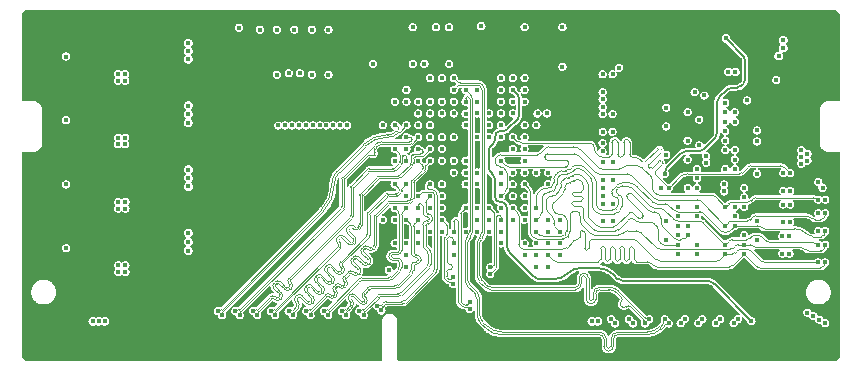
<source format=gbr>
%TF.GenerationSoftware,KiCad,Pcbnew,(6.0.4)*%
%TF.CreationDate,2022-07-06T17:02:12+08:00*%
%TF.ProjectId,XC6SLX25(FTG256)_Min,58433653-4c58-4323-9528-465447323536,rev?*%
%TF.SameCoordinates,Original*%
%TF.FileFunction,Copper,L5,Inr*%
%TF.FilePolarity,Positive*%
%FSLAX46Y46*%
G04 Gerber Fmt 4.6, Leading zero omitted, Abs format (unit mm)*
G04 Created by KiCad (PCBNEW (6.0.4)) date 2022-07-06 17:02:12*
%MOMM*%
%LPD*%
G01*
G04 APERTURE LIST*
%TA.AperFunction,ViaPad*%
%ADD10C,0.400000*%
%TD*%
%TA.AperFunction,ViaPad*%
%ADD11C,0.450000*%
%TD*%
%TA.AperFunction,Conductor*%
%ADD12C,0.200000*%
%TD*%
%TA.AperFunction,Conductor*%
%ADD13C,0.100000*%
%TD*%
G04 APERTURE END LIST*
D10*
%TO.N,/DDR_VTT*%
X172105401Y-90416362D03*
X172105401Y-91556362D03*
D11*
X170575000Y-81760000D03*
D10*
X172105401Y-90976362D03*
D11*
X170575000Y-81110000D03*
D10*
X172625401Y-91286362D03*
X172625401Y-90706362D03*
D11*
%TO.N,/DDR_VREF*%
X165725000Y-80940000D03*
D10*
X149672500Y-100312500D03*
X166475000Y-95205000D03*
X160545001Y-92404999D03*
X148675000Y-88305000D03*
%TO.N,/DDR_A8*%
X174140802Y-99908585D03*
X150675000Y-99305000D03*
X167275000Y-99205000D03*
%TO.N,GND*%
X143675000Y-96305000D03*
X168340000Y-95030000D03*
D11*
X116600000Y-81490000D03*
D10*
X107175000Y-94905000D03*
X142675000Y-90305000D03*
X134975000Y-80505000D03*
X174775000Y-80105000D03*
X152785000Y-104605000D03*
X168275000Y-87205000D03*
D11*
X116610000Y-98179999D03*
D10*
X143175000Y-79905000D03*
X145675000Y-93305000D03*
X168615000Y-84905000D03*
X123375000Y-80505000D03*
X138675000Y-97305000D03*
X112775000Y-79105000D03*
X121395000Y-104955000D03*
X107175000Y-96105000D03*
X151505000Y-104605000D03*
X172975000Y-79305000D03*
X136675000Y-90310000D03*
X170175000Y-102105000D03*
X151675000Y-84310000D03*
X113975000Y-79105000D03*
X147016250Y-104605000D03*
X165775000Y-79305000D03*
X107975000Y-79105000D03*
X166975000Y-79305000D03*
X133445000Y-104955000D03*
X115575000Y-102105000D03*
X165095000Y-91515000D03*
X123375000Y-83505000D03*
X150008750Y-104605000D03*
D11*
X116600000Y-82489999D03*
D10*
X166475000Y-89605000D03*
X174955000Y-96502000D03*
X107175000Y-84905000D03*
X163435000Y-87190000D03*
D11*
X116610000Y-93310000D03*
D10*
X147675000Y-91305000D03*
X148512500Y-104605000D03*
X133975000Y-80505000D03*
X167935000Y-81950000D03*
X134575000Y-88305000D03*
X142675000Y-93310000D03*
X122945000Y-104955000D03*
X141675000Y-85305000D03*
X149675000Y-90305000D03*
X167935000Y-82650000D03*
X117975000Y-95105000D03*
X120175000Y-95105000D03*
X128945000Y-104955000D03*
X113975000Y-103705000D03*
X117975000Y-89705000D03*
X140675000Y-98305000D03*
X122775000Y-87305000D03*
X107175000Y-80105000D03*
X167275000Y-92805000D03*
X110375000Y-79105000D03*
X127525000Y-98605000D03*
X138675000Y-87305000D03*
X124775000Y-93505000D03*
X149675000Y-86305001D03*
X142527500Y-104605000D03*
D11*
X116610000Y-92809999D03*
D10*
X135895000Y-100425000D03*
X136675000Y-93310000D03*
X123975000Y-86105000D03*
X134945000Y-104955000D03*
X174955000Y-93890000D03*
X107175000Y-97305000D03*
X139535000Y-104605000D03*
X124445000Y-104955000D03*
X168175000Y-79305000D03*
D11*
X116610000Y-98680000D03*
D10*
X174775000Y-84905000D03*
X167775000Y-102105000D03*
X127265000Y-88625000D03*
X107175000Y-82505000D03*
X174175000Y-79305000D03*
X135425750Y-91508948D03*
X142605000Y-102415000D03*
D11*
X116600000Y-87380000D03*
D10*
X174955000Y-99114000D03*
X121575000Y-87305000D03*
X111575000Y-79105000D03*
X174955000Y-100420000D03*
D11*
X116610000Y-97680000D03*
D10*
X107175000Y-100905000D03*
X168275000Y-88005000D03*
X122775000Y-86105000D03*
X107175000Y-81305000D03*
X116575000Y-79105000D03*
X168360000Y-97215000D03*
X144023750Y-104605000D03*
D11*
X116599999Y-86880001D03*
D10*
X145520000Y-104605000D03*
X120175000Y-89705000D03*
X114775000Y-102905000D03*
X174775000Y-81305000D03*
D11*
X116600000Y-87879999D03*
D10*
X125945000Y-104955000D03*
X150445000Y-83355000D03*
X126175000Y-90905000D03*
X174955000Y-95196000D03*
X145675000Y-99305000D03*
X161675000Y-93605000D03*
X144675000Y-94305000D03*
X139675000Y-93305000D03*
X149675000Y-93305000D03*
X171375000Y-102105000D03*
X174955000Y-97808000D03*
X144675000Y-91310000D03*
X107175000Y-83705000D03*
X107175000Y-99705000D03*
X131945000Y-104955000D03*
X174775000Y-82505000D03*
D11*
X116610000Y-92310000D03*
D10*
X116375000Y-101305000D03*
X115175000Y-79105000D03*
X171775000Y-79305000D03*
X135575000Y-88305000D03*
X144675000Y-90310000D03*
X168975000Y-102105000D03*
X170575000Y-79305000D03*
X109175000Y-79105000D03*
X148675000Y-97305000D03*
X140175000Y-79905000D03*
X126975000Y-90105000D03*
X141031250Y-104605000D03*
X174775000Y-83705000D03*
X134555000Y-85505000D03*
X144675000Y-88305000D03*
X130445000Y-104955000D03*
X121575000Y-86105000D03*
D11*
X116600000Y-81990000D03*
D10*
X169375000Y-79305000D03*
X167935000Y-81250000D03*
X107175000Y-98505000D03*
X121575000Y-88505000D03*
X127445000Y-104955000D03*
%TO.N,/DDR_A14*%
X173540802Y-99908585D03*
X147675000Y-95305000D03*
X165675000Y-99205001D03*
%TO.N,/DDR_A13*%
X163275000Y-99205000D03*
X146675000Y-95305000D03*
X171105401Y-99170452D03*
%TO.N,Net-(R40-Pad1)*%
X127695000Y-84015000D03*
%TO.N,Net-(R42-Pad1)*%
X130675000Y-80205000D03*
%TO.N,/DDR_RESET*%
X148675000Y-96305000D03*
X161675000Y-99205000D03*
%TO.N,/DDR_A6*%
X167275000Y-98405000D03*
X174140802Y-98408585D03*
X148675000Y-93305000D03*
%TO.N,/DDR_A11*%
X165675000Y-98405000D03*
X173540802Y-98408585D03*
X149675000Y-96304999D03*
%TO.N,/DDR_A9*%
X150675000Y-100305000D03*
X163275000Y-98405000D03*
X170505401Y-99170452D03*
D11*
%TO.N,+3V3*%
X144992501Y-79900000D03*
X120200000Y-86644999D03*
D10*
X146675001Y-89305000D03*
X142675000Y-89304999D03*
X148675000Y-85305000D03*
D11*
X112625000Y-104905000D03*
D10*
X141675000Y-93305000D03*
X151882501Y-80000000D03*
X148675000Y-80000000D03*
D11*
X166525000Y-83780000D03*
D10*
X145675000Y-87305000D03*
X129185000Y-80205000D03*
D11*
X120200000Y-88095000D03*
X113125000Y-104905000D03*
X120200000Y-87369999D03*
D10*
X136675000Y-88310000D03*
X141675001Y-91305000D03*
X141172501Y-80000000D03*
X138675000Y-94304999D03*
D11*
X112125000Y-104905000D03*
D10*
X136675000Y-96310000D03*
X132075000Y-80205000D03*
X146675001Y-93305000D03*
X142292501Y-80010000D03*
X144675000Y-86310000D03*
X137675000Y-91310000D03*
X144675000Y-95305000D03*
D11*
X165935000Y-83780000D03*
D10*
X141675000Y-94305000D03*
X141675000Y-87305000D03*
X139197500Y-80000000D03*
X147675000Y-96305000D03*
X138675000Y-90305000D03*
X138675000Y-85305000D03*
%TO.N,+1V5*%
X167275000Y-93605000D03*
X168355000Y-96405000D03*
X168355000Y-89675000D03*
X169995000Y-84470000D03*
D11*
X170195000Y-82440000D03*
D10*
X148675000Y-94305000D03*
X160675000Y-90805001D03*
X160185000Y-93605000D03*
X160675001Y-86805000D03*
X166475000Y-91205000D03*
X168355000Y-98005000D03*
X168355000Y-92405000D03*
X160675001Y-98005000D03*
X168355000Y-88745000D03*
X160675000Y-88404999D03*
X148675000Y-90305000D03*
X160675000Y-96405001D03*
X167515000Y-86205000D03*
X150675000Y-97305000D03*
X149675000Y-92305000D03*
D11*
X120200000Y-82710000D03*
X120200000Y-82035000D03*
D10*
X149675000Y-88304998D03*
D11*
X120199999Y-81360000D03*
D10*
%TO.N,+2V5*%
X138675000Y-99305000D03*
D11*
X120210000Y-98177500D03*
X120210000Y-97415000D03*
D10*
X145675000Y-97305000D03*
X141675000Y-97305000D03*
D11*
X154375000Y-104905000D03*
X120189430Y-98919430D03*
X154875000Y-104905000D03*
D10*
X148675000Y-99305000D03*
X142675000Y-99305000D03*
%TO.N,/DDR_A7*%
X161675000Y-98405000D03*
X171105401Y-97670452D03*
X149675000Y-97305000D03*
%TO.N,/DDR_A4*%
X173540802Y-97251540D03*
X147675000Y-94304999D03*
X167275000Y-97605000D03*
%TO.N,/DDR_A1*%
X146675000Y-91305000D03*
X174140802Y-95751540D03*
X165675000Y-96805000D03*
%TO.N,/DDR_A2*%
X162475000Y-97605000D03*
X151675000Y-97305000D03*
X171175000Y-96513407D03*
%TO.N,/DDR_A5*%
X147675000Y-93305001D03*
X170505401Y-97670452D03*
X161675000Y-97605000D03*
%TO.N,/DDR_BA1*%
X173540802Y-95751540D03*
X150675000Y-98305000D03*
X166475000Y-96004999D03*
%TO.N,+1V2*%
X142675000Y-92305000D03*
X143675000Y-93305000D03*
X144675000Y-93305000D03*
D11*
X120210000Y-93485000D03*
D10*
X143675000Y-92310000D03*
D11*
X120210000Y-92060000D03*
D10*
X142675000Y-91305000D03*
X144675000Y-92305000D03*
X143675000Y-91305000D03*
D11*
X120210000Y-92772500D03*
D10*
%TO.N,/DDR_A12*%
X174140802Y-97251540D03*
X149675000Y-95305000D03*
X166475000Y-96805000D03*
%TO.N,/DDR_A0*%
X171175000Y-95013407D03*
X162475000Y-96805000D03*
X147675000Y-90305000D03*
%TO.N,/DDR_A3*%
X148675000Y-89305000D03*
X161675000Y-96805000D03*
X170575000Y-96513407D03*
%TO.N,/DDR_BA2*%
X163275000Y-96005000D03*
X151675000Y-99305000D03*
X170575000Y-95013407D03*
%TO.N,/DDR_BA0*%
X149675000Y-98305000D03*
X171175000Y-93856362D03*
X161675000Y-96005000D03*
%TO.N,Net-(DDR3-1-PadL8)*%
X167275000Y-95205000D03*
%TO.N,/DDR_A10*%
X173540802Y-94594495D03*
X165675000Y-95204999D03*
X146675001Y-94305000D03*
%TO.N,/DDR_WE*%
X163275000Y-95205000D03*
X170575000Y-93856362D03*
X151675001Y-98305000D03*
%TO.N,/DDR_CS1*%
X161675000Y-95205000D03*
X149675000Y-99305000D03*
X170575000Y-92356362D03*
%TO.N,/DDR_CKE*%
X148675000Y-95305000D03*
X174140802Y-94594495D03*
X167275000Y-94405000D03*
%TO.N,/DDR_CLK-*%
X151675000Y-96305000D03*
X165575000Y-93905000D03*
%TO.N,/DDR_~{CAS}*%
X162485000Y-93605000D03*
X147675000Y-92305000D03*
X173905000Y-93600000D03*
%TO.N,/DDR_ODT*%
X171175000Y-92356362D03*
X160875000Y-93605000D03*
X147674999Y-89305000D03*
%TO.N,/DDR_CLK+*%
X150675000Y-96305000D03*
X165585000Y-93305000D03*
%TO.N,/DDR_~{RAS}*%
X146675000Y-92305000D03*
X173540802Y-93094495D03*
X163275000Y-93605000D03*
%TO.N,/DDR_D5*%
X166475000Y-92005000D03*
X155285001Y-96435000D03*
%TO.N,/DDR_D7*%
X156125001Y-96435000D03*
X165675000Y-92005000D03*
%TO.N,/DDR_D4*%
X163275000Y-92805000D03*
X156125001Y-94935001D03*
%TO.N,/DDR_LDQS-*%
X164065000Y-91475000D03*
X155275001Y-94285000D03*
%TO.N,/DDR_D6*%
X155285001Y-94935000D03*
X163275000Y-92005000D03*
%TO.N,/DDR_D3*%
X166474999Y-90405000D03*
X156125001Y-92925000D03*
%TO.N,/DDR_D1*%
X165675000Y-90405000D03*
X156125001Y-91425000D03*
%TO.N,/DDR_LDQS+*%
X164055000Y-90914999D03*
X155275001Y-93585000D03*
%TO.N,/DDR_D2*%
X155285001Y-92925000D03*
X162475000Y-91205000D03*
%TO.N,/DDR_LDM*%
X155275001Y-90515000D03*
X165674999Y-89605000D03*
%TO.N,/DDR_D0*%
X163475000Y-90005000D03*
X155285001Y-91425000D03*
%TO.N,/DDR_D8*%
X165675000Y-88805000D03*
X156125001Y-88854999D03*
%TO.N,/DDR_UDM*%
X155275001Y-89815000D03*
X162475000Y-89605000D03*
%TO.N,/DDR_D10*%
X166475000Y-88005000D03*
X155285001Y-88855000D03*
%TO.N,/DDR_UDQS+*%
X165675000Y-88005000D03*
X155285001Y-86785000D03*
%TO.N,/DDR_D9*%
X163455000Y-87824999D03*
X155285001Y-87355000D03*
%TO.N,/DDR_D11*%
X162474999Y-87205000D03*
X156125001Y-87355000D03*
%TO.N,/DDR_D14*%
X155285001Y-83995000D03*
X166475001Y-87205000D03*
%TO.N,/DDR_UDQS-*%
X155285001Y-86085000D03*
X165675000Y-87205000D03*
%TO.N,/DDR_D12*%
X165675001Y-86405000D03*
X156125000Y-83995000D03*
%TO.N,/DDR_D15*%
X163904999Y-85775000D03*
X156685000Y-83435000D03*
%TO.N,/DDR_D13*%
X155285001Y-85495000D03*
X163075000Y-85505000D03*
%TO.N,Net-(R1-Pad1)*%
X148675000Y-98305000D03*
%TO.N,TMS*%
X137175000Y-100555000D03*
X174125000Y-105055000D03*
%TO.N,TDI*%
X139675000Y-98305000D03*
X172625000Y-104155000D03*
%TO.N,TCK*%
X137675001Y-98305000D03*
X173625000Y-104755000D03*
%TO.N,TDO*%
X173125000Y-104455000D03*
X137675000Y-96305000D03*
%TO.N,RESET_FPGA*%
X124490000Y-80035000D03*
X151885000Y-83350000D03*
%TO.N,Flash_CLK*%
X130675000Y-84015000D03*
X140675000Y-84305000D03*
%TO.N,Net-(R8-Pad1)*%
X135855000Y-83100000D03*
X137675000Y-86305000D03*
%TO.N,Net-(R9-Pad1)*%
X140675000Y-89305000D03*
X142300000Y-83100000D03*
%TO.N,5V*%
X109850000Y-87870000D03*
X114870000Y-83960000D03*
X114880000Y-100730000D03*
X114880000Y-95360000D03*
X114870000Y-89350000D03*
X114270000Y-95360000D03*
X114270000Y-100730000D03*
X114270000Y-100160000D03*
X114870000Y-84530000D03*
X114880000Y-94790000D03*
X114260000Y-84530000D03*
X109860000Y-93310000D03*
X114260000Y-89350000D03*
X114270000Y-94790000D03*
X114870000Y-89920000D03*
X114260000Y-89919999D03*
X109860000Y-98709999D03*
X109850000Y-82480000D03*
X114880000Y-100160000D03*
X114260000Y-83960000D03*
%TO.N,/DDR_MUDM*%
X148675000Y-91305000D03*
%TO.N,/DDR_MUDQS-*%
X150575000Y-87304999D03*
%TO.N,/DDR_MUDQS+*%
X149775000Y-87305000D03*
%TO.N,/DDR_MLDQS-*%
X150664486Y-93288111D03*
%TO.N,/DDR_MLDQS+*%
X150675000Y-92305000D03*
%TO.N,/DDR_MLDM*%
X148675000Y-92305000D03*
%TO.N,/FPGA_BL_DONE*%
X138675000Y-86305000D03*
X139197364Y-83100000D03*
%TO.N,/Bank1_L1-*%
X139675000Y-96305000D03*
X133551777Y-104381777D03*
%TO.N,/Bank1_L1+*%
X138675000Y-96305000D03*
X133198223Y-104028223D03*
%TO.N,/Bank1_L30+*%
X139675000Y-95305000D03*
X134698223Y-104028223D03*
%TO.N,/Bank1_L32+*%
X132051777Y-104381777D03*
X138675000Y-95305000D03*
%TO.N,/Bank1_L32-*%
X137675000Y-95305000D03*
X131698223Y-104028223D03*
%TO.N,/Bank1_L30-*%
X140675000Y-94305000D03*
X135051777Y-104381777D03*
%TO.N,/Bank1_L38+*%
X136198223Y-103628223D03*
X139675000Y-94305000D03*
%TO.N,/Bank1_L38-*%
X136551777Y-103981777D03*
X140675000Y-93305000D03*
%TO.N,/Bank1_L39+*%
X138674999Y-93305000D03*
X129051777Y-104381777D03*
%TO.N,/Bank1_L39-*%
X128698223Y-104028223D03*
X137675000Y-93310000D03*
%TO.N,/Bank1_L40+*%
X130551777Y-104381777D03*
X140674999Y-91305000D03*
%TO.N,/Bank1_L40-*%
X139675000Y-91310000D03*
X130198223Y-104028223D03*
%TO.N,/Bank1_L41+*%
X138675000Y-91305000D03*
X126051777Y-104381777D03*
%TO.N,/Bank1_L42-*%
X127551777Y-104381777D03*
X140675000Y-90305000D03*
%TO.N,/Bank1_L42+*%
X127198223Y-104028223D03*
X139675000Y-90305000D03*
%TO.N,/Bank1_L41-*%
X137675000Y-90305000D03*
X125698223Y-104028223D03*
%TO.N,/Bank1_L53+*%
X124551777Y-104381777D03*
X139675000Y-89305000D03*
%TO.N,/Bank1_L53-*%
X124198223Y-104028223D03*
X138674999Y-89305000D03*
%TO.N,/Bank1_L74+*%
X138675000Y-88305000D03*
X123051777Y-104381777D03*
%TO.N,/Bank1_L74-*%
X137675000Y-88305000D03*
X122698223Y-104028223D03*
%TO.N,/Bank0_L37+*%
X142600000Y-101730000D03*
X141675000Y-96305000D03*
%TO.N,/Bank0_L37-*%
X142600000Y-101180000D03*
X142675000Y-98310000D03*
%TO.N,/Bank0_L38+*%
X143675000Y-97310000D03*
%TO.N,/Bank0_L38-*%
X144675000Y-97310000D03*
%TO.N,/Bank0_L5+*%
X145775000Y-100330000D03*
X145675000Y-95305000D03*
%TO.N,/Bank0_L5-*%
X146675000Y-96305000D03*
X145775000Y-100880000D03*
%TO.N,/Bank0_L40+*%
X144025000Y-103305000D03*
X143675000Y-95305000D03*
%TO.N,/Bank0_L40-*%
X144025000Y-103855000D03*
X142675000Y-97305000D03*
%TO.N,/Bank0_L7+*%
X146675000Y-97305000D03*
%TO.N,/Bank0_L7-*%
X146675001Y-98305000D03*
%TO.N,/Bank0_L63+*%
X138674999Y-98305000D03*
%TO.N,/Bank0_L63-*%
X138675000Y-100310000D03*
%TO.N,/Bank0_L64+*%
X141675000Y-95305000D03*
%TO.N,/Bank0_L64-*%
X140675000Y-95310000D03*
%TO.N,/Bank0_L66+*%
X140675000Y-97305000D03*
%TO.N,/Bank0_L36+*%
X145675000Y-96305000D03*
%TO.N,/Bank0_L66-*%
X139675000Y-97305000D03*
%TO.N,/Bank0_L36-*%
X144675001Y-96305000D03*
%TO.N,/Bank2_L64-*%
X131321000Y-88315000D03*
X146675000Y-87305000D03*
%TO.N,/Bank2_L64+*%
X146675000Y-88305000D03*
X131902000Y-88315000D03*
%TO.N,/Bank2_L63-*%
X127835000Y-88315000D03*
X147675000Y-84305000D03*
%TO.N,/Bank2_L30-*%
X160538223Y-104728223D03*
X143675000Y-85305000D03*
%TO.N,/Bank2_L63+*%
X148675000Y-86305000D03*
X132483000Y-88315000D03*
%TO.N,/Bank2_L30+*%
X143675000Y-86305001D03*
X160891777Y-105081777D03*
%TO.N,/Bank2_L62-*%
X165221777Y-104718223D03*
X145675000Y-89305000D03*
%TO.N,/Bank2_L29-*%
X143675000Y-87310000D03*
X156351777Y-105081777D03*
%TO.N,/Bank2_L62+*%
X164868223Y-105071777D03*
X144675000Y-89305000D03*
%TO.N,/Bank2_L29+*%
X155998223Y-104728223D03*
X143675000Y-88305000D03*
%TO.N,/Bank2_L49-*%
X166368223Y-105071777D03*
X147675000Y-86305000D03*
%TO.N,/Bank2_L23-*%
X159225940Y-104731282D03*
X142675000Y-84305000D03*
%TO.N,/Bank2_L49+*%
X147675000Y-87305000D03*
X166721777Y-104718223D03*
%TO.N,/Bank2_L23+*%
X158872386Y-105084836D03*
X142675000Y-85305000D03*
%TO.N,/Bank2_L48-*%
X147675000Y-85305000D03*
X167880000Y-104870000D03*
%TO.N,/Bank2_L16-*%
X141675000Y-89310000D03*
X162241777Y-104708223D03*
%TO.N,/Bank2_L48+*%
X129578000Y-88315000D03*
X146675000Y-85305000D03*
%TO.N,/Bank2_L16+*%
X161888223Y-105061777D03*
X141675000Y-90310000D03*
%TO.N,/Bank2_L47-*%
X146675000Y-84305000D03*
X128416000Y-88315000D03*
%TO.N,/Bank2_L14-*%
X157851777Y-105081777D03*
X142675000Y-86305000D03*
%TO.N,/Bank2_L47+*%
X130740000Y-88315000D03*
X146675000Y-86305000D03*
%TO.N,/Bank2_L14+*%
X157498223Y-104728223D03*
X142675000Y-87305000D03*
%TO.N,/Bank2_L31+*%
X163378223Y-105071777D03*
X144675000Y-87305000D03*
%TO.N,/Bank2_L13-*%
X140675000Y-86305001D03*
X130159000Y-88315000D03*
%TO.N,/Bank2_L32+*%
X128997000Y-88315000D03*
X144675000Y-85310000D03*
%TO.N,/Bank2_L2-*%
X140675000Y-88305000D03*
X133064000Y-88315000D03*
%TO.N,/Bank2_L31-*%
X145675000Y-88305000D03*
X163731777Y-104718223D03*
%TO.N,/Bank2_L2+*%
X139675000Y-88305000D03*
X133645000Y-88315000D03*
%TO.N,Flash_CS*%
X148675000Y-84305000D03*
X126275000Y-80205000D03*
%TO.N,Net-(R4-Pad1)*%
X140675000Y-87304999D03*
X140200000Y-83100000D03*
%TO.N,Flash_MISO_2*%
X128715000Y-83905000D03*
X139675000Y-87305000D03*
%TO.N,Flash_MISO_3*%
X129655000Y-83905000D03*
X139675000Y-86305000D03*
%TO.N,Flash_MISO_1*%
X141675000Y-86305000D03*
X127695000Y-80205000D03*
%TO.N,Flash_MOSI*%
X141675000Y-84305000D03*
X132075000Y-84015000D03*
%TD*%
D12*
%TO.N,/DDR_VREF*%
X160545001Y-92288527D02*
X160545001Y-92404999D01*
X164975000Y-86358528D02*
X164975000Y-88961472D01*
X165799264Y-85285736D02*
X165150736Y-85934264D01*
X166626472Y-85110000D02*
X166223528Y-85110000D01*
X165725000Y-80940000D02*
X167199264Y-82414264D01*
X163426472Y-90510000D02*
X162323528Y-90510000D01*
X164799264Y-89385736D02*
X163850736Y-90334264D01*
X161899264Y-90685736D02*
X160720737Y-91864263D01*
X167375000Y-82838528D02*
X167375000Y-84361472D01*
X167199264Y-84785736D02*
X167050736Y-84934264D01*
X166626472Y-85109980D02*
G75*
G03*
X167050736Y-84934264I28J599980D01*
G01*
X164975020Y-86358528D02*
G75*
G02*
X165150736Y-85934264I599980J28D01*
G01*
X165799250Y-85285722D02*
G75*
G02*
X166223528Y-85110000I424250J-424278D01*
G01*
X167199278Y-84785750D02*
G75*
G03*
X167375000Y-84361472I-424278J424250D01*
G01*
X163850750Y-90334278D02*
G75*
G02*
X163426472Y-90510000I-424250J424278D01*
G01*
X167374980Y-82838528D02*
G75*
G03*
X167199264Y-82414264I-599980J28D01*
G01*
X164799278Y-89385750D02*
G75*
G03*
X164975000Y-88961472I-424278J424250D01*
G01*
X161899250Y-90685722D02*
G75*
G02*
X162323528Y-90510000I424250J-424278D01*
G01*
X160720724Y-91864250D02*
G75*
G03*
X160545001Y-92288527I424276J-424250D01*
G01*
D13*
%TO.N,/DDR_A8*%
X159037891Y-99850000D02*
X158125000Y-99850000D01*
X159563553Y-100168555D02*
X159391445Y-99996447D01*
X156725000Y-98750000D02*
X156725000Y-99650000D01*
X165957893Y-100315001D02*
X159917106Y-100315001D01*
X157125000Y-99650000D02*
X157125000Y-98750000D01*
X173669387Y-100380000D02*
X168615685Y-100380000D01*
X154925000Y-99850000D02*
X154922614Y-99850000D01*
X167275000Y-99205000D02*
X166311446Y-100168554D01*
X154922614Y-99850000D02*
X151427107Y-99850000D01*
X151073554Y-99703554D02*
X150675000Y-99305000D01*
X157525000Y-98750000D02*
X157525000Y-99650000D01*
X155125000Y-98750000D02*
X155125000Y-99650000D01*
X155525000Y-99650000D02*
X155525000Y-98750000D01*
X156325000Y-99650000D02*
X156325000Y-98750000D01*
X157925000Y-99650000D02*
X157925000Y-98750000D01*
X155925000Y-98750000D02*
X155925000Y-99650000D01*
X167275000Y-99205000D02*
X168332843Y-100262843D01*
X159037891Y-99850007D02*
G75*
G02*
X159391444Y-99996448I9J-499993D01*
G01*
X151073551Y-99703557D02*
G75*
G03*
X151427107Y-99850000I353549J353557D01*
G01*
X155125000Y-98750000D02*
G75*
G02*
X155325000Y-98550000I200000J0D01*
G01*
X155725000Y-99850000D02*
G75*
G03*
X155925000Y-99650000I0J200000D01*
G01*
X157725000Y-98550000D02*
G75*
G02*
X157925000Y-98750000I0J-200000D01*
G01*
X157525000Y-98750000D02*
G75*
G02*
X157725000Y-98550000I200000J0D01*
G01*
X165957893Y-100314995D02*
G75*
G03*
X166311446Y-100168554I7J499995D01*
G01*
X156325000Y-99650000D02*
G75*
G03*
X156525000Y-99850000I200000J0D01*
G01*
X173669387Y-100380002D02*
G75*
G03*
X174140802Y-99908585I13J471402D01*
G01*
X156725000Y-98750000D02*
G75*
G02*
X156925000Y-98550000I200000J0D01*
G01*
X156125000Y-98550000D02*
G75*
G02*
X156325000Y-98750000I0J-200000D01*
G01*
X154925000Y-99850000D02*
G75*
G03*
X155125000Y-99650000I0J200000D01*
G01*
X157925000Y-99650000D02*
G75*
G03*
X158125000Y-99850000I200000J0D01*
G01*
X155525000Y-99650000D02*
G75*
G03*
X155725000Y-99850000I200000J0D01*
G01*
X155325000Y-98550000D02*
G75*
G02*
X155525000Y-98750000I0J-200000D01*
G01*
X157325000Y-99850000D02*
G75*
G03*
X157525000Y-99650000I0J200000D01*
G01*
X157125000Y-99650000D02*
G75*
G03*
X157325000Y-99850000I200000J0D01*
G01*
X159563550Y-100168558D02*
G75*
G03*
X159917106Y-100315001I353550J353558D01*
G01*
X155925000Y-98750000D02*
G75*
G02*
X156125000Y-98550000I200000J0D01*
G01*
X168332850Y-100262836D02*
G75*
G03*
X168615685Y-100380000I282850J282836D01*
G01*
X156525000Y-99850000D02*
G75*
G03*
X156725000Y-99650000I0J200000D01*
G01*
X156925000Y-98550000D02*
G75*
G02*
X157125000Y-98750000I0J-200000D01*
G01*
%TO.N,/DDR_A14*%
X166512157Y-99087843D02*
X166677843Y-98922157D01*
X148630685Y-98815000D02*
X151872893Y-98815000D01*
X160234949Y-99835000D02*
X164879315Y-99835000D01*
X165162157Y-99717843D02*
X165675000Y-99205001D01*
X154152107Y-98700000D02*
X154152107Y-98150000D01*
X154352107Y-97950000D02*
X157852893Y-97950000D01*
X148292157Y-98642157D02*
X148347842Y-98697842D01*
X153401899Y-97303101D02*
X153425208Y-97279792D01*
X153352107Y-97750000D02*
X153352107Y-97423309D01*
X166960685Y-98805000D02*
X167569315Y-98805000D01*
X153681899Y-97279792D02*
X153702315Y-97300208D01*
X147675000Y-95305000D02*
X148057842Y-95687842D01*
X148175000Y-95970685D02*
X148175000Y-98359315D01*
X165675000Y-99205001D02*
X166229314Y-99205001D01*
X153752107Y-97420416D02*
X153752107Y-98700000D01*
X158206447Y-98096447D02*
X159739974Y-99629974D01*
X169004270Y-99908585D02*
X173540802Y-99908585D01*
X152226447Y-98668553D02*
X152798554Y-98096446D01*
X153545416Y-97230000D02*
X153561691Y-97230000D01*
X167852158Y-98922158D02*
X168721428Y-99791428D01*
X152226450Y-98668556D02*
G75*
G02*
X151872893Y-98815000I-353550J353556D01*
G01*
X165162150Y-99717836D02*
G75*
G02*
X164879315Y-99835000I-282850J282836D01*
G01*
X148292164Y-98642150D02*
G75*
G02*
X148175000Y-98359315I282836J282850D01*
G01*
X153352100Y-97750000D02*
G75*
G02*
X153152107Y-97950000I-200000J0D01*
G01*
X148630685Y-98815010D02*
G75*
G02*
X148347842Y-98697842I15J400010D01*
G01*
X153425200Y-97279784D02*
G75*
G02*
X153545416Y-97230000I120200J-120216D01*
G01*
X148175010Y-95970685D02*
G75*
G03*
X148057842Y-95687842I-400010J-15D01*
G01*
X166229314Y-99205010D02*
G75*
G03*
X166512157Y-99087843I-14J400010D01*
G01*
X153352112Y-97423309D02*
G75*
G02*
X153401899Y-97303101I169988J9D01*
G01*
X167852151Y-98922165D02*
G75*
G03*
X167569315Y-98805000I-282851J-282835D01*
G01*
X160234949Y-99835035D02*
G75*
G02*
X159739975Y-99629973I51J700035D01*
G01*
X158206450Y-98096444D02*
G75*
G03*
X157852893Y-97950000I-353550J-353556D01*
G01*
X168721446Y-99791410D02*
G75*
G03*
X169004270Y-99908585I282854J282810D01*
G01*
X153702325Y-97300198D02*
G75*
G02*
X153752107Y-97420416I-120225J-120202D01*
G01*
X166677850Y-98922164D02*
G75*
G02*
X166960685Y-98805000I282850J-282836D01*
G01*
X153681904Y-97279787D02*
G75*
G03*
X153561691Y-97230000I-120204J-120213D01*
G01*
X154352107Y-97950007D02*
G75*
G03*
X154152107Y-98150000I-7J-199993D01*
G01*
X153152107Y-97950005D02*
G75*
G03*
X152798554Y-98096446I-7J-499995D01*
G01*
X154152100Y-98700000D02*
G75*
G02*
X153952107Y-98900000I-200000J0D01*
G01*
X153952107Y-98899993D02*
G75*
G02*
X153752107Y-98700000I-7J199993D01*
G01*
%TO.N,/DDR_A6*%
X166497842Y-98522158D02*
X166342157Y-98677843D01*
X152349264Y-97710736D02*
X152320736Y-97739264D01*
X149417842Y-97797842D02*
X149292158Y-97672157D01*
X172760918Y-98940000D02*
X173737157Y-98940000D01*
X149175001Y-97389315D02*
X149175000Y-93970685D01*
X167275000Y-98405000D02*
X166780685Y-98405000D01*
X152657843Y-95672156D02*
X152642158Y-95687842D01*
X158146472Y-97235000D02*
X157433528Y-97235000D01*
X166059315Y-98795000D02*
X160162107Y-98795000D01*
X149057842Y-93687842D02*
X148675000Y-93305000D01*
X156546472Y-97625000D02*
X154639869Y-97625000D01*
X167933579Y-98463579D02*
X168021422Y-98551422D01*
X151896472Y-97915000D02*
X149700685Y-97915000D01*
X174140802Y-98536355D02*
X174140802Y-98408585D01*
X168162843Y-98610000D02*
X171964229Y-98610000D01*
X153365000Y-96350131D02*
X153365000Y-95960685D01*
X153247843Y-95677843D02*
X153242158Y-95672158D01*
X167275000Y-98405000D02*
X167792157Y-98405000D01*
X154215605Y-97449264D02*
X153540736Y-96774395D01*
X152525000Y-95970685D02*
X152525000Y-97286472D01*
X152959315Y-95555000D02*
X152940685Y-95555000D01*
X159808554Y-98648554D02*
X158570736Y-97410736D01*
X157009264Y-97410736D02*
X156970736Y-97449264D01*
X149417849Y-97797835D02*
G75*
G03*
X149700685Y-97915000I282851J282835D01*
G01*
X152959315Y-95554990D02*
G75*
G02*
X153242158Y-95672158I-15J-400010D01*
G01*
X153247836Y-95677850D02*
G75*
G02*
X153365000Y-95960685I-282836J-282850D01*
G01*
X172760918Y-98939992D02*
G75*
G02*
X172435000Y-98805000I-18J460892D01*
G01*
X157009250Y-97410722D02*
G75*
G02*
X157433528Y-97235000I424250J-424278D01*
G01*
X151896472Y-97914980D02*
G75*
G03*
X152320736Y-97739264I28J599980D01*
G01*
X172434992Y-98805008D02*
G75*
G03*
X171964229Y-98610000I-470792J-470792D01*
G01*
X152349278Y-97710750D02*
G75*
G03*
X152525000Y-97286472I-424278J424250D01*
G01*
X159808551Y-98648557D02*
G75*
G03*
X160162107Y-98795000I353549J353557D01*
G01*
X152657851Y-95672164D02*
G75*
G02*
X152940685Y-95555000I282849J-282836D01*
G01*
X149174991Y-97389315D02*
G75*
G03*
X149292158Y-97672157I400009J15D01*
G01*
X149057835Y-93687849D02*
G75*
G02*
X149175000Y-93970685I-282835J-282851D01*
G01*
X156546472Y-97624980D02*
G75*
G03*
X156970736Y-97449264I28J599980D01*
G01*
X154215620Y-97449249D02*
G75*
G03*
X154639869Y-97625000I424280J424249D01*
G01*
X174140800Y-98536355D02*
G75*
G02*
X173737157Y-98940000I-403600J-45D01*
G01*
X168162843Y-98609969D02*
G75*
G02*
X168021423Y-98551421I-43J199969D01*
G01*
X153364979Y-96350131D02*
G75*
G03*
X153540737Y-96774394I600021J31D01*
G01*
X166497849Y-98522165D02*
G75*
G02*
X166780685Y-98405000I282851J-282835D01*
G01*
X167933600Y-98463558D02*
G75*
G03*
X167792157Y-98405000I-141400J-141442D01*
G01*
X158146472Y-97235020D02*
G75*
G02*
X158570736Y-97410736I28J-599980D01*
G01*
X166342150Y-98677836D02*
G75*
G02*
X166059315Y-98795000I-282850J282836D01*
G01*
X152524990Y-95970685D02*
G75*
G02*
X152642158Y-95687842I400010J-15D01*
G01*
%TO.N,/DDR_A11*%
X151425000Y-93257893D02*
X151425000Y-92992107D01*
X151982107Y-92435000D02*
X152287893Y-92435000D01*
X168484315Y-97610000D02*
X168145685Y-97610000D01*
X156635000Y-94175000D02*
X156625000Y-94175000D01*
X153581446Y-92101445D02*
X154268553Y-92788552D01*
X173037234Y-98200000D02*
X169405685Y-98200000D01*
X167434315Y-97990000D02*
X166255685Y-97990000D01*
X169122843Y-98082843D02*
X168767158Y-97727158D01*
X151061446Y-93828554D02*
X151278553Y-93611447D01*
X157768848Y-93618848D02*
X159318553Y-95168553D01*
X159672107Y-95315000D02*
X160137893Y-95315000D01*
X156596048Y-95658554D02*
X156778553Y-95476049D01*
X156961274Y-93435000D02*
X157325000Y-93435000D01*
X167862843Y-97727157D02*
X167717158Y-97872842D01*
X152641446Y-92288554D02*
X152828553Y-92101447D01*
X150311446Y-94148554D02*
X150338553Y-94121447D01*
X151571446Y-92638554D02*
X151628553Y-92581446D01*
X154415000Y-93142107D02*
X154415000Y-95147893D01*
X154561446Y-95501446D02*
X154718553Y-95658553D01*
X153182107Y-91955000D02*
X153227893Y-91955000D01*
X163821446Y-96551446D02*
X165675000Y-98405000D01*
X156435000Y-93985000D02*
X156435000Y-93785000D01*
X165675000Y-98405000D02*
X165972843Y-98107157D01*
X150165000Y-95607893D02*
X150165000Y-94502107D01*
X160491446Y-95461446D02*
X161288553Y-96258552D01*
X156925000Y-95122495D02*
X156925000Y-94465000D01*
X156470355Y-93699644D02*
X156575000Y-93595000D01*
X155072107Y-95805000D02*
X156242495Y-95805000D01*
X149675000Y-96304999D02*
X150018553Y-95961447D01*
X161642107Y-96405001D02*
X163467893Y-96405000D01*
X150692107Y-93975000D02*
X150707893Y-93975000D01*
X167862850Y-97727164D02*
G75*
G02*
X168145685Y-97610000I282850J-282836D01*
G01*
X156635000Y-94175000D02*
G75*
G02*
X156925000Y-94465000I0J-290000D01*
G01*
X160491449Y-95461443D02*
G75*
G03*
X160137893Y-95315000I-353549J-353557D01*
G01*
X153581449Y-92101442D02*
G75*
G03*
X153227893Y-91955000I-353549J-353558D01*
G01*
X156435000Y-93985000D02*
G75*
G03*
X156625000Y-94175000I190000J0D01*
G01*
X157768849Y-93618847D02*
G75*
G03*
X157325000Y-93435000I-443849J-443853D01*
G01*
X153182107Y-91955005D02*
G75*
G03*
X152828553Y-92101447I-7J-499995D01*
G01*
X154561443Y-95501449D02*
G75*
G02*
X154415000Y-95147893I353557J353549D01*
G01*
X151982107Y-92435005D02*
G75*
G03*
X151628554Y-92581447I-7J-499995D01*
G01*
X155072107Y-95804995D02*
G75*
G02*
X154718553Y-95658553I-7J499995D01*
G01*
X151061449Y-93828557D02*
G75*
G02*
X150707893Y-93975000I-353549J353557D01*
G01*
X150311443Y-94148551D02*
G75*
G03*
X150165000Y-94502107I353557J-353549D01*
G01*
X167434315Y-97990010D02*
G75*
G03*
X167717158Y-97872842I-15J400010D01*
G01*
X150164995Y-95607893D02*
G75*
G02*
X150018553Y-95961447I-499995J-7D01*
G01*
X161642107Y-96404994D02*
G75*
G02*
X161288553Y-96258552I-7J499994D01*
G01*
X156596050Y-95658556D02*
G75*
G02*
X156242495Y-95805000I-353550J353556D01*
G01*
X150692107Y-93975005D02*
G75*
G03*
X150338553Y-94121447I-7J-499995D01*
G01*
X163821449Y-96551443D02*
G75*
G03*
X163467893Y-96405000I-353549J-353557D01*
G01*
X168484315Y-97609990D02*
G75*
G02*
X168767158Y-97727158I-15J-400010D01*
G01*
X165972850Y-98107164D02*
G75*
G02*
X166255685Y-97990000I282850J-282836D01*
G01*
X169122850Y-98082836D02*
G75*
G03*
X169405685Y-98200000I282850J282836D01*
G01*
X159672107Y-95314995D02*
G75*
G02*
X159318553Y-95168553I-7J499995D01*
G01*
X152641449Y-92288557D02*
G75*
G02*
X152287893Y-92435000I-353549J353557D01*
G01*
X156961274Y-93434990D02*
G75*
G03*
X156575000Y-93595000I26J-546310D01*
G01*
X156924996Y-95122495D02*
G75*
G02*
X156778553Y-95476049I-499996J-5D01*
G01*
X151424995Y-93257893D02*
G75*
G02*
X151278553Y-93611447I-499995J-7D01*
G01*
X151571443Y-92638551D02*
G75*
G03*
X151425000Y-92992107I353557J-353549D01*
G01*
X173037234Y-98199991D02*
G75*
G02*
X173540801Y-98408586I-34J-712209D01*
G01*
X156470358Y-93699647D02*
G75*
G03*
X156435000Y-93785000I85342J-85353D01*
G01*
X154414995Y-93142107D02*
G75*
G03*
X154268552Y-92788553I-499995J7D01*
G01*
%TO.N,/DDR_A7*%
X156327852Y-97255000D02*
X154810685Y-97255000D01*
X152837842Y-93002157D02*
X152802156Y-93037843D01*
X152245000Y-96330685D02*
X152245000Y-97229315D01*
X159872842Y-96852842D02*
X159642157Y-96622157D01*
X154527842Y-97137842D02*
X153782157Y-96392157D01*
X159359315Y-96505000D02*
X158380685Y-96505000D01*
X153465000Y-94325000D02*
X152865001Y-94325000D01*
X152865000Y-94725000D02*
X153465000Y-94725000D01*
X152022158Y-95942158D02*
X152127843Y-96047843D01*
X161675000Y-98405000D02*
X160460685Y-98405000D01*
X153665000Y-96109315D02*
X153665000Y-95325000D01*
X151142158Y-95572158D02*
X151277843Y-95707843D01*
X152075000Y-93580685D02*
X152075000Y-93719315D01*
X151560685Y-95825000D02*
X151739315Y-95825000D01*
X158097842Y-96387842D02*
X158012157Y-96302157D01*
X153547842Y-93137842D02*
X153412157Y-93002157D01*
X152217842Y-93272158D02*
X152192157Y-93297843D01*
X153129315Y-92885000D02*
X153120685Y-92885000D01*
X157446379Y-96302157D02*
X156610694Y-97137843D01*
X151789315Y-97685000D02*
X150220685Y-97685000D01*
X151957842Y-94002158D02*
X151142157Y-94817843D01*
X153665000Y-93725000D02*
X153665000Y-93420685D01*
X151025000Y-95100685D02*
X151025000Y-95289315D01*
X153465000Y-95125000D02*
X152865000Y-95125000D01*
X152519314Y-93155000D02*
X152500685Y-93155000D01*
X149937842Y-97567842D02*
X149675000Y-97305000D01*
X159990000Y-97934316D02*
X159990000Y-97135685D01*
X160177842Y-98287842D02*
X160107157Y-98217158D01*
X152865000Y-93925000D02*
X153465000Y-93925000D01*
X152127842Y-97512158D02*
X152072157Y-97567843D01*
X157729315Y-96185000D02*
X157729222Y-96185001D01*
X157729315Y-96184990D02*
G75*
G02*
X158012157Y-96302157I-15J-400010D01*
G01*
X153665000Y-94524999D02*
G75*
G02*
X153465000Y-94725000I-200000J-1D01*
G01*
X156327852Y-97254965D02*
G75*
G03*
X156610693Y-97137842I48J399965D01*
G01*
X152127835Y-97512151D02*
G75*
G03*
X152245000Y-97229315I-282835J282851D01*
G01*
X152837850Y-93002165D02*
G75*
G02*
X153120685Y-92885000I282850J-282835D01*
G01*
X151560685Y-95825010D02*
G75*
G02*
X151277843Y-95707843I15J400010D01*
G01*
X153547835Y-93137849D02*
G75*
G02*
X153665000Y-93420685I-282835J-282851D01*
G01*
X151142165Y-95572151D02*
G75*
G02*
X151025000Y-95289315I282835J282851D01*
G01*
X157729222Y-96185016D02*
G75*
G03*
X157446380Y-96302158I-22J-399984D01*
G01*
X152519314Y-93155009D02*
G75*
G03*
X152802156Y-93037843I-14J400009D01*
G01*
X159989989Y-97934316D02*
G75*
G03*
X160107157Y-98217158I400011J16D01*
G01*
X152865000Y-94725000D02*
G75*
G03*
X152665000Y-94925000I0J-200000D01*
G01*
X152074990Y-93580685D02*
G75*
G02*
X152192157Y-93297843I400010J-15D01*
G01*
X149937849Y-97567835D02*
G75*
G03*
X150220685Y-97685000I282851J282835D01*
G01*
X160177849Y-98287835D02*
G75*
G03*
X160460685Y-98405000I282851J282835D01*
G01*
X151957835Y-94002151D02*
G75*
G03*
X152075000Y-93719315I-282835J282851D01*
G01*
X152865000Y-93925000D02*
G75*
G03*
X152665000Y-94125000I0J-200000D01*
G01*
X153129315Y-92884990D02*
G75*
G02*
X153412157Y-93002157I-15J-400010D01*
G01*
X153665000Y-93725000D02*
G75*
G02*
X153465000Y-93925000I-200000J0D01*
G01*
X154527849Y-97137835D02*
G75*
G03*
X154810685Y-97255000I282851J282835D01*
G01*
X153465000Y-94325000D02*
G75*
G02*
X153665000Y-94524999I0J-200000D01*
G01*
X152665000Y-94925000D02*
G75*
G03*
X152865000Y-95125000I200000J0D01*
G01*
X153664990Y-96109315D02*
G75*
G03*
X153782157Y-96392157I400010J15D01*
G01*
X159642150Y-96622164D02*
G75*
G03*
X159359315Y-96505000I-282850J-282836D01*
G01*
X152022151Y-95942165D02*
G75*
G03*
X151739315Y-95825000I-282851J-282835D01*
G01*
X151024990Y-95100685D02*
G75*
G02*
X151142157Y-94817843I400010J-15D01*
G01*
X153465000Y-95125000D02*
G75*
G02*
X153665000Y-95325000I0J-200000D01*
G01*
X152665000Y-94125000D02*
G75*
G03*
X152865001Y-94325000I200000J0D01*
G01*
X151789315Y-97685010D02*
G75*
G03*
X152072157Y-97567843I-15J400010D01*
G01*
X158380685Y-96505010D02*
G75*
G02*
X158097842Y-96387842I15J400010D01*
G01*
X159872835Y-96852849D02*
G75*
G02*
X159990000Y-97135685I-282835J-282851D01*
G01*
X152217849Y-93272165D02*
G75*
G02*
X152500685Y-93155000I282851J-282835D01*
G01*
X152245010Y-96330685D02*
G75*
G03*
X152127843Y-96047843I-400010J-15D01*
G01*
%TO.N,/DDR_A1*%
X153226209Y-90851447D02*
X154633316Y-92258554D01*
X152293579Y-91746421D02*
X152336422Y-91703578D01*
X159982107Y-94605000D02*
X163309315Y-94604999D01*
X157721447Y-92551447D02*
X159628554Y-94458553D01*
X167767158Y-96282842D02*
X167962843Y-96087157D01*
X150375000Y-91012157D02*
X150375000Y-90937843D01*
X152152157Y-91255000D02*
X150617843Y-91255000D01*
X165675000Y-96805000D02*
X165962843Y-96517157D01*
X150607843Y-90705000D02*
X152872655Y-90705000D01*
X174140802Y-95876355D02*
X174140802Y-95751540D01*
X154986870Y-92405000D02*
X157367893Y-92405000D01*
X168245685Y-95970000D02*
X172500087Y-95970000D01*
X152336421Y-91356421D02*
X152293578Y-91313578D01*
X163592157Y-94722157D02*
X165675000Y-96805000D01*
X150433579Y-90796421D02*
X150466422Y-90763578D01*
X150476421Y-91196421D02*
X150433579Y-91153578D01*
X163592157Y-94722156D02*
X163592157Y-94722157D01*
X166245685Y-96400000D02*
X167484315Y-96400000D01*
X146675000Y-91305000D02*
X147057842Y-91687842D01*
X152394999Y-91562157D02*
X152395000Y-91497844D01*
X147340685Y-91805000D02*
X152152157Y-91804999D01*
X173296776Y-96300000D02*
X173717157Y-96300000D01*
X150375031Y-91012157D02*
G75*
G03*
X150433579Y-91153578I199969J-43D01*
G01*
X147340685Y-91805010D02*
G75*
G02*
X147057842Y-91687842I15J400010D01*
G01*
X152293599Y-91313557D02*
G75*
G03*
X152152157Y-91255000I-141399J-141443D01*
G01*
X172995004Y-96174996D02*
G75*
G03*
X172500087Y-95970000I-494904J-494904D01*
G01*
X159628550Y-94458557D02*
G75*
G03*
X159982107Y-94605000I353550J353557D01*
G01*
X152394969Y-91497844D02*
G75*
G03*
X152336420Y-91356422I-199969J44D01*
G01*
X167767151Y-96282835D02*
G75*
G02*
X167484315Y-96400000I-282851J282835D01*
G01*
X152394969Y-91562157D02*
G75*
G02*
X152336421Y-91703577I-199969J-43D01*
G01*
X152293600Y-91746442D02*
G75*
G02*
X152152157Y-91804999I-141400J141442D01*
G01*
X168245685Y-95969990D02*
G75*
G03*
X167962843Y-96087157I15J-400010D01*
G01*
X152872655Y-90705032D02*
G75*
G02*
X153226209Y-90851447I45J-499968D01*
G01*
X150607843Y-90705031D02*
G75*
G03*
X150466423Y-90763579I-43J-199969D01*
G01*
X157367893Y-92405005D02*
G75*
G02*
X157721447Y-92551447I7J-499995D01*
G01*
X173296776Y-96300009D02*
G75*
G02*
X172995000Y-96175000I24J426809D01*
G01*
X163592150Y-94722163D02*
G75*
G03*
X163309315Y-94604999I-282850J-282837D01*
G01*
X154986870Y-92405022D02*
G75*
G02*
X154633316Y-92258554I30J500022D01*
G01*
X174140800Y-95876355D02*
G75*
G02*
X173717157Y-96300000I-423600J-45D01*
G01*
X150375031Y-90937843D02*
G75*
G02*
X150433580Y-90796422I199969J43D01*
G01*
X150476400Y-91196442D02*
G75*
G03*
X150617843Y-91255000I141400J141442D01*
G01*
X166245685Y-96399990D02*
G75*
G03*
X165962843Y-96517157I15J-400010D01*
G01*
%TO.N,/DDR_A2*%
X157425253Y-94113579D02*
X157383578Y-94155254D01*
X160215000Y-96547893D02*
X160214999Y-96182107D01*
X158636421Y-96093579D02*
X158613578Y-96116422D01*
X162475000Y-97605000D02*
X162221446Y-97858554D01*
X151745000Y-93250686D02*
X151745000Y-93529315D01*
X154035000Y-95889315D02*
X154035000Y-93260685D01*
X152757842Y-92562158D02*
X152702157Y-92617843D01*
X151262158Y-96892158D02*
X151675000Y-97305000D01*
X156169315Y-96885000D02*
X155030685Y-96885000D01*
X151145000Y-96290685D02*
X151145000Y-96609316D01*
X157516421Y-95703580D02*
X156452157Y-96767843D01*
X161318553Y-97858553D02*
X160361446Y-96901446D01*
X150672132Y-94397868D02*
X150602868Y-94467132D01*
X151977842Y-92852158D02*
X151862157Y-92967844D01*
X158266421Y-96116421D02*
X157853578Y-95703578D01*
X152419315Y-92735000D02*
X152260685Y-92735000D01*
X150964315Y-94310000D02*
X150884264Y-94310000D01*
X161867893Y-98005000D02*
X161672107Y-98005000D01*
X157383579Y-94493579D02*
X158636422Y-95746422D01*
X153917842Y-92977842D02*
X153502157Y-92562157D01*
X157712157Y-95645000D02*
X157657842Y-95645000D01*
X158472157Y-96175000D02*
X158407843Y-96175000D01*
X157602157Y-94055000D02*
X157566675Y-94055000D01*
X160068553Y-95828553D02*
X160011446Y-95771446D01*
X153219315Y-92445000D02*
X153040685Y-92445000D01*
X157325000Y-94296675D02*
X157325000Y-94352157D01*
X151627842Y-93812158D02*
X151247157Y-94192843D01*
X154747842Y-96767842D02*
X154152157Y-96172157D01*
X158695000Y-95887843D02*
X158695000Y-95952157D01*
X150602868Y-95582868D02*
X151027843Y-96007843D01*
X159657893Y-95625000D02*
X159462107Y-95625000D01*
X159108553Y-95478553D02*
X157743578Y-94113578D01*
X150515000Y-94679264D02*
X150515000Y-95370736D01*
X151145010Y-96290685D02*
G75*
G03*
X151027843Y-96007843I-400010J-15D01*
G01*
X157325031Y-94352157D02*
G75*
G03*
X157383580Y-94493578I199969J-43D01*
G01*
X157425266Y-94113592D02*
G75*
G02*
X157566675Y-94055000I141434J-141408D01*
G01*
X151977849Y-92852165D02*
G75*
G02*
X152260685Y-92735000I282851J-282835D01*
G01*
X160068556Y-95828550D02*
G75*
G02*
X160214999Y-96182107I-353556J-353550D01*
G01*
X151627835Y-93812151D02*
G75*
G03*
X151745000Y-93529315I-282835J282851D01*
G01*
X150672150Y-94397886D02*
G75*
G02*
X150884264Y-94310000I212150J-212114D01*
G01*
X151262165Y-96892151D02*
G75*
G02*
X151145000Y-96609316I282835J282851D01*
G01*
X158613599Y-96116443D02*
G75*
G02*
X158472157Y-96175000I-141399J141443D01*
G01*
X150964315Y-94310010D02*
G75*
G03*
X151247157Y-94192843I-15J400010D01*
G01*
X160215005Y-96547893D02*
G75*
G03*
X160361446Y-96901446I499995J-7D01*
G01*
X154747849Y-96767835D02*
G75*
G03*
X155030685Y-96885000I282851J282835D01*
G01*
X151744991Y-93250686D02*
G75*
G02*
X151862157Y-92967844I400009J-14D01*
G01*
X150602886Y-95582850D02*
G75*
G02*
X150515000Y-95370736I212114J212150D01*
G01*
X157657842Y-95645031D02*
G75*
G03*
X157516421Y-95703580I-42J-199969D01*
G01*
X150514975Y-94679264D02*
G75*
G02*
X150602868Y-94467132I300025J-36D01*
G01*
X161867893Y-98004995D02*
G75*
G03*
X162221446Y-97858554I7J499995D01*
G01*
X158407843Y-96174969D02*
G75*
G02*
X158266422Y-96116420I-43J199969D01*
G01*
X153917835Y-92977849D02*
G75*
G02*
X154035000Y-93260685I-282835J-282851D01*
G01*
X156169315Y-96885010D02*
G75*
G03*
X156452157Y-96767843I-15J400010D01*
G01*
X152419315Y-92735010D02*
G75*
G03*
X152702157Y-92617843I-15J400010D01*
G01*
X157712157Y-95645031D02*
G75*
G02*
X157853577Y-95703579I43J-199969D01*
G01*
X158636442Y-96093600D02*
G75*
G03*
X158695000Y-95952157I-141442J141400D01*
G01*
X158694969Y-95887843D02*
G75*
G03*
X158636421Y-95746423I-199969J43D01*
G01*
X161318550Y-97858556D02*
G75*
G03*
X161672107Y-98005000I353550J353556D01*
G01*
X157383591Y-94155267D02*
G75*
G03*
X157325000Y-94296675I141409J-141433D01*
G01*
X152757849Y-92562165D02*
G75*
G02*
X153040685Y-92445000I282851J-282835D01*
G01*
X157743599Y-94113557D02*
G75*
G03*
X157602157Y-94055000I-141399J-141443D01*
G01*
X154034990Y-95889315D02*
G75*
G03*
X154152157Y-96172157I400010J15D01*
G01*
X159657893Y-95625005D02*
G75*
G02*
X160011446Y-95771446I7J-499995D01*
G01*
X159108550Y-95478556D02*
G75*
G03*
X159462107Y-95625000I353550J353556D01*
G01*
X153219315Y-92444990D02*
G75*
G02*
X153502157Y-92562157I-15J-400010D01*
G01*
%TO.N,/DDR_A12*%
X151832107Y-92145000D02*
X152167893Y-92145000D01*
X174140802Y-97376355D02*
X174140802Y-97251540D01*
X149821446Y-93978554D02*
X149998553Y-93801448D01*
X150352106Y-93655000D02*
X150597892Y-93655000D01*
X158201446Y-93501446D02*
X159508553Y-94808554D01*
X156401447Y-95358554D02*
X156478553Y-95281447D01*
X156625000Y-94927893D02*
X156625000Y-94645000D01*
X153691446Y-91811446D02*
X154578553Y-92698553D01*
X156175000Y-94325000D02*
X156139853Y-94289853D01*
X156165000Y-93685000D02*
X156499939Y-93350061D01*
X159862107Y-94955000D02*
X160577893Y-94955000D01*
X151155000Y-93097893D02*
X151155000Y-92822107D01*
X155292106Y-95505000D02*
X156047893Y-95505000D01*
X151301446Y-92468553D02*
X151478553Y-92291446D01*
X158177757Y-93477756D02*
X158201446Y-93501446D01*
X168702158Y-96922158D02*
X168722843Y-96942843D01*
X156365000Y-94385000D02*
X156319852Y-94385000D01*
X161642107Y-95605000D02*
X163509315Y-95605000D01*
X149675000Y-95305000D02*
X149675000Y-94332106D01*
X153062107Y-91665000D02*
X153337892Y-91665000D01*
X156995000Y-93145000D02*
X157374413Y-93145000D01*
X154725000Y-93052107D02*
X154725000Y-94937893D01*
X154871446Y-95291446D02*
X154938553Y-95358553D01*
X166475000Y-96805000D02*
X168419315Y-96805000D01*
X152521446Y-91998554D02*
X152708553Y-91811448D01*
X173094055Y-97720000D02*
X173797157Y-97720000D01*
X165612990Y-97377305D02*
X165737010Y-97377305D01*
X169005685Y-97060000D02*
X171500675Y-97060000D01*
X163792158Y-95722158D02*
X165330148Y-97260148D01*
X156055000Y-94085000D02*
X156055000Y-93950563D01*
X150951446Y-93508554D02*
X151008553Y-93451447D01*
X160931446Y-95101446D02*
X161288553Y-95458553D01*
X166019853Y-97260147D02*
X166475000Y-96805000D01*
X154724995Y-93052107D02*
G75*
G03*
X154578553Y-92698553I-499995J7D01*
G01*
X173094055Y-97720018D02*
G75*
G02*
X172575000Y-97505000I45J734118D01*
G01*
X172575007Y-97504993D02*
G75*
G03*
X171500675Y-97060000I-1074307J-1074307D01*
G01*
X161642107Y-95604995D02*
G75*
G02*
X161288553Y-95458553I-7J499995D01*
G01*
X165612990Y-97377310D02*
G75*
G02*
X165330148Y-97260148I10J400010D01*
G01*
X153691449Y-91811443D02*
G75*
G03*
X153337892Y-91665000I-353549J-353557D01*
G01*
X156995000Y-93144994D02*
G75*
G03*
X156499939Y-93350061I0J-700106D01*
G01*
X158177751Y-93477762D02*
G75*
G03*
X157374413Y-93145000I-803351J-803338D01*
G01*
X163792151Y-95722165D02*
G75*
G03*
X163509315Y-95605000I-282851J-282835D01*
G01*
X156175014Y-94324986D02*
G75*
G03*
X156319852Y-94385000I144886J144886D01*
G01*
X156165011Y-93685011D02*
G75*
G03*
X156055000Y-93950563I265589J-265589D01*
G01*
X169005685Y-97060010D02*
G75*
G02*
X168722843Y-96942843I15J400010D01*
G01*
X155292106Y-95504995D02*
G75*
G02*
X154938553Y-95358553I-6J499995D01*
G01*
X174140800Y-97376355D02*
G75*
G02*
X173797157Y-97720000I-343600J-45D01*
G01*
X156054999Y-94085000D02*
G75*
G03*
X156139853Y-94289853I289701J0D01*
G01*
X150951449Y-93508557D02*
G75*
G02*
X150597892Y-93655000I-353549J353557D01*
G01*
X150352106Y-93655006D02*
G75*
G03*
X149998553Y-93801448I-6J-499994D01*
G01*
X151301443Y-92468550D02*
G75*
G03*
X151155000Y-92822107I353557J-353550D01*
G01*
X166019849Y-97260143D02*
G75*
G02*
X165737010Y-97377305I-282849J282843D01*
G01*
X152521449Y-91998557D02*
G75*
G02*
X152167893Y-92145000I-353549J353557D01*
G01*
X160931449Y-95101443D02*
G75*
G03*
X160577893Y-94955000I-353549J-353557D01*
G01*
X156624995Y-94927893D02*
G75*
G02*
X156478553Y-95281447I-499995J-7D01*
G01*
X156401450Y-95358557D02*
G75*
G02*
X156047893Y-95505000I-353550J353557D01*
G01*
X159862107Y-94954995D02*
G75*
G02*
X159508554Y-94808553I-7J499995D01*
G01*
X151154995Y-93097893D02*
G75*
G02*
X151008553Y-93451447I-499995J-7D01*
G01*
X154871443Y-95291449D02*
G75*
G02*
X154725000Y-94937893I353557J353549D01*
G01*
X168702151Y-96922165D02*
G75*
G03*
X168419315Y-96805000I-282851J-282835D01*
G01*
X153062107Y-91665006D02*
G75*
G03*
X152708553Y-91811448I-7J-499994D01*
G01*
X156365000Y-94385000D02*
G75*
G02*
X156625000Y-94645000I0J-260000D01*
G01*
X151832107Y-92145005D02*
G75*
G03*
X151478554Y-92291447I-7J-499995D01*
G01*
X149821443Y-93978551D02*
G75*
G03*
X149675000Y-94332106I353557J-353549D01*
G01*
%TO.N,/DDR_A10*%
X146292157Y-91642157D02*
X146332842Y-91682842D01*
X146615685Y-91800000D02*
X146621252Y-91800000D01*
X165675001Y-95204998D02*
X165952843Y-94927157D01*
X159362810Y-92622810D02*
X158645919Y-91905919D01*
X173143676Y-94430000D02*
X168255685Y-94430000D01*
X152795000Y-90135000D02*
X150710684Y-90135000D01*
X159479968Y-93634347D02*
X159479968Y-92905653D01*
X157408847Y-91705000D02*
X158160858Y-91705000D01*
X153460771Y-90410772D02*
X154937842Y-91887842D01*
X167544315Y-94810000D02*
X166235685Y-94810000D01*
X146175000Y-91270685D02*
X146175000Y-91359315D01*
X146904094Y-91917157D02*
X147057842Y-92070905D01*
X159767778Y-94087842D02*
X159597125Y-93917189D01*
X164509315Y-94205000D02*
X160050621Y-94205000D01*
X149709315Y-90805000D02*
X146640685Y-90805000D01*
X147057843Y-93922158D02*
X146675001Y-94305000D01*
X167972843Y-94547157D02*
X167827158Y-94692842D01*
X150427842Y-90252158D02*
X149992157Y-90687843D01*
X146357842Y-90922158D02*
X146292157Y-90987843D01*
X165675000Y-95204999D02*
X164792157Y-94322157D01*
X147175000Y-92353748D02*
X147175000Y-93639316D01*
X156684584Y-92005000D02*
X155220685Y-92005000D01*
X152795000Y-90134989D02*
G75*
G02*
X153460770Y-90410773I0J-941511D01*
G01*
X165952850Y-94927164D02*
G75*
G02*
X166235685Y-94810000I282850J-282836D01*
G01*
X164509315Y-94204990D02*
G75*
G02*
X164792157Y-94322157I-15J-400010D01*
G01*
X159479945Y-93634347D02*
G75*
G03*
X159597125Y-93917189I400055J47D01*
G01*
X156684584Y-92004993D02*
G75*
G03*
X157095000Y-91835000I16J580393D01*
G01*
X146174990Y-91270685D02*
G75*
G02*
X146292157Y-90987843I400010J-15D01*
G01*
X173143676Y-94430011D02*
G75*
G02*
X173540802Y-94594495I24J-561589D01*
G01*
X146615685Y-91800010D02*
G75*
G02*
X146332842Y-91682842I15J400010D01*
G01*
X165675001Y-95204998D02*
G75*
G03*
X165675000Y-95204999I0J-1D01*
G01*
X157094986Y-91834986D02*
G75*
G02*
X157408847Y-91705000I313814J-313814D01*
G01*
X159362780Y-92622840D02*
G75*
G02*
X159479968Y-92905653I-282780J-282860D01*
G01*
X147175036Y-92353748D02*
G75*
G03*
X147057842Y-92070905I-400036J-52D01*
G01*
X146357849Y-90922165D02*
G75*
G02*
X146640685Y-90805000I282851J-282835D01*
G01*
X146292164Y-91642150D02*
G75*
G02*
X146175000Y-91359315I282836J282850D01*
G01*
X158645944Y-91905894D02*
G75*
G03*
X158160858Y-91705000I-485044J-485106D01*
G01*
X159767767Y-94087853D02*
G75*
G03*
X160050621Y-94205000I282833J282853D01*
G01*
X167544315Y-94810010D02*
G75*
G03*
X167827158Y-94692842I-15J400010D01*
G01*
X149709315Y-90805010D02*
G75*
G03*
X149992157Y-90687843I-15J400010D01*
G01*
X146904118Y-91917133D02*
G75*
G03*
X146621252Y-91800000I-282818J-282867D01*
G01*
X167972850Y-94547164D02*
G75*
G02*
X168255685Y-94430000I282850J-282836D01*
G01*
X147057835Y-93922150D02*
G75*
G03*
X147175000Y-93639316I-282835J282850D01*
G01*
X154937849Y-91887835D02*
G75*
G03*
X155220685Y-92005000I282851J282835D01*
G01*
X150427849Y-90252165D02*
G75*
G02*
X150710684Y-90135000I282851J-282835D01*
G01*
%TO.N,/DDR_ODT*%
X160360000Y-91470416D02*
X160360000Y-91496740D01*
X159174314Y-91904314D02*
X159174313Y-91904313D01*
X159174314Y-91621471D02*
X159174313Y-91621471D01*
X154575000Y-90220685D02*
X154575000Y-90325766D01*
X158567893Y-91297893D02*
X158608627Y-91338627D01*
X154692158Y-90608609D02*
X154971392Y-90887843D01*
X160141886Y-91290000D02*
X160179584Y-91290000D01*
X167562843Y-91837157D02*
X167097158Y-92302842D01*
X159740000Y-92470000D02*
X160875000Y-93605000D01*
X158891470Y-91338628D02*
X159934452Y-90295647D01*
X159457156Y-91904314D02*
X160021678Y-91339792D01*
X170704330Y-91885691D02*
X171175000Y-92356362D01*
X154442158Y-89922158D02*
X154457843Y-89937843D01*
X157565000Y-89755000D02*
X157565000Y-90755000D01*
X148465001Y-89804999D02*
X154159315Y-89805000D01*
X155254234Y-91005000D02*
X155815000Y-91005000D01*
X170304315Y-91720000D02*
X167845685Y-91720000D01*
X159934452Y-90295647D02*
X159934452Y-90295646D01*
X166814315Y-92420000D02*
X162474214Y-92420000D01*
X161767107Y-92712893D02*
X160875000Y-93605000D01*
X160217295Y-90578489D02*
X159174314Y-91621471D01*
X160310208Y-91616948D02*
X159739999Y-92187157D01*
X160299792Y-91339792D02*
X160310208Y-91350208D01*
X156565000Y-89755000D02*
X156565000Y-90755000D01*
X160217295Y-90295647D02*
X160217294Y-90295646D01*
X157815000Y-91005000D02*
X157860786Y-91005000D01*
X147674999Y-89305000D02*
X147969936Y-89599936D01*
X157065000Y-90755000D02*
X157065000Y-89755000D01*
X156065000Y-90755000D02*
X156065000Y-89755000D01*
X154692141Y-90608626D02*
G75*
G02*
X154575000Y-90325766I282859J282826D01*
G01*
X156315000Y-89505000D02*
G75*
G03*
X156065000Y-89755000I0J-250000D01*
G01*
X159739979Y-92470021D02*
G75*
G02*
X159740000Y-92187158I141421J141421D01*
G01*
X159174306Y-91904322D02*
G75*
G02*
X159174313Y-91621471I141394J141422D01*
G01*
X166814315Y-92420010D02*
G75*
G03*
X167097158Y-92302842I-15J400010D01*
G01*
X159457120Y-91904278D02*
G75*
G02*
X159174314Y-91904312I-141420J141378D01*
G01*
X157815000Y-91005000D02*
G75*
G02*
X157565000Y-90755000I0J250000D01*
G01*
X156815000Y-91005000D02*
G75*
G02*
X156565000Y-90755000I0J250000D01*
G01*
X157315000Y-89505000D02*
G75*
G03*
X157065000Y-89755000I0J-250000D01*
G01*
X160359988Y-91470416D02*
G75*
G03*
X160310208Y-91350208I-169988J16D01*
G01*
X156065000Y-90755000D02*
G75*
G02*
X155815000Y-91005000I-250000J0D01*
G01*
X157565000Y-89755000D02*
G75*
G03*
X157315000Y-89505000I-250000J0D01*
G01*
X155254234Y-91004975D02*
G75*
G02*
X154971392Y-90887843I-34J399975D01*
G01*
X160141886Y-91289991D02*
G75*
G03*
X160021678Y-91339792I14J-170009D01*
G01*
X157065000Y-90755000D02*
G75*
G02*
X156815000Y-91005000I-250000J0D01*
G01*
X148465001Y-89805006D02*
G75*
G02*
X147969936Y-89599936I-1J700106D01*
G01*
X154442151Y-89922165D02*
G75*
G03*
X154159315Y-89805000I-282851J-282835D01*
G01*
X154575010Y-90220685D02*
G75*
G03*
X154457843Y-89937843I-400010J-15D01*
G01*
X158567900Y-91297886D02*
G75*
G03*
X157860786Y-91005000I-707100J-707114D01*
G01*
X156565000Y-89755000D02*
G75*
G03*
X156315000Y-89505000I-250000J0D01*
G01*
X170704321Y-91885700D02*
G75*
G03*
X170304315Y-91720000I-400021J-400000D01*
G01*
X160217321Y-90295621D02*
G75*
G03*
X159934453Y-90295647I-141421J-141479D01*
G01*
X161767100Y-92712886D02*
G75*
G02*
X162474214Y-92420000I707100J-707114D01*
G01*
X160310188Y-91616928D02*
G75*
G03*
X160360000Y-91496740I-120188J120228D01*
G01*
X158891420Y-91338578D02*
G75*
G02*
X158608628Y-91338626I-141420J141378D01*
G01*
X160299800Y-91339784D02*
G75*
G03*
X160179584Y-91290000I-120200J-120216D01*
G01*
X167562850Y-91837164D02*
G75*
G02*
X167845685Y-91720000I282850J-282836D01*
G01*
X160217326Y-90578520D02*
G75*
G03*
X160217293Y-90295647I-141426J141420D01*
G01*
%TO.N,/Bank1_L1-*%
X135258689Y-103382310D02*
X135258688Y-103382311D01*
X139875000Y-99715000D02*
X139875000Y-99615000D01*
X139275000Y-100570737D02*
X139275000Y-100215000D01*
X134198027Y-102816623D02*
X134763715Y-103382310D01*
X134091961Y-103134821D02*
X133985895Y-103028755D01*
X139275000Y-99115000D02*
X139275000Y-96870685D01*
X138013580Y-101997842D02*
X139157843Y-100853579D01*
X135152622Y-102569137D02*
X135440710Y-102280711D01*
X135440710Y-102280711D02*
X135489265Y-102232156D01*
X139525000Y-99265000D02*
X139425000Y-99265000D01*
X135258689Y-102887336D02*
X135152622Y-102781269D01*
X139392158Y-96587842D02*
X139675000Y-96305000D01*
X139425000Y-100065000D02*
X139525000Y-100065000D01*
X135772107Y-102115000D02*
X137730737Y-102115000D01*
X133668934Y-104052488D02*
X133950711Y-103770711D01*
X133950711Y-103770711D02*
X133950711Y-103770708D01*
X133551777Y-104381777D02*
X133551777Y-104335330D01*
X133950711Y-103770708D02*
X134091960Y-103629796D01*
X134198026Y-102816624D02*
G75*
G03*
X133985896Y-102816624I-106065J-106065D01*
G01*
X139875000Y-99715000D02*
G75*
G02*
X139525000Y-100065000I-350000J0D01*
G01*
X135152619Y-102569134D02*
G75*
G03*
X135152622Y-102781269I106081J-106066D01*
G01*
X139425000Y-100065000D02*
G75*
G03*
X139275000Y-100215000I0J-150000D01*
G01*
X139275000Y-99115000D02*
G75*
G03*
X139425000Y-99265000I150000J0D01*
G01*
X138013562Y-101997824D02*
G75*
G02*
X137730737Y-102115000I-282862J282824D01*
G01*
X133985907Y-102816635D02*
G75*
G03*
X133985896Y-103028754I106093J-106065D01*
G01*
X139392165Y-96587849D02*
G75*
G03*
X139275000Y-96870685I282835J-282851D01*
G01*
X134091968Y-103134814D02*
G75*
G02*
X134091959Y-103629795I-247468J-247486D01*
G01*
X139275025Y-100570737D02*
G75*
G02*
X139157842Y-100853578I-400025J37D01*
G01*
X135258712Y-102887313D02*
G75*
G02*
X135258688Y-103382311I-247512J-247487D01*
G01*
X135772107Y-102115005D02*
G75*
G03*
X135489265Y-102232156I-7J-399995D01*
G01*
X135258689Y-103382310D02*
G75*
G02*
X134763715Y-103382310I-247487J247485D01*
G01*
X133668914Y-104052468D02*
G75*
G03*
X133551777Y-104335330I282886J-282832D01*
G01*
X139525000Y-99265000D02*
G75*
G02*
X139875000Y-99615000I0J-350000D01*
G01*
%TO.N,/Bank1_L1+*%
X135011370Y-102427885D02*
X135011370Y-102427206D01*
X133527512Y-103911066D02*
X133809289Y-103629289D01*
X133809289Y-103629289D02*
X133809966Y-103629289D01*
X135011200Y-102922692D02*
X135011201Y-102922690D01*
X135117267Y-103240891D02*
X135117266Y-103240892D01*
X139075000Y-99115000D02*
X139075000Y-96870685D01*
X138957842Y-96587842D02*
X138675000Y-96305000D01*
X135011201Y-102427716D02*
X135011370Y-102427885D01*
X133809966Y-103629289D02*
X133950540Y-103488374D01*
X135011370Y-102427206D02*
X135406421Y-102032157D01*
X139525000Y-99465000D02*
X139425000Y-99465000D01*
X139425000Y-99865000D02*
X139525000Y-99865000D01*
X139075000Y-100487893D02*
X139075000Y-100215000D01*
X133950540Y-103276242D02*
X133844474Y-103170176D01*
X134339448Y-102675202D02*
X134905135Y-103240891D01*
X135689263Y-101915000D02*
X137647893Y-101915000D01*
X135117267Y-103028759D02*
X135011200Y-102922692D01*
X133198223Y-104028223D02*
X133244670Y-104028223D01*
X139675000Y-99715000D02*
X139675000Y-99615000D01*
X137930736Y-101797842D02*
X138957843Y-100770735D01*
X139675000Y-99715000D02*
G75*
G02*
X139525000Y-99865000I-150000J0D01*
G01*
X133844485Y-102675213D02*
G75*
G03*
X133844474Y-103170176I247515J-247487D01*
G01*
X138957835Y-96587849D02*
G75*
G02*
X139075000Y-96870685I-282835J-282851D01*
G01*
X137930740Y-101797846D02*
G75*
G02*
X137647893Y-101915000I-282840J282846D01*
G01*
X139075000Y-99115000D02*
G75*
G03*
X139425000Y-99465000I350000J0D01*
G01*
X133950548Y-103276234D02*
G75*
G02*
X133950540Y-103488374I-106048J-106066D01*
G01*
X135117266Y-103240890D02*
G75*
G02*
X134905136Y-103240890I-106065J106065D01*
G01*
X139074994Y-100487893D02*
G75*
G02*
X138957842Y-100770734I-399994J-7D01*
G01*
X135011198Y-102427713D02*
G75*
G03*
X135011201Y-102922690I247502J-247487D01*
G01*
X135117292Y-103028734D02*
G75*
G02*
X135117266Y-103240892I-106092J-106066D01*
G01*
X139525000Y-99465000D02*
G75*
G02*
X139675000Y-99615000I0J-150000D01*
G01*
X134339447Y-102675203D02*
G75*
G03*
X133844475Y-102675203I-247486J-247488D01*
G01*
X139425000Y-99865000D02*
G75*
G03*
X139075000Y-100215000I0J-350000D01*
G01*
X135689263Y-101914975D02*
G75*
G03*
X135406422Y-102032158I37J-400025D01*
G01*
X133527532Y-103911086D02*
G75*
G02*
X133244670Y-104028223I-282832J282886D01*
G01*
%TO.N,/Bank1_L30+*%
X137917893Y-102575000D02*
X136529263Y-102575000D01*
X140525000Y-99240685D02*
X140525000Y-99967893D01*
X136246421Y-102692157D02*
X135027512Y-103911066D01*
X139675000Y-95305000D02*
X139675000Y-95088020D01*
X140389561Y-96030439D02*
X140429561Y-96030439D01*
X140407842Y-100250736D02*
X138200736Y-102457842D01*
X139721863Y-94974883D02*
X139744883Y-94951863D01*
X140389561Y-96381317D02*
X140458683Y-96381317D01*
X140182158Y-98732158D02*
X140407843Y-98957843D01*
X140589561Y-96190439D02*
X140589561Y-96250439D01*
X140065000Y-95111980D02*
X140065000Y-95705878D01*
X134744670Y-104028223D02*
X134698223Y-104028223D01*
X140065000Y-96705878D02*
X140065000Y-98449315D01*
X136246439Y-102692175D02*
G75*
G02*
X136529263Y-102575000I282861J-282825D01*
G01*
X137917893Y-102574994D02*
G75*
G03*
X138200735Y-102457841I7J399994D01*
G01*
X140389561Y-96030500D02*
G75*
G02*
X140065000Y-95705878I39J324600D01*
G01*
X140065000Y-95111980D02*
G75*
G03*
X139858020Y-94905000I-207000J-20D01*
G01*
X140589617Y-96250439D02*
G75*
G02*
X140458683Y-96381317I-130917J39D01*
G01*
X140525010Y-99240685D02*
G75*
G03*
X140407843Y-98957843I-400010J-15D01*
G01*
X140589561Y-96190439D02*
G75*
G03*
X140429561Y-96030439I-159961J39D01*
G01*
X139858020Y-94905015D02*
G75*
G03*
X139744884Y-94951864I-20J-159985D01*
G01*
X140182165Y-98732151D02*
G75*
G02*
X140065000Y-98449315I282835J282851D01*
G01*
X140407846Y-100250740D02*
G75*
G03*
X140525000Y-99967893I-282846J282840D01*
G01*
X139721853Y-94974873D02*
G75*
G03*
X139675000Y-95088020I113147J-113127D01*
G01*
X134744670Y-104028194D02*
G75*
G03*
X135027511Y-103911065I30J399994D01*
G01*
X140065017Y-96705878D02*
G75*
G02*
X140389561Y-96381317I324583J-22D01*
G01*
%TO.N,/Bank1_L32+*%
X137525000Y-99535000D02*
X137925000Y-99535000D01*
X138157842Y-100613580D02*
X137458579Y-101312843D01*
X138675000Y-95305000D02*
X138392157Y-95587843D01*
X134674264Y-101547158D02*
X132168934Y-104052488D01*
X132051777Y-104335330D02*
X132051777Y-104381777D01*
X138275000Y-99885000D02*
X138275000Y-100330737D01*
X138275000Y-95870685D02*
X138275000Y-98885000D01*
X137175737Y-101430000D02*
X134957107Y-101430000D01*
X137925000Y-99235000D02*
X137525000Y-99235000D01*
X138274990Y-95870685D02*
G75*
G02*
X138392157Y-95587843I400010J-15D01*
G01*
X137375000Y-99385000D02*
G75*
G02*
X137525000Y-99235000I150000J0D01*
G01*
X137525000Y-99535000D02*
G75*
G02*
X137375000Y-99385000I0J150000D01*
G01*
X134674260Y-101547154D02*
G75*
G02*
X134957107Y-101430000I282840J-282846D01*
G01*
X137175737Y-101430025D02*
G75*
G03*
X137458578Y-101312842I-37J400025D01*
G01*
X137925000Y-99235000D02*
G75*
G03*
X138275000Y-98885000I0J350000D01*
G01*
X132051806Y-104335330D02*
G75*
G02*
X132168935Y-104052489I399994J30D01*
G01*
X138157824Y-100613562D02*
G75*
G03*
X138275000Y-100330737I-282824J282862D01*
G01*
X138275000Y-99885000D02*
G75*
G03*
X137925000Y-99535000I-350000J0D01*
G01*
%TO.N,/Bank1_L32-*%
X137957842Y-100530736D02*
X137375735Y-101112843D01*
X138075000Y-95870685D02*
X138075000Y-98885000D01*
X137925000Y-99035000D02*
X137525000Y-99035000D01*
X137092893Y-101230000D02*
X134874263Y-101230000D01*
X137675000Y-95305000D02*
X137957843Y-95587843D01*
X134591420Y-101347158D02*
X132027512Y-103911066D01*
X138075000Y-99885000D02*
X138075000Y-100247893D01*
X131744670Y-104028223D02*
X131698223Y-104028223D01*
X137525000Y-99735000D02*
X137925000Y-99735000D01*
X138075010Y-95870685D02*
G75*
G03*
X137957843Y-95587843I-400010J-15D01*
G01*
X137925000Y-99035000D02*
G75*
G03*
X138075000Y-98885000I0J150000D01*
G01*
X134591438Y-101347176D02*
G75*
G02*
X134874263Y-101230000I282862J-282824D01*
G01*
X137092893Y-101229994D02*
G75*
G03*
X137375734Y-101112842I7J399994D01*
G01*
X137957846Y-100530740D02*
G75*
G03*
X138075000Y-100247893I-282846J282840D01*
G01*
X131744670Y-104028194D02*
G75*
G03*
X132027511Y-103911065I30J399994D01*
G01*
X137525000Y-99735000D02*
G75*
G02*
X137175000Y-99385000I0J350000D01*
G01*
X138075000Y-99885000D02*
G75*
G03*
X137925000Y-99735000I-150000J0D01*
G01*
X137175000Y-99385000D02*
G75*
G02*
X137525000Y-99035000I350000J0D01*
G01*
%TO.N,/Bank1_L30-*%
X138000737Y-102775000D02*
X136612107Y-102775000D01*
X140675000Y-94305000D02*
X140431280Y-94548720D01*
X140314122Y-94831563D02*
X140314122Y-95646756D01*
X140637842Y-100303580D02*
X138283580Y-102657842D01*
X140838683Y-96105878D02*
X140838683Y-96305878D01*
X140448683Y-95781317D02*
X140514122Y-95781317D01*
X140755000Y-99120685D02*
X140755000Y-100020737D01*
X136329265Y-102892157D02*
X135168934Y-104052488D01*
X135051777Y-104335330D02*
X135051777Y-104381777D01*
X140514122Y-96630439D02*
X140460439Y-96630439D01*
X140314122Y-96776756D02*
X140314122Y-98348437D01*
X140431280Y-98631280D02*
X140637843Y-98837843D01*
X140514122Y-96630483D02*
G75*
G03*
X140838683Y-96305878I-22J324583D01*
G01*
X138000737Y-102775025D02*
G75*
G03*
X138283579Y-102657841I-37J400025D01*
G01*
X140431303Y-98631257D02*
G75*
G02*
X140314122Y-98348437I282797J282857D01*
G01*
X135051806Y-104335330D02*
G75*
G02*
X135168935Y-104052489I399994J30D01*
G01*
X140755010Y-99120685D02*
G75*
G03*
X140637843Y-98837843I-400010J-15D01*
G01*
X140314039Y-96776756D02*
G75*
G02*
X140460439Y-96630439I146361J-44D01*
G01*
X140838683Y-96105878D02*
G75*
G03*
X140514122Y-95781317I-324583J-22D01*
G01*
X140448683Y-95781378D02*
G75*
G02*
X140314122Y-95646756I17J134578D01*
G01*
X140314090Y-94831563D02*
G75*
G02*
X140431280Y-94548720I400010J-37D01*
G01*
X140637824Y-100303562D02*
G75*
G03*
X140755000Y-100020737I-282824J282862D01*
G01*
X136329261Y-102892153D02*
G75*
G02*
X136612107Y-102775000I282839J-282847D01*
G01*
%TO.N,/Bank1_L38+*%
X138237893Y-103235000D02*
X136969263Y-103235000D01*
X140932842Y-100705736D02*
X138520735Y-103117843D01*
X140190196Y-93955489D02*
X140819773Y-93955489D01*
X141050000Y-94185716D02*
X141050000Y-100422893D01*
X136244670Y-103628223D02*
X136198223Y-103628223D01*
X136686420Y-103352158D02*
X136527512Y-103511066D01*
X139675000Y-94305000D02*
X139907354Y-94072646D01*
X136527532Y-103511086D02*
G75*
G02*
X136244670Y-103628223I-282832J282886D01*
G01*
X138520739Y-103117847D02*
G75*
G02*
X138237893Y-103235000I-282839J282847D01*
G01*
X139907354Y-94072646D02*
G75*
G02*
X140190196Y-93955489I282846J-282854D01*
G01*
X136686438Y-103352176D02*
G75*
G02*
X136969263Y-103235000I282862J-282824D01*
G01*
X140932846Y-100705740D02*
G75*
G03*
X141050000Y-100422893I-282846J282840D01*
G01*
X141050011Y-94185716D02*
G75*
G03*
X140819773Y-93955489I-230211J16D01*
G01*
%TO.N,/Bank1_L38-*%
X136769264Y-103552158D02*
X136668934Y-103652488D01*
X138320737Y-103435000D02*
X137052107Y-103435000D01*
X136551777Y-103935330D02*
X136551777Y-103981777D01*
X141275000Y-94220685D02*
X141275000Y-100480737D01*
X140457471Y-93645058D02*
X140495550Y-93683137D01*
X140410608Y-93501631D02*
X140410608Y-93531921D01*
X140494102Y-93351863D02*
X140457471Y-93388494D01*
X140608687Y-93730000D02*
X140784315Y-93730000D01*
X141157842Y-100763580D02*
X138603579Y-103317843D01*
X140675000Y-93305000D02*
X140607239Y-93305000D01*
X138603561Y-103317825D02*
G75*
G02*
X138320737Y-103435000I-282861J282825D01*
G01*
X140495556Y-93683131D02*
G75*
G03*
X140608687Y-93730000I113144J113131D01*
G01*
X140410628Y-93501631D02*
G75*
G02*
X140457471Y-93388494I159972J31D01*
G01*
X140494082Y-93351843D02*
G75*
G02*
X140607239Y-93305000I113118J-113157D01*
G01*
X136668914Y-103652468D02*
G75*
G03*
X136551777Y-103935330I282886J-282832D01*
G01*
X141275000Y-94220685D02*
G75*
G03*
X140784315Y-93730000I-490700J-15D01*
G01*
X140457483Y-93645046D02*
G75*
G02*
X140410608Y-93531921I113117J113146D01*
G01*
X141157824Y-100763562D02*
G75*
G03*
X141275000Y-100480737I-282824J282862D01*
G01*
X136769260Y-103552154D02*
G75*
G02*
X137052107Y-103435000I282840J-282846D01*
G01*
%TO.N,/Bank1_L39+*%
X129504999Y-103232189D02*
X129429644Y-103156834D01*
X131400983Y-101185494D02*
X131903794Y-101688306D01*
X131127427Y-101459049D02*
X131630239Y-101961861D01*
X137975001Y-94221421D02*
X138213921Y-93982501D01*
X131127428Y-101257658D02*
X131127428Y-101257657D01*
X129429645Y-102955442D02*
X129501808Y-102883280D01*
X131127428Y-101257657D02*
X131199591Y-101185495D01*
X137164995Y-94280000D02*
X137833579Y-94280000D01*
X133251940Y-99988056D02*
X133251941Y-99988056D01*
X129505000Y-103735000D02*
X129504999Y-103734999D01*
X130552454Y-102034023D02*
X131055265Y-102536835D01*
X131558076Y-102536835D02*
X131630239Y-102464671D01*
X129429643Y-102955443D02*
X129429645Y-102955442D01*
X131400982Y-101185496D02*
X131400983Y-101185494D01*
X131975956Y-100610520D02*
X132478768Y-101113332D01*
X132406605Y-101688306D02*
X132478768Y-101616142D01*
X129954607Y-103134686D02*
X129955330Y-103133957D01*
X132249511Y-100336967D02*
X132249512Y-100336965D01*
X138331078Y-93648921D02*
X138674999Y-93305000D01*
X131975957Y-100409129D02*
X131975957Y-100409128D01*
X132249512Y-100336965D02*
X132752323Y-100839777D01*
X130278899Y-102106187D02*
X130278899Y-102106186D01*
X130278898Y-102307578D02*
X130781710Y-102810390D01*
X129955330Y-103133957D02*
X130206736Y-103385364D01*
X133255134Y-100839777D02*
X133327297Y-100767613D01*
X129703200Y-102883279D02*
X129954607Y-103134686D01*
X131975957Y-100409128D02*
X132048120Y-100336966D01*
X129051777Y-104381777D02*
X129051777Y-104353908D01*
X130278899Y-102106186D02*
X130351062Y-102034024D01*
X135613579Y-95748573D02*
X137023574Y-94338578D01*
X133251941Y-99988056D02*
X135496421Y-97743579D01*
X133251941Y-100189447D02*
X133327297Y-100264803D01*
X129168935Y-104071065D02*
X129505000Y-103735000D01*
X130552453Y-102034025D02*
X130552454Y-102034023D01*
X129703199Y-102883281D02*
X129703200Y-102883279D01*
X135555000Y-97602157D02*
X135555000Y-95889995D01*
X130709547Y-103385364D02*
X130781710Y-103313200D01*
X138272499Y-93841080D02*
X138272499Y-93790343D01*
X137023577Y-94338581D02*
G75*
G02*
X137164995Y-94280000I141423J-141419D01*
G01*
X135613582Y-95748576D02*
G75*
G03*
X135555000Y-95889995I141418J-141424D01*
G01*
X132249496Y-100336982D02*
G75*
G03*
X132048120Y-100336966I-100696J-100718D01*
G01*
X138213931Y-93982511D02*
G75*
G03*
X138272499Y-93841080I-141431J141411D01*
G01*
X137833579Y-94279985D02*
G75*
G03*
X137975001Y-94221421I21J199985D01*
G01*
X132478804Y-101113294D02*
G75*
G02*
X132478768Y-101616142I-251404J-251406D01*
G01*
X131400996Y-101185482D02*
G75*
G03*
X131199591Y-101185495I-100696J-100718D01*
G01*
X131630204Y-101961894D02*
G75*
G02*
X131630239Y-102464671I-251404J-251406D01*
G01*
X138331056Y-93648899D02*
G75*
G03*
X138272499Y-93790343I141444J-141401D01*
G01*
X129504992Y-103232196D02*
G75*
G02*
X129504998Y-103734998I-251392J-251404D01*
G01*
X129429605Y-102955405D02*
G75*
G03*
X129429644Y-103156834I100695J-100695D01*
G01*
X131975932Y-100409104D02*
G75*
G03*
X131975956Y-100610520I100768J-100696D01*
G01*
X131558105Y-102536863D02*
G75*
G02*
X131055266Y-102536834I-251405J251463D01*
G01*
X129703195Y-102883285D02*
G75*
G03*
X129501809Y-102883281I-100695J-100715D01*
G01*
X133255105Y-100839747D02*
G75*
G02*
X132752324Y-100839776I-251405J251347D01*
G01*
X133251990Y-99988106D02*
G75*
G03*
X133251942Y-100189446I100610J-100694D01*
G01*
X130552496Y-102033982D02*
G75*
G03*
X130351062Y-102034024I-100696J-100718D01*
G01*
X135554969Y-97602157D02*
G75*
G02*
X135496420Y-97743578I-199969J-43D01*
G01*
X130709506Y-103385322D02*
G75*
G02*
X130206736Y-103385364I-251406J251322D01*
G01*
X130781704Y-102810394D02*
G75*
G02*
X130781710Y-103313200I-251404J-251406D01*
G01*
X129168926Y-104071056D02*
G75*
G03*
X129051777Y-104353908I282874J-282844D01*
G01*
X132406605Y-101688305D02*
G75*
G02*
X131903795Y-101688305I-251405J251405D01*
G01*
X133327304Y-100264794D02*
G75*
G02*
X133327297Y-100767613I-251404J-251406D01*
G01*
X130278916Y-102106204D02*
G75*
G03*
X130278898Y-102307578I100684J-100696D01*
G01*
X131127474Y-101257704D02*
G75*
G03*
X131127427Y-101459049I100626J-100696D01*
G01*
%TO.N,/Bank1_L39-*%
X131407366Y-102386125D02*
X131479529Y-102313961D01*
X137892157Y-94021421D02*
X138028565Y-93885013D01*
X133104424Y-100689067D02*
X133176587Y-100616903D01*
X129278934Y-102804732D02*
X129278936Y-102804731D01*
X130128188Y-102458288D02*
X130631000Y-102961099D01*
X135403579Y-95656421D02*
X136921422Y-94138578D01*
X128698223Y-104028223D02*
X128744670Y-104028223D01*
X138072499Y-93778947D02*
X138072499Y-93769631D01*
X133101231Y-99837345D02*
X135286421Y-97652157D01*
X130558837Y-103234654D02*
X130631000Y-103162490D01*
X129853909Y-102732569D02*
X130105316Y-102983976D01*
X130128189Y-101955477D02*
X130128189Y-101955476D01*
X131825246Y-100761230D02*
X132328058Y-101264041D01*
X130105316Y-102983976D02*
X130106039Y-102983248D01*
X133101230Y-99837345D02*
X133101231Y-99837345D01*
X129278936Y-102804731D02*
X129351099Y-102732569D01*
X135345000Y-97510735D02*
X135345000Y-95797843D01*
X131825247Y-100258419D02*
X131825247Y-100258418D01*
X132400220Y-100186256D02*
X132903033Y-100689067D01*
X138028565Y-93663565D02*
X137675000Y-93310000D01*
X130703162Y-101883314D02*
X131205975Y-102386125D01*
X133101231Y-100340156D02*
X133176587Y-100415512D01*
X130106039Y-102983248D02*
X130357446Y-103234654D01*
X131825247Y-100258418D02*
X131897410Y-100186256D01*
X132255895Y-101537596D02*
X132328058Y-101465432D01*
X130976718Y-101106947D02*
X131048881Y-101034785D01*
X130976718Y-101106948D02*
X130976718Y-101106947D01*
X129027513Y-103911065D02*
X129354289Y-103584289D01*
X130128189Y-101955476D02*
X130200352Y-101883314D01*
X130976717Y-101609759D02*
X131479529Y-102112570D01*
X129354289Y-103584289D02*
X129354290Y-103584290D01*
X129354290Y-103382898D02*
X129278935Y-103307543D01*
X137062843Y-94080000D02*
X137750735Y-94080000D01*
X131551691Y-101034785D02*
X132054504Y-101537596D01*
X129354284Y-103382904D02*
G75*
G02*
X129354290Y-103584290I-100684J-100696D01*
G01*
X131479494Y-102112604D02*
G75*
G02*
X131479529Y-102313961I-100694J-100696D01*
G01*
X130976764Y-101106994D02*
G75*
G03*
X130976717Y-101609759I251336J-251406D01*
G01*
X137892139Y-94021403D02*
G75*
G02*
X137750735Y-94080000I-141439J141403D01*
G01*
X133104396Y-100689038D02*
G75*
G02*
X132903033Y-100689067I-100696J100638D01*
G01*
X138072532Y-93778947D02*
G75*
G02*
X138028565Y-93885013I-150032J47D01*
G01*
X133101181Y-99837296D02*
G75*
G03*
X133101232Y-100340155I251419J-251404D01*
G01*
X130558796Y-103234612D02*
G75*
G02*
X130357446Y-103234654I-100696J100612D01*
G01*
X129278898Y-102804696D02*
G75*
G03*
X129278936Y-103307542I251402J-251404D01*
G01*
X132255896Y-101537596D02*
G75*
G02*
X132054504Y-101537596I-100696J100696D01*
G01*
X129027533Y-103911085D02*
G75*
G02*
X128744670Y-104028223I-282833J282885D01*
G01*
X137062843Y-94080031D02*
G75*
G03*
X136921423Y-94138579I-43J-199969D01*
G01*
X130630994Y-102961104D02*
G75*
G02*
X130631000Y-103162490I-100694J-100696D01*
G01*
X131407396Y-102386154D02*
G75*
G02*
X131205975Y-102386125I-100696J100754D01*
G01*
X129853905Y-102732575D02*
G75*
G03*
X129351100Y-102732570I-251405J-251425D01*
G01*
X133176594Y-100415504D02*
G75*
G02*
X133176587Y-100616903I-100694J-100696D01*
G01*
X135345024Y-97510735D02*
G75*
G02*
X135286420Y-97652156I-200024J35D01*
G01*
X135345031Y-95797843D02*
G75*
G02*
X135403580Y-95656422I199969J43D01*
G01*
X130703206Y-101883272D02*
G75*
G03*
X130200352Y-101883314I-251406J-251428D01*
G01*
X132400206Y-100186272D02*
G75*
G03*
X131897410Y-100186256I-251406J-251428D01*
G01*
X131551706Y-101034772D02*
G75*
G03*
X131048881Y-101034785I-251406J-251428D01*
G01*
X138072477Y-93769631D02*
G75*
G03*
X138028565Y-93663565I-149977J31D01*
G01*
X131825223Y-100258395D02*
G75*
G03*
X131825247Y-100761229I251377J-251405D01*
G01*
X130128206Y-101955494D02*
G75*
G03*
X130128188Y-102458288I251394J-251406D01*
G01*
X132328094Y-101264004D02*
G75*
G02*
X132328058Y-101465432I-100694J-100696D01*
G01*
%TO.N,/Bank1_L40+*%
X135552156Y-100017792D02*
X135481447Y-100088502D01*
X134208652Y-99876370D02*
X134703628Y-100371346D01*
X132952184Y-101948055D02*
X133022895Y-102018766D01*
X140213920Y-92132502D02*
X139343578Y-93002844D01*
X139285000Y-93144265D02*
X139285000Y-94453579D01*
X135410734Y-98815709D02*
X135340023Y-98744998D01*
X130701777Y-104019645D02*
X131924839Y-102796583D01*
X136124509Y-96158334D02*
X136125000Y-96157843D01*
X133517867Y-101382369D02*
X133588579Y-101453081D01*
X136124509Y-98472646D02*
X136124509Y-96158334D01*
X134986472Y-100088505D02*
X134986471Y-100088503D01*
X137236421Y-94963579D02*
X136183578Y-96016422D01*
X134703627Y-100866321D02*
X134632918Y-100937031D01*
X132669340Y-102230895D02*
X132669339Y-102230897D01*
X134137943Y-100937034D02*
X134137942Y-100937032D01*
X134137942Y-100937032D02*
X134067232Y-100866322D01*
X135057180Y-99027840D02*
X135552157Y-99522817D01*
X134703628Y-100866322D02*
X134703627Y-100866321D01*
X132669339Y-102230897D02*
X132740051Y-102301609D01*
X134279363Y-99593528D02*
X134208652Y-99664238D01*
X138833579Y-94905000D02*
X137377843Y-94905000D01*
X132636023Y-102867295D02*
X132740052Y-102763265D01*
X135552157Y-100017793D02*
X135552156Y-100017792D01*
X132773370Y-101948055D02*
X132669340Y-102052081D01*
X133855100Y-100866322D02*
X133517868Y-101203553D01*
X140272499Y-91790343D02*
X140272499Y-91991080D01*
X133517868Y-101382367D02*
X133517867Y-101382369D01*
X135127891Y-98744998D02*
X135057180Y-98815708D01*
X140674999Y-91305000D02*
X140331077Y-91648922D01*
X134986471Y-100088503D02*
X134491495Y-99593528D01*
X132103656Y-102796583D02*
X132174367Y-102867294D01*
X135410735Y-98815709D02*
X135410734Y-98815709D01*
X136036640Y-98684779D02*
X135905709Y-98815709D01*
X133484551Y-102018767D02*
X133588580Y-101914737D01*
X139226421Y-94595001D02*
X138975000Y-94846422D01*
X134703594Y-100866288D02*
G75*
G03*
X134703628Y-100371346I-247494J247488D01*
G01*
X140272530Y-91790343D02*
G75*
G02*
X140331077Y-91648922I199970J43D01*
G01*
X135552152Y-100017788D02*
G75*
G03*
X135552157Y-99522817I-247452J247488D01*
G01*
X132740013Y-102763229D02*
G75*
G03*
X132740051Y-102301609I-230813J230829D01*
G01*
X130701790Y-104019658D02*
G75*
G03*
X130551777Y-104381777I362110J-362142D01*
G01*
X133022872Y-102018788D02*
G75*
G03*
X133484550Y-102018766I230828J230888D01*
G01*
X134279364Y-99593529D02*
G75*
G02*
X134491494Y-99593529I106065J-106065D01*
G01*
X132669329Y-102230906D02*
G75*
G02*
X132669341Y-102052082I89371J89406D01*
G01*
X137236400Y-94963558D02*
G75*
G02*
X137377843Y-94905000I141400J-141442D01*
G01*
X133517828Y-101382407D02*
G75*
G02*
X133517868Y-101203553I89472J89407D01*
G01*
X136125031Y-96157843D02*
G75*
G02*
X136183579Y-96016423I199969J43D01*
G01*
X134137914Y-100937063D02*
G75*
G03*
X134632918Y-100937031I247486J247563D01*
G01*
X135057155Y-99027865D02*
G75*
G02*
X135057181Y-98815709I106045J106065D01*
G01*
X140213930Y-92132512D02*
G75*
G03*
X140272499Y-91991080I-141430J141412D01*
G01*
X131924842Y-102796583D02*
G75*
G02*
X132103656Y-102796583I89407J-89409D01*
G01*
X139284976Y-93144265D02*
G75*
G02*
X139343579Y-93002845I200024J-35D01*
G01*
X132174371Y-102867289D02*
G75*
G03*
X132636023Y-102867295I230829J230789D01*
G01*
X133588569Y-101914729D02*
G75*
G03*
X133588579Y-101453081I-230769J230829D01*
G01*
X132773370Y-101948055D02*
G75*
G02*
X132952184Y-101948055I89407J-89409D01*
G01*
X134208656Y-99876366D02*
G75*
G02*
X134208652Y-99664238I106044J106066D01*
G01*
X133855101Y-100866323D02*
G75*
G02*
X134067231Y-100866323I106065J-106065D01*
G01*
X139284985Y-94453579D02*
G75*
G02*
X139226421Y-94595001I-199985J-21D01*
G01*
X135127892Y-98744999D02*
G75*
G02*
X135340022Y-98744999I106065J-106065D01*
G01*
X135410736Y-98815708D02*
G75*
G03*
X135905708Y-98815708I247486J247488D01*
G01*
X136124538Y-98472646D02*
G75*
G02*
X136036639Y-98684778I-300038J46D01*
G01*
X138975010Y-94846432D02*
G75*
G02*
X138833579Y-94905000I-141410J141432D01*
G01*
X134986515Y-100088462D02*
G75*
G03*
X135481446Y-100088501I247485J247462D01*
G01*
%TO.N,/Bank1_L40-*%
X134915759Y-99169262D02*
X134915758Y-99169262D01*
X134562206Y-100512768D02*
X134067231Y-100017792D01*
X138892157Y-94646421D02*
X139026422Y-94512156D01*
X134067231Y-100017792D02*
X134067230Y-100017792D01*
X132527919Y-101910660D02*
X132631948Y-101806634D01*
X132631948Y-101806634D02*
X132631948Y-101806633D01*
X140072499Y-91908236D02*
X140072499Y-91790342D01*
X134632917Y-99452106D02*
X135127894Y-99947083D01*
X135340026Y-99947081D02*
X135410735Y-99876371D01*
X133376447Y-101062132D02*
X133713679Y-100724901D01*
X134067231Y-99522817D02*
X134137942Y-99452107D01*
X134208655Y-100724902D02*
X134279365Y-100795612D01*
X135915000Y-98440735D02*
X135915000Y-96066421D01*
X133376446Y-101523790D02*
X133376447Y-101523788D01*
X134915759Y-98674287D02*
X134986470Y-98603577D01*
X140013920Y-91648920D02*
X139675000Y-91310000D01*
X133713679Y-100724901D02*
X133713680Y-100724901D01*
X134986470Y-98603577D02*
X134986470Y-98603576D01*
X135973579Y-95924999D02*
X137135000Y-94763578D01*
X132245078Y-102655161D02*
X132315788Y-102725871D01*
X139143579Y-92919999D02*
X140013921Y-92049657D01*
X133093606Y-101806633D02*
X133164316Y-101877343D01*
X132598630Y-102443030D02*
X132527918Y-102372318D01*
X135764288Y-98674288D02*
X135856420Y-98582157D01*
X135410735Y-99664239D02*
X134915759Y-99169262D01*
X137276421Y-94705000D02*
X138750735Y-94705000D01*
X130527513Y-103911065D02*
X131783415Y-102655163D01*
X132494603Y-102725872D02*
X132598630Y-102621844D01*
X130198223Y-104028223D02*
X130244670Y-104028223D01*
X133447158Y-101594502D02*
X133376446Y-101523790D01*
X131783415Y-102655163D02*
X131783420Y-102655161D01*
X132527918Y-102372318D02*
X132527919Y-102372316D01*
X135481445Y-98603577D02*
X135552156Y-98674288D01*
X139085000Y-94370735D02*
X139085000Y-93061421D01*
X134491497Y-100795610D02*
X134562206Y-100724900D01*
X133343131Y-101877344D02*
X133447158Y-101773316D01*
X134137942Y-99452107D02*
X134137941Y-99452106D01*
X132527931Y-101910672D02*
G75*
G03*
X132527919Y-102372316I230769J-230828D01*
G01*
X134915785Y-98674313D02*
G75*
G03*
X134915759Y-99169261I247415J-247487D01*
G01*
X140072524Y-91908236D02*
G75*
G02*
X140013920Y-92049656I-200024J36D01*
G01*
X132598667Y-102442993D02*
G75*
G02*
X132598630Y-102621844I-89467J-89407D01*
G01*
X140013941Y-91648899D02*
G75*
G02*
X140072499Y-91790342I-141441J-141401D01*
G01*
X135764287Y-98674287D02*
G75*
G02*
X135552157Y-98674287I-106065J106065D01*
G01*
X133093606Y-101806633D02*
G75*
G03*
X132631948Y-101806633I-230829J-230827D01*
G01*
X133376487Y-101062172D02*
G75*
G03*
X133376447Y-101523788I230813J-230828D01*
G01*
X134067227Y-99522813D02*
G75*
G03*
X134067231Y-100017791I247473J-247487D01*
G01*
X134208688Y-100724869D02*
G75*
G03*
X133713680Y-100724901I-247488J-247531D01*
G01*
X135973569Y-95924989D02*
G75*
G03*
X135915000Y-96066421I141431J-141411D01*
G01*
X133343106Y-101877319D02*
G75*
G02*
X133164317Y-101877342I-89406J89419D01*
G01*
X134562240Y-100512734D02*
G75*
G02*
X134562206Y-100724900I-106140J-106066D01*
G01*
X135340067Y-99947122D02*
G75*
G02*
X135127894Y-99947083I-106067J106122D01*
G01*
X134491467Y-100795580D02*
G75*
G02*
X134279365Y-100795612I-106067J106080D01*
G01*
X133447167Y-101594493D02*
G75*
G02*
X133447158Y-101773316I-89367J-89407D01*
G01*
X139026404Y-94512138D02*
G75*
G03*
X139085000Y-94370735I-141404J141438D01*
G01*
X137276421Y-94705015D02*
G75*
G03*
X137135000Y-94763578I-21J-199985D01*
G01*
X135410740Y-99664234D02*
G75*
G02*
X135410735Y-99876371I-106040J-106066D01*
G01*
X130527533Y-103911085D02*
G75*
G02*
X130244670Y-104028223I-282833J282885D01*
G01*
X134632916Y-99452107D02*
G75*
G03*
X134137942Y-99452107I-247487J-247487D01*
G01*
X138892139Y-94646403D02*
G75*
G02*
X138750735Y-94705000I-141439J141403D01*
G01*
X132494607Y-102725876D02*
G75*
G02*
X132315788Y-102725871I-89407J89376D01*
G01*
X135856403Y-98582140D02*
G75*
G03*
X135915000Y-98440735I-141403J141440D01*
G01*
X132245078Y-102655161D02*
G75*
G03*
X131783420Y-102655161I-230829J-230827D01*
G01*
X135481488Y-98603534D02*
G75*
G03*
X134986470Y-98603576I-247488J-247566D01*
G01*
X139085015Y-93061421D02*
G75*
G02*
X139143579Y-92919999I199985J21D01*
G01*
%TO.N,/Bank1_L41+*%
X128089629Y-102480734D02*
X128089630Y-102480734D01*
X128089630Y-102476125D02*
X127601569Y-101988065D01*
X128869753Y-101351667D02*
X128869753Y-101351666D01*
X128865146Y-102195588D02*
X128940464Y-102120269D01*
X138305000Y-91492157D02*
X138305000Y-90992536D01*
X129395524Y-100825898D02*
X134086422Y-96135000D01*
X126051777Y-104381777D02*
X126051777Y-104335330D01*
X127884414Y-101705223D02*
X128374778Y-102195588D01*
X138351863Y-90879399D02*
X138363750Y-90867512D01*
X138675000Y-90992520D02*
X138675000Y-91305000D01*
X127453234Y-102975710D02*
X127453235Y-102975710D01*
X127245711Y-102975711D02*
X127245710Y-102975710D01*
X128014312Y-103046420D02*
X128089630Y-102971101D01*
X138616266Y-90867512D02*
X138628137Y-90879383D01*
X126168934Y-104052488D02*
X127245711Y-102975711D01*
X138476887Y-90820649D02*
X138503129Y-90820649D01*
X128869753Y-101351666D02*
X129395524Y-100825898D01*
X134145000Y-95993579D02*
X134145000Y-93667843D01*
X135627843Y-92185000D02*
X137612157Y-92185000D01*
X127601569Y-101780541D02*
X127676889Y-101705222D01*
X127453235Y-102975710D02*
X127523945Y-103046420D01*
X128869753Y-101559191D02*
X128940464Y-101629902D01*
X128014312Y-103046421D02*
X128014312Y-103046420D01*
X137753579Y-92126421D02*
X138246422Y-91633578D01*
X134203579Y-93526421D02*
X135486422Y-92243578D01*
X128089630Y-102480734D02*
X128089630Y-102476125D01*
X127884463Y-101705174D02*
G75*
G03*
X127676889Y-101705222I-103763J-103826D01*
G01*
X134086432Y-96135010D02*
G75*
G03*
X134145000Y-95993579I-141432J141410D01*
G01*
X128865146Y-102195588D02*
G75*
G02*
X128374778Y-102195588I-245184J245182D01*
G01*
X128940448Y-101629917D02*
G75*
G02*
X128940463Y-102120268I-245148J-245183D01*
G01*
X128089647Y-102480716D02*
G75*
G02*
X128089630Y-102971101I-245247J-245184D01*
G01*
X138616241Y-90867537D02*
G75*
G03*
X138503129Y-90820649I-113141J-113063D01*
G01*
X138351845Y-90879381D02*
G75*
G03*
X138305000Y-90992536I113155J-113119D01*
G01*
X127453233Y-102975711D02*
G75*
G03*
X127245711Y-102975711I-103761J-103760D01*
G01*
X127601567Y-101780539D02*
G75*
G03*
X127601570Y-101988064I103733J-103761D01*
G01*
X138476887Y-90820626D02*
G75*
G03*
X138363750Y-90867512I13J-159974D01*
G01*
X126168914Y-104052468D02*
G75*
G03*
X126051777Y-104335330I282886J-282832D01*
G01*
X128014283Y-103046392D02*
G75*
G02*
X127523945Y-103046420I-245183J245192D01*
G01*
X137753600Y-92126442D02*
G75*
G02*
X137612157Y-92185000I-141400J141442D01*
G01*
X128869724Y-101351638D02*
G75*
G03*
X128869753Y-101559191I103776J-103762D01*
G01*
X138674985Y-90992520D02*
G75*
G03*
X138628136Y-90879384I-159985J20D01*
G01*
X135486401Y-92243557D02*
G75*
G02*
X135627843Y-92185000I141399J-141443D01*
G01*
X138246443Y-91633599D02*
G75*
G03*
X138305000Y-91492157I-141443J141399D01*
G01*
X134203558Y-93526400D02*
G75*
G03*
X134145000Y-93667843I141442J-141400D01*
G01*
%TO.N,/Bank1_L42-*%
X133034363Y-98687056D02*
X133034362Y-98687056D01*
X127551777Y-104335330D02*
X127551777Y-104381777D01*
X133034363Y-97838529D02*
X132963652Y-97909239D01*
X133034362Y-98687056D02*
X132680079Y-99041343D01*
X140675000Y-90305000D02*
X140093578Y-90886422D01*
X133741473Y-98333505D02*
X133741472Y-98333505D01*
X139952157Y-90945000D02*
X139477132Y-90945000D01*
X132680079Y-99041343D02*
X127668934Y-104052488D01*
X134165736Y-97060710D02*
X134165735Y-97060710D01*
X134915000Y-94317843D02*
X134915000Y-96723579D01*
X139295000Y-91127132D02*
X139295000Y-91460737D01*
X136286421Y-92863579D02*
X134973578Y-94176422D01*
X134307158Y-98262794D02*
X134307157Y-98262794D01*
X134856421Y-96865001D02*
X134660710Y-97060710D01*
X133882892Y-96989999D02*
X133812181Y-97060709D01*
X132963652Y-98121371D02*
X133034362Y-98192081D01*
X133741472Y-98333505D02*
X133246495Y-97838529D01*
X133812181Y-97272841D02*
X134307158Y-97767818D01*
X139177842Y-91743580D02*
X138233579Y-92687843D01*
X137950737Y-92805000D02*
X136427843Y-92805000D01*
X134165735Y-97060710D02*
X134095024Y-96989999D01*
X134307157Y-98262794D02*
X134236448Y-98333504D01*
X139371066Y-90988934D02*
X139338934Y-91021066D01*
X134307152Y-98262788D02*
G75*
G03*
X134307158Y-97767818I-247452J247488D01*
G01*
X132963658Y-98121365D02*
G75*
G02*
X132963653Y-97909240I106042J106065D01*
G01*
X127551806Y-104335330D02*
G75*
G02*
X127668935Y-104052489I399994J30D01*
G01*
X139177824Y-91743562D02*
G75*
G03*
X139295000Y-91460737I-282824J282862D01*
G01*
X134915031Y-94317843D02*
G75*
G02*
X134973579Y-94176423I199969J43D01*
G01*
X138233561Y-92687825D02*
G75*
G02*
X137950737Y-92805000I-282861J282825D01*
G01*
X133034364Y-97838530D02*
G75*
G02*
X133246494Y-97838530I106065J-106065D01*
G01*
X133882893Y-96990000D02*
G75*
G02*
X134095023Y-96990000I106065J-106065D01*
G01*
X133812156Y-97272866D02*
G75*
G02*
X133812181Y-97060709I106044J106066D01*
G01*
X139295023Y-91127132D02*
G75*
G02*
X139338934Y-91021066I149977J32D01*
G01*
X134856431Y-96865011D02*
G75*
G03*
X134915000Y-96723579I-141431J141411D01*
G01*
X136286400Y-92863558D02*
G75*
G02*
X136427843Y-92805000I141400J-141442D01*
G01*
X134165737Y-97060709D02*
G75*
G03*
X134660709Y-97060709I247486J247488D01*
G01*
X133034394Y-98687087D02*
G75*
G03*
X133034362Y-98192081I-247494J247487D01*
G01*
X139952157Y-90944969D02*
G75*
G03*
X140093577Y-90886421I43J199969D01*
G01*
X133741514Y-98333464D02*
G75*
G03*
X134236447Y-98333503I247486J247464D01*
G01*
X139371050Y-90988918D02*
G75*
G02*
X139477132Y-90945000I106050J-106082D01*
G01*
%TO.N,/Bank1_L42+*%
X132822231Y-98262792D02*
X132892941Y-98333502D01*
X133387917Y-97697107D02*
X133882893Y-98192084D01*
X139196421Y-90783579D02*
X139143578Y-90836422D01*
X140049137Y-90495411D02*
X140049137Y-90534589D01*
X139026421Y-91593579D02*
X138073578Y-92546422D01*
X139858726Y-90725000D02*
X139337843Y-90725000D01*
X134307157Y-96919289D02*
X134236446Y-96848578D01*
X134646421Y-96792157D02*
X134519289Y-96919289D01*
X136186421Y-92663579D02*
X134763578Y-94086422D01*
X133741471Y-96848577D02*
X133741471Y-96848578D01*
X133670759Y-97414263D02*
X133670760Y-97414263D01*
X132892941Y-98545634D02*
X132538657Y-98899921D01*
X139675000Y-90305000D02*
X139858726Y-90305000D01*
X127244670Y-104028223D02*
X127198223Y-104028223D01*
X132822231Y-97767817D02*
X132892942Y-97697107D01*
X134705000Y-94227843D02*
X134705000Y-96650735D01*
X137932157Y-92605000D02*
X136327843Y-92605000D01*
X133741471Y-96848578D02*
X133670760Y-96919288D01*
X140002274Y-90647726D02*
X139971863Y-90678137D01*
X139085000Y-90977843D02*
X139085000Y-91452157D01*
X133670760Y-97414263D02*
X134165736Y-97909240D01*
X132822230Y-98262792D02*
X132822231Y-98262792D01*
X134165736Y-98121372D02*
X134095025Y-98192084D01*
X139971863Y-90351863D02*
X140002274Y-90382274D01*
X132538657Y-98899921D02*
X127527513Y-103911065D01*
X133741513Y-96848619D02*
G75*
G02*
X134236446Y-96848578I247487J-247481D01*
G01*
X134705031Y-94227843D02*
G75*
G02*
X134763579Y-94086423I199969J43D01*
G01*
X133882894Y-98192083D02*
G75*
G03*
X134095024Y-98192083I106065J106065D01*
G01*
X140002287Y-90647739D02*
G75*
G03*
X140049137Y-90534589I-113187J113139D01*
G01*
X132892972Y-98545665D02*
G75*
G03*
X132892940Y-98333503I-106072J106065D01*
G01*
X134705024Y-96650735D02*
G75*
G02*
X134646420Y-96792156I-200024J35D01*
G01*
X136186400Y-92663558D02*
G75*
G02*
X136327843Y-92605000I141400J-141442D01*
G01*
X139858726Y-90725018D02*
G75*
G03*
X139971863Y-90678137I-26J160018D01*
G01*
X132892942Y-97697108D02*
G75*
G02*
X133387916Y-97697108I247487J-247487D01*
G01*
X139084969Y-91452157D02*
G75*
G02*
X139026420Y-91593578I-199969J-43D01*
G01*
X132822236Y-98262786D02*
G75*
G02*
X132822232Y-97767818I247464J247486D01*
G01*
X138073599Y-92546443D02*
G75*
G02*
X137932157Y-92605000I-141399J141443D01*
G01*
X140049118Y-90495411D02*
G75*
G03*
X140002274Y-90382274I-160018J11D01*
G01*
X133670736Y-97414286D02*
G75*
G02*
X133670761Y-96919289I247464J247486D01*
G01*
X134307158Y-96919288D02*
G75*
G03*
X134519288Y-96919288I106065J106065D01*
G01*
X139143557Y-90836401D02*
G75*
G03*
X139085000Y-90977843I141443J-141399D01*
G01*
X134165730Y-98121366D02*
G75*
G03*
X134165736Y-97909240I-106030J106066D01*
G01*
X139196400Y-90783558D02*
G75*
G02*
X139337843Y-90725000I141400J-141442D01*
G01*
X139971850Y-90351876D02*
G75*
G03*
X139858726Y-90305000I-113150J-113124D01*
G01*
X127244670Y-104028194D02*
G75*
G03*
X127527512Y-103911064I30J399994D01*
G01*
%TO.N,/Bank1_L41-*%
X127948209Y-102829680D02*
X127872891Y-102904999D01*
X128728331Y-101700612D02*
X128799041Y-101771322D01*
X138046421Y-91523579D02*
X137653578Y-91916422D01*
X127104289Y-102834289D02*
X126027513Y-103911065D01*
X127948208Y-102622155D02*
X127460147Y-102134094D01*
X138105000Y-90817843D02*
X138105000Y-91382157D01*
X135376421Y-92033579D02*
X134003578Y-93406422D01*
X125744670Y-104028223D02*
X125698223Y-104028223D01*
X137512157Y-91975000D02*
X135517843Y-91975000D01*
X137675000Y-90305000D02*
X138046422Y-90676422D01*
X127535467Y-101563800D02*
X127460147Y-101639119D01*
X133886421Y-96052157D02*
X128728331Y-101210245D01*
X128799042Y-101978847D02*
X128723724Y-102054166D01*
X127665366Y-102904999D02*
X127594656Y-102834289D01*
X133945000Y-93547843D02*
X133945000Y-95910735D01*
X128728331Y-101210245D02*
X128728330Y-101210245D01*
X128025833Y-101563801D02*
X128516200Y-102054166D01*
X127872891Y-102904999D02*
X127872890Y-102904999D01*
X127594656Y-102834289D02*
X127594655Y-102834289D01*
X128799057Y-101978862D02*
G75*
G03*
X128799041Y-101771322I-103757J103762D01*
G01*
X125744670Y-104028194D02*
G75*
G03*
X126027512Y-103911064I30J399994D01*
G01*
X138046442Y-91523600D02*
G75*
G03*
X138105000Y-91382157I-141442J141400D01*
G01*
X127948191Y-102829662D02*
G75*
G03*
X127948208Y-102622155I-103791J103762D01*
G01*
X127665367Y-102904998D02*
G75*
G03*
X127872889Y-102904998I103761J103760D01*
G01*
X138046443Y-90676401D02*
G75*
G02*
X138105000Y-90817843I-141443J-141399D01*
G01*
X133886403Y-96052139D02*
G75*
G03*
X133945000Y-95910735I-141403J141439D01*
G01*
X128516201Y-102054165D02*
G75*
G03*
X128723723Y-102054165I103761J103760D01*
G01*
X128728359Y-101700584D02*
G75*
G02*
X128728330Y-101210245I245141J245184D01*
G01*
X127104289Y-102834289D02*
G75*
G02*
X127594655Y-102834289I245183J-245183D01*
G01*
X127535518Y-101563851D02*
G75*
G02*
X128025833Y-101563802I245182J-245149D01*
G01*
X133945031Y-93547843D02*
G75*
G02*
X134003579Y-93406423I199969J43D01*
G01*
X135517843Y-91975031D02*
G75*
G03*
X135376422Y-92033580I-43J-199969D01*
G01*
X137512157Y-91974969D02*
G75*
G03*
X137653577Y-91916421I43J199969D01*
G01*
X127460150Y-102129484D02*
G75*
G02*
X127460147Y-101639119I245150J245184D01*
G01*
%TO.N,/Bank1_L53+*%
X139135730Y-89846422D02*
X139675000Y-89307152D01*
X135991076Y-90836762D02*
X135991076Y-90836763D01*
X124668934Y-104052488D02*
X133350689Y-95370733D01*
X124551777Y-104381777D02*
X124551777Y-104335330D01*
X139675000Y-89307152D02*
X139675000Y-89305000D01*
X135991076Y-90271076D02*
X136166076Y-90096076D01*
X133467846Y-92794306D02*
X135425391Y-90836763D01*
X133409268Y-95229311D02*
X133409268Y-92935727D01*
X135991075Y-90553920D02*
X135991076Y-90553920D01*
X136627374Y-89905000D02*
X138994309Y-89905000D01*
X133409285Y-95229311D02*
G75*
G02*
X133350689Y-95370733I-199985J11D01*
G01*
X135991079Y-90271079D02*
G75*
G03*
X135991077Y-90553919I141421J-141421D01*
G01*
X135708221Y-90836775D02*
G75*
G03*
X135425391Y-90836763I-141421J-141425D01*
G01*
X139135725Y-89846417D02*
G75*
G02*
X138994309Y-89905000I-141425J141417D01*
G01*
X135991076Y-90836762D02*
G75*
G02*
X135708234Y-90836762I-141421J141419D01*
G01*
X133467826Y-92794286D02*
G75*
G03*
X133409268Y-92935727I141474J-141414D01*
G01*
X124668914Y-104052468D02*
G75*
G03*
X124551777Y-104335330I282886J-282832D01*
G01*
X136627374Y-89904990D02*
G75*
G03*
X136166076Y-90096076I26J-652410D01*
G01*
X135991117Y-90553878D02*
G75*
G02*
X135991076Y-90836763I-141417J-141422D01*
G01*
%TO.N,/Bank1_L53-*%
X124527512Y-103911066D02*
X133146421Y-95292157D01*
X139135000Y-89498726D02*
X139135000Y-89481274D01*
X124198223Y-104028223D02*
X124244670Y-104028223D01*
X136605000Y-89705000D02*
X138928726Y-89705000D01*
X139041863Y-89658137D02*
X139088137Y-89611863D01*
X133205000Y-95150735D02*
X133205000Y-92837123D01*
X138958726Y-89305000D02*
X138674999Y-89305000D01*
X133263578Y-92695702D02*
X136006283Y-89952997D01*
X139088137Y-89368137D02*
X139071863Y-89351863D01*
X124527532Y-103911086D02*
G75*
G02*
X124244670Y-104028223I-282832J282886D01*
G01*
X133205024Y-95150735D02*
G75*
G02*
X133146420Y-95292156I-200024J35D01*
G01*
X138958726Y-89304982D02*
G75*
G02*
X139071863Y-89351863I-26J-160018D01*
G01*
X139088124Y-89368150D02*
G75*
G02*
X139135000Y-89481274I-113124J-113150D01*
G01*
X139041850Y-89658124D02*
G75*
G02*
X138928726Y-89705000I-113150J113124D01*
G01*
X133263567Y-92695691D02*
G75*
G03*
X133205000Y-92837123I141433J-141409D01*
G01*
X139135018Y-89498726D02*
G75*
G02*
X139088137Y-89611863I-160018J26D01*
G01*
X136605000Y-89704997D02*
G75*
G03*
X136006284Y-89952998I0J-846703D01*
G01*
%TO.N,/Bank1_L74+*%
X133018273Y-92251728D02*
X135220000Y-90050000D01*
X138097549Y-88882452D02*
X138675000Y-88305000D01*
X123051777Y-104381777D02*
X123051777Y-104335330D01*
X136946162Y-89335000D02*
X137005000Y-89335000D01*
X123168934Y-104052488D02*
X131638408Y-95583014D01*
X133018285Y-92251740D02*
G75*
G03*
X132544511Y-93395489I1143715J-1143760D01*
G01*
X123168914Y-104052468D02*
G75*
G03*
X123051777Y-104335330I282886J-282832D01*
G01*
X136946162Y-89334985D02*
G75*
G03*
X135220000Y-90050000I38J-2441215D01*
G01*
X138097549Y-88882452D02*
G75*
G02*
X137005000Y-89335000I-1092549J1092552D01*
G01*
X132544507Y-93395489D02*
G75*
G02*
X131638407Y-95583013I-3093607J-11D01*
G01*
%TO.N,/Bank1_L74-*%
X135048898Y-89921102D02*
X132837046Y-92132954D01*
X122744670Y-104028223D02*
X122698223Y-104028223D01*
X131445051Y-95493527D02*
X123027512Y-103911066D01*
X137954289Y-88685710D02*
X137845000Y-88795000D01*
X137675000Y-88305000D02*
X137815000Y-88305000D01*
X137072452Y-89115000D02*
X136995000Y-89115000D01*
X132335003Y-93345000D02*
G75*
G02*
X132837046Y-92132954I1714097J0D01*
G01*
X137954285Y-88685706D02*
G75*
G03*
X138025000Y-88515000I-170685J170706D01*
G01*
X131445056Y-95493532D02*
G75*
G03*
X132335000Y-93345000I-2148556J2148532D01*
G01*
X138025000Y-88515000D02*
G75*
G03*
X137815000Y-88305000I-210000J0D01*
G01*
X122744670Y-104028194D02*
G75*
G03*
X123027511Y-103911065I30J399994D01*
G01*
X137072452Y-89114950D02*
G75*
G03*
X137845000Y-88795000I48J1092550D01*
G01*
X135048899Y-89921103D02*
G75*
G02*
X136995000Y-89115000I1946101J-1946097D01*
G01*
%TO.N,/Bank0_L37+*%
X142600000Y-101730000D02*
X142468934Y-101598934D01*
X142139644Y-101511066D02*
X141918934Y-101290356D01*
X142051066Y-96681066D02*
X141675000Y-96305000D01*
X142095000Y-97537649D02*
X142095000Y-96787132D01*
X142362868Y-101555000D02*
X142245710Y-101555000D01*
X141918934Y-97775847D02*
X142051066Y-97643715D01*
X141875000Y-101184290D02*
X141875000Y-97881913D01*
X142051082Y-96681050D02*
G75*
G02*
X142095000Y-96787132I-106082J-106050D01*
G01*
X142139639Y-101511071D02*
G75*
G03*
X142245710Y-101555000I106061J106071D01*
G01*
X141918929Y-101290361D02*
G75*
G02*
X141875000Y-101184290I106071J106061D01*
G01*
X142468950Y-101598918D02*
G75*
G03*
X142362868Y-101555000I-106050J-106082D01*
G01*
X141875010Y-97881913D02*
G75*
G02*
X141918935Y-97775848I149990J13D01*
G01*
X142094963Y-97537649D02*
G75*
G02*
X142051065Y-97643714I-149963J-51D01*
G01*
%TO.N,/Bank0_L37-*%
X142075000Y-100702511D02*
X142075000Y-101101446D01*
X142431308Y-100485000D02*
X142275000Y-100485000D01*
X142221066Y-97778934D02*
X142118934Y-97881066D01*
X142675000Y-98310000D02*
X142675000Y-98082868D01*
X142275000Y-100085000D02*
X142431308Y-100085000D01*
X142075000Y-100685000D02*
X142075000Y-100702511D01*
X142328554Y-101355000D02*
X142362868Y-101355000D01*
X142468934Y-101311066D02*
X142600000Y-101180000D01*
X142118934Y-101207512D02*
X142222488Y-101311066D01*
X142075000Y-97987132D02*
X142075000Y-99885000D01*
X142118957Y-101207489D02*
G75*
G02*
X142075000Y-101101446I106043J106089D01*
G01*
X142075000Y-100685000D02*
G75*
G02*
X142275000Y-100485000I200000J0D01*
G01*
X142075023Y-97987132D02*
G75*
G02*
X142118934Y-97881066I149977J32D01*
G01*
X142631300Y-100285000D02*
G75*
G03*
X142431308Y-100085000I-200000J0D01*
G01*
X142431308Y-100485008D02*
G75*
G03*
X142631308Y-100285000I-8J200008D01*
G01*
X142275000Y-100085000D02*
G75*
G02*
X142075000Y-99885000I0J200000D01*
G01*
X142327132Y-97735000D02*
G75*
G02*
X142675000Y-98082868I-32J-347900D01*
G01*
X142221050Y-97778918D02*
G75*
G02*
X142327132Y-97735000I106050J-106082D01*
G01*
X142328554Y-101355032D02*
G75*
G02*
X142222488Y-101311066I46J150032D01*
G01*
X142468950Y-101311082D02*
G75*
G02*
X142362868Y-101355000I-106050J106082D01*
G01*
%TO.N,/Bank0_L5+*%
X146051066Y-95681066D02*
X145675000Y-95305000D01*
X146095000Y-95787132D02*
X146095000Y-100125000D01*
X145775000Y-100330000D02*
X145890000Y-100330000D01*
X146095000Y-100125000D02*
G75*
G02*
X145890000Y-100330000I-205000J0D01*
G01*
X146094977Y-95787132D02*
G75*
G03*
X146051066Y-95681066I-149977J32D01*
G01*
%TO.N,/Bank0_L5-*%
X146356066Y-95973934D02*
X146338934Y-95991066D01*
X146512868Y-95930000D02*
X146462132Y-95930000D01*
X146251066Y-100403934D02*
X145775000Y-100880000D01*
X146295000Y-96097132D02*
X146295000Y-100297868D01*
X146631066Y-95986066D02*
X146618934Y-95973934D01*
X146675000Y-96305000D02*
X146675000Y-96092132D01*
X146251082Y-100403950D02*
G75*
G03*
X146295000Y-100297868I-106082J106050D01*
G01*
X146631082Y-95986050D02*
G75*
G02*
X146675000Y-96092132I-106082J-106050D01*
G01*
X146462132Y-95930023D02*
G75*
G03*
X146356066Y-95973934I-32J-149977D01*
G01*
X146512868Y-95930023D02*
G75*
G02*
X146618934Y-95973934I32J-149977D01*
G01*
X146295023Y-96097132D02*
G75*
G02*
X146338934Y-95991066I149977J32D01*
G01*
%TO.N,/Bank0_L40+*%
X143675000Y-95305000D02*
X143318934Y-95661066D01*
X143318934Y-103269075D02*
X143485925Y-103436066D01*
X143893934Y-103436066D02*
X144025000Y-103305000D01*
X143275000Y-95767132D02*
X143275000Y-103163009D01*
X143591991Y-103480000D02*
X143787868Y-103480000D01*
X143318938Y-103269071D02*
G75*
G02*
X143275000Y-103163009I106062J106071D01*
G01*
X143318918Y-95661050D02*
G75*
G03*
X143275000Y-95767132I106082J-106050D01*
G01*
X143787868Y-103479977D02*
G75*
G03*
X143893934Y-103436066I32J149977D01*
G01*
X143485929Y-103436062D02*
G75*
G03*
X143591991Y-103480000I106071J106062D01*
G01*
%TO.N,/Bank0_L40-*%
X142845000Y-96265000D02*
X142907648Y-96265000D01*
X143893454Y-103723454D02*
X144025000Y-103855000D01*
X143115258Y-103348243D02*
X143402601Y-103635586D01*
X143508667Y-103679520D02*
X143787388Y-103679520D01*
X142675000Y-97305000D02*
X142675000Y-96435000D01*
X143071324Y-96428676D02*
X143071324Y-103242177D01*
X143508667Y-103679537D02*
G75*
G02*
X143402601Y-103635586I33J150037D01*
G01*
X143893456Y-103723452D02*
G75*
G03*
X143787388Y-103679520I-106056J-106048D01*
G01*
X142845000Y-96265000D02*
G75*
G03*
X142675000Y-96435000I0J-170000D01*
G01*
X143071300Y-96428676D02*
G75*
G03*
X142907648Y-96265000I-163700J-24D01*
G01*
X143115251Y-103348250D02*
G75*
G02*
X143071324Y-103242177I106049J106050D01*
G01*
%TO.N,/Bank2_L30-*%
X144059974Y-97815026D02*
X144030025Y-97844975D01*
X144855000Y-102919949D02*
X144855000Y-104185000D01*
X143675000Y-85305000D02*
X144123578Y-85753578D01*
X144265000Y-86095000D02*
X144265000Y-97320051D01*
X146818172Y-105815000D02*
X155014518Y-105815000D01*
X155594759Y-106395241D02*
X155594759Y-107022742D01*
X156585000Y-105815000D02*
X159025000Y-105815000D01*
X155995241Y-107022742D02*
X155995241Y-106404759D01*
X145194411Y-105004412D02*
X145430000Y-105240000D01*
X143825000Y-98339949D02*
X143825000Y-101310051D01*
X144030026Y-101805026D02*
X144649975Y-102424975D01*
X160538223Y-104728223D02*
X160538223Y-104774670D01*
X160115121Y-105363457D02*
X160421066Y-105057512D01*
X155795000Y-107222941D02*
G75*
G02*
X155594759Y-107022742I0J200241D01*
G01*
X160421086Y-105057532D02*
G75*
G03*
X160538223Y-104774670I-282886J282832D01*
G01*
X144855035Y-102919949D02*
G75*
G03*
X144649974Y-102424976I-700035J-51D01*
G01*
X156585000Y-105815041D02*
G75*
G03*
X155995241Y-106404759I0J-589759D01*
G01*
X144265012Y-86095000D02*
G75*
G03*
X144123578Y-85753578I-482812J0D01*
G01*
X155995283Y-107022742D02*
G75*
G02*
X155795000Y-107222983I-200283J42D01*
G01*
X144030051Y-101805001D02*
G75*
G02*
X143825000Y-101310051I494949J495001D01*
G01*
X155594700Y-106395241D02*
G75*
G03*
X155014518Y-105815000I-580200J41D01*
G01*
X144059999Y-97815051D02*
G75*
G03*
X144265000Y-97320051I-494999J494951D01*
G01*
X145194416Y-105004407D02*
G75*
G02*
X144855000Y-104185000I819384J819407D01*
G01*
X143824965Y-98339949D02*
G75*
G02*
X144030026Y-97844976I700035J-51D01*
G01*
X146818172Y-105815011D02*
G75*
G02*
X145430000Y-105240000I28J1963211D01*
G01*
X160115129Y-105363465D02*
G75*
G02*
X159025000Y-105815000I-1090129J1090165D01*
G01*
%TO.N,/Bank2_L30+*%
X156594759Y-106014518D02*
X158975481Y-106014519D01*
X146662613Y-106014518D02*
X154995241Y-106014519D01*
X143625000Y-98214949D02*
X143625000Y-101424089D01*
X155395241Y-106414519D02*
X155395241Y-107022742D01*
X143675000Y-86305001D02*
X143675000Y-86025000D01*
X144993920Y-105086080D02*
X145398920Y-105491080D01*
X156194759Y-107022742D02*
X156194759Y-106414518D01*
X144655481Y-103034468D02*
X144655481Y-104269016D01*
X158975481Y-106014519D02*
X159054464Y-106014519D01*
X160235371Y-105525371D02*
X160528484Y-105232258D01*
X143839974Y-97710026D02*
X143830025Y-97719975D01*
X144045000Y-86075000D02*
X144045000Y-97215051D01*
X143830026Y-101919064D02*
X144450456Y-102539494D01*
X143830020Y-101919070D02*
G75*
G02*
X143625000Y-101424089I494980J494970D01*
G01*
X160235382Y-105525382D02*
G75*
G02*
X159054464Y-106014519I-1180882J1180882D01*
G01*
X155795000Y-107422459D02*
G75*
G02*
X155395241Y-107022742I0J399759D01*
G01*
X155395181Y-106414519D02*
G75*
G03*
X154995241Y-106014519I-399981J19D01*
G01*
X160891777Y-105081776D02*
G75*
G03*
X160528485Y-105232259I23J-513824D01*
G01*
X143835000Y-85865000D02*
G75*
G03*
X143675000Y-86025000I0J-160000D01*
G01*
X144655508Y-103034468D02*
G75*
G03*
X144450455Y-102539495I-700008J-32D01*
G01*
X144993925Y-105086075D02*
G75*
G02*
X144655481Y-104269016I817075J817075D01*
G01*
X156194801Y-107022742D02*
G75*
G02*
X155795000Y-107422501I-399801J42D01*
G01*
X143839999Y-97710051D02*
G75*
G03*
X144045000Y-97215051I-494999J494951D01*
G01*
X144045000Y-86075000D02*
G75*
G03*
X143835000Y-85865000I-210000J0D01*
G01*
X146662613Y-106014513D02*
G75*
G02*
X145398920Y-105491080I-13J1787113D01*
G01*
X143625035Y-98214949D02*
G75*
G02*
X143830025Y-97719975I699965J49D01*
G01*
X156594759Y-106014459D02*
G75*
G03*
X156194759Y-106414518I41J-400041D01*
G01*
%TO.N,/Bank2_L23-*%
X145067194Y-97911739D02*
X144992086Y-97986847D01*
X145275000Y-85264704D02*
X145275000Y-97410051D01*
X154094280Y-101221068D02*
X154094280Y-103009412D01*
X156627286Y-102327286D02*
X158893638Y-104593638D01*
X142675000Y-84305000D02*
X142957843Y-84587843D01*
X143240685Y-84705000D02*
X144715296Y-84705000D01*
X155015480Y-102015480D02*
X155874520Y-102015480D01*
X145055025Y-101430025D02*
X145498394Y-101873394D01*
X145841421Y-102015480D02*
X152954520Y-102015480D01*
X153294760Y-101675240D02*
X153294760Y-101221068D01*
X154494760Y-103009412D02*
X154494760Y-102536200D01*
X144850000Y-98329872D02*
X144850000Y-100935051D01*
X145841421Y-102015475D02*
G75*
G02*
X145498394Y-101873394I-21J485075D01*
G01*
X145067220Y-97911765D02*
G75*
G03*
X145275000Y-97410051I-501720J501665D01*
G01*
X154294520Y-103209620D02*
G75*
G02*
X154094280Y-103009412I-20J200220D01*
G01*
X153294780Y-101675240D02*
G75*
G02*
X152954520Y-102015480I-340280J40D01*
G01*
X145275000Y-85264704D02*
G75*
G03*
X144715296Y-84705000I-559700J4D01*
G01*
X153694520Y-100821360D02*
G75*
G03*
X153294760Y-101221068I-20J-399740D01*
G01*
X155015480Y-102015460D02*
G75*
G03*
X154494760Y-102536200I20J-520740D01*
G01*
X159225940Y-104731243D02*
G75*
G02*
X158893638Y-104593638I-40J469943D01*
G01*
X145055000Y-101430050D02*
G75*
G02*
X144850000Y-100935051I495000J494950D01*
G01*
X154494752Y-103009412D02*
G75*
G02*
X154294520Y-103209652I-200252J12D01*
G01*
X154094292Y-101221068D02*
G75*
G03*
X153694520Y-100821308I-399792J-32D01*
G01*
X156627286Y-102327286D02*
G75*
G03*
X155874520Y-102015480I-752786J-752814D01*
G01*
X143240685Y-84705010D02*
G75*
G02*
X142957843Y-84587843I15J400010D01*
G01*
X144849978Y-98329872D02*
G75*
G02*
X144992086Y-97986847I485122J-28D01*
G01*
%TO.N,/Bank2_L23+*%
X144869974Y-97805026D02*
X144855025Y-97819975D01*
X158872386Y-105038389D02*
X158872386Y-105084836D01*
X156854840Y-103606850D02*
X156903258Y-103655268D01*
X154694280Y-103009412D02*
X154694280Y-102555720D01*
X142675000Y-85305000D02*
X142957843Y-85022157D01*
X153894760Y-101221068D02*
X153894760Y-103009412D01*
X157279104Y-103655268D02*
X157279104Y-103655267D01*
X156513657Y-102513975D02*
X156854841Y-102855159D01*
X145075000Y-85321275D02*
X145075000Y-97310051D01*
X145821347Y-102215000D02*
X152965000Y-102215000D01*
X155035000Y-102215000D02*
X155791868Y-102215000D01*
X153494280Y-101685720D02*
X153494280Y-101221068D01*
X143240685Y-84905000D02*
X144701152Y-84905000D01*
X144855025Y-101530025D02*
X145341057Y-102016057D01*
X144650000Y-98314949D02*
X144650000Y-101035051D01*
X157654950Y-103655267D02*
X158755229Y-104755547D01*
X155035000Y-102214980D02*
G75*
G03*
X154694280Y-102555720I0J-340720D01*
G01*
X153894772Y-101221068D02*
G75*
G03*
X153694520Y-101020828I-200272J-32D01*
G01*
X153494300Y-101685720D02*
G75*
G02*
X152965000Y-102215000I-529300J20D01*
G01*
X156513681Y-102513951D02*
G75*
G03*
X155791868Y-102215000I-721781J-721849D01*
G01*
X144869999Y-97805051D02*
G75*
G03*
X145075000Y-97310051I-494999J494951D01*
G01*
X157654949Y-103655268D02*
G75*
G03*
X157279105Y-103655268I-187922J-187923D01*
G01*
X153694520Y-101020880D02*
G75*
G03*
X153494280Y-101221068I-20J-200220D01*
G01*
X143240685Y-84904990D02*
G75*
G03*
X142957843Y-85022157I15J-400010D01*
G01*
X154294520Y-103409140D02*
G75*
G02*
X153894760Y-103009412I-20J399740D01*
G01*
X145821347Y-102214976D02*
G75*
G02*
X145341057Y-102016057I-47J679176D01*
G01*
X156854858Y-103231022D02*
G75*
G03*
X156854840Y-102855160I-187958J187922D01*
G01*
X144944324Y-85005676D02*
G75*
G03*
X144701152Y-84905000I-243124J-243224D01*
G01*
X157279103Y-103655267D02*
G75*
G02*
X156903259Y-103655267I-187922J187923D01*
G01*
X145075010Y-85321275D02*
G75*
G03*
X144944289Y-85005711I-446310J-25D01*
G01*
X158872397Y-105038389D02*
G75*
G03*
X158755229Y-104755547I-399997J-11D01*
G01*
X154694272Y-103009412D02*
G75*
G02*
X154294520Y-103409172I-399772J12D01*
G01*
X156854867Y-103606823D02*
G75*
G02*
X156854840Y-103231004I187933J187923D01*
G01*
X144649965Y-98314949D02*
G75*
G02*
X144855026Y-97819976I700035J-51D01*
G01*
X144855000Y-101530050D02*
G75*
G02*
X144650000Y-101035051I495000J494950D01*
G01*
D12*
%TO.N,/Bank2_L48-*%
X164777893Y-101767893D02*
X167880000Y-104870000D01*
X146615685Y-94800000D02*
X146709315Y-94800000D01*
X145792158Y-92292158D02*
X146032843Y-92532843D01*
X146992158Y-94917158D02*
X147057843Y-94982843D01*
X146175000Y-89265685D02*
X146175000Y-89509315D01*
X148200000Y-85995685D02*
X148200000Y-87484315D01*
X148082842Y-87767158D02*
X147192157Y-88657843D01*
X146150000Y-92815685D02*
X146150000Y-94334315D01*
X146267158Y-94617158D02*
X146332843Y-94682843D01*
X146909315Y-88775000D02*
X146665685Y-88775000D01*
X150114214Y-101350000D02*
X151069254Y-101350000D01*
X147175000Y-95265685D02*
X147175000Y-98410786D01*
X156215000Y-100955000D02*
X156537010Y-101277010D01*
X157015000Y-101475000D02*
X164070786Y-101475000D01*
X146382842Y-88892158D02*
X146292157Y-88982843D01*
X147675000Y-85305000D02*
X148082843Y-85712843D01*
X145675000Y-90340685D02*
X145675000Y-92009315D01*
X153398969Y-100385000D02*
X154838899Y-100385000D01*
X146057842Y-89792158D02*
X145792157Y-90057843D01*
X147467893Y-99117893D02*
X149407107Y-101057107D01*
X148200010Y-85995685D02*
G75*
G03*
X148082843Y-85712843I-400010J-15D01*
G01*
X153398969Y-100384988D02*
G75*
G03*
X152385000Y-100805000I31J-1434012D01*
G01*
X150114214Y-101349990D02*
G75*
G02*
X149407107Y-101057107I-14J999990D01*
G01*
X146909315Y-88775010D02*
G75*
G03*
X147192157Y-88657843I-15J400010D01*
G01*
X157015000Y-101474994D02*
G75*
G02*
X156537010Y-101277010I0J675994D01*
G01*
X146174990Y-89265685D02*
G75*
G02*
X146292157Y-88982843I400010J-15D01*
G01*
X145674990Y-90340685D02*
G75*
G02*
X145792157Y-90057843I400010J-15D01*
G01*
X147467886Y-99117900D02*
G75*
G02*
X147175000Y-98410786I707114J707100D01*
G01*
X146382849Y-88892165D02*
G75*
G02*
X146665685Y-88775000I282851J-282835D01*
G01*
X148082835Y-87767151D02*
G75*
G03*
X148200000Y-87484315I-282835J282851D01*
G01*
X164777900Y-101767886D02*
G75*
G03*
X164070786Y-101475000I-707100J-707114D01*
G01*
X146057835Y-89792151D02*
G75*
G03*
X146175000Y-89509315I-282835J282851D01*
G01*
X147175010Y-95265685D02*
G75*
G03*
X147057843Y-94982843I-400010J-15D01*
G01*
X146615685Y-94800010D02*
G75*
G02*
X146332843Y-94682843I15J400010D01*
G01*
X156215001Y-100954999D02*
G75*
G03*
X154838899Y-100385000I-1376101J-1376101D01*
G01*
X146267165Y-94617151D02*
G75*
G02*
X146150000Y-94334315I282835J282851D01*
G01*
X152385014Y-100805014D02*
G75*
G02*
X151069254Y-101350000I-1315714J1315714D01*
G01*
X145792165Y-92292151D02*
G75*
G02*
X145675000Y-92009315I282835J282851D01*
G01*
X146150010Y-92815685D02*
G75*
G03*
X146032843Y-92532843I-400010J-15D01*
G01*
X146992151Y-94917165D02*
G75*
G03*
X146709315Y-94800000I-282851J-282835D01*
G01*
%TD*%
%TA.AperFunction,Conductor*%
%TO.N,GND*%
G36*
X175057037Y-78564510D02*
G01*
X175078461Y-78576104D01*
X175085335Y-78582174D01*
X175377826Y-78874665D01*
X175391981Y-78894490D01*
X175398932Y-78917838D01*
X175399500Y-78926991D01*
X175399500Y-86185500D01*
X175395490Y-86209528D01*
X175383896Y-86230952D01*
X175365974Y-86247450D01*
X175343666Y-86257236D01*
X175325500Y-86259500D01*
X174465759Y-86259500D01*
X174458858Y-86259018D01*
X174458851Y-86259109D01*
X174456533Y-86258931D01*
X174454229Y-86258607D01*
X174450000Y-86258548D01*
X174448529Y-86258713D01*
X174387900Y-86261516D01*
X174377768Y-86261984D01*
X174377767Y-86261984D01*
X174376060Y-86262063D01*
X174333459Y-86268006D01*
X174304455Y-86272052D01*
X174304449Y-86272053D01*
X174302751Y-86272290D01*
X174230699Y-86289236D01*
X174160517Y-86312759D01*
X174092805Y-86342656D01*
X174064859Y-86358222D01*
X174029632Y-86377843D01*
X174029624Y-86377848D01*
X174028141Y-86378674D01*
X174026741Y-86379633D01*
X174026733Y-86379638D01*
X173998984Y-86398647D01*
X173967076Y-86420505D01*
X173910131Y-86467792D01*
X173857792Y-86520131D01*
X173856696Y-86521451D01*
X173856695Y-86521452D01*
X173855198Y-86523255D01*
X173810505Y-86577076D01*
X173792711Y-86603052D01*
X173769638Y-86636733D01*
X173769633Y-86636741D01*
X173768674Y-86638141D01*
X173767848Y-86639624D01*
X173767843Y-86639632D01*
X173752749Y-86666732D01*
X173732656Y-86702805D01*
X173702759Y-86770517D01*
X173679236Y-86840699D01*
X173662290Y-86912751D01*
X173662053Y-86914449D01*
X173662052Y-86914455D01*
X173658513Y-86939827D01*
X173652063Y-86986060D01*
X173651984Y-86987767D01*
X173651984Y-86987768D01*
X173651703Y-86993852D01*
X173648847Y-87055641D01*
X173648563Y-87057885D01*
X173648685Y-87059131D01*
X173648645Y-87060000D01*
X173648770Y-87060000D01*
X173649188Y-87064265D01*
X173649178Y-87064487D01*
X173649500Y-87071066D01*
X173649500Y-89745816D01*
X173649106Y-89752077D01*
X173649082Y-89753777D01*
X173648563Y-89757885D01*
X173648770Y-89760000D01*
X173648645Y-89760000D01*
X173648839Y-89764199D01*
X173648839Y-89764200D01*
X173651428Y-89820208D01*
X173652063Y-89833940D01*
X173656543Y-89866055D01*
X173661708Y-89903074D01*
X173662290Y-89907249D01*
X173679236Y-89979301D01*
X173702759Y-90049483D01*
X173732656Y-90117195D01*
X173745670Y-90140559D01*
X173767843Y-90180368D01*
X173767848Y-90180376D01*
X173768674Y-90181859D01*
X173769633Y-90183259D01*
X173769638Y-90183267D01*
X173787338Y-90209105D01*
X173810505Y-90242924D01*
X173839241Y-90277529D01*
X173856189Y-90297938D01*
X173857792Y-90299869D01*
X173910131Y-90352208D01*
X173911451Y-90353304D01*
X173911452Y-90353305D01*
X173914181Y-90355571D01*
X173967076Y-90399495D01*
X173989582Y-90414912D01*
X174026733Y-90440362D01*
X174026741Y-90440367D01*
X174028141Y-90441326D01*
X174029624Y-90442152D01*
X174029632Y-90442157D01*
X174057789Y-90457840D01*
X174092805Y-90477344D01*
X174160517Y-90507241D01*
X174230699Y-90530764D01*
X174302751Y-90547710D01*
X174304449Y-90547947D01*
X174304455Y-90547948D01*
X174327947Y-90551225D01*
X174376060Y-90557937D01*
X174377767Y-90558016D01*
X174377768Y-90558016D01*
X174441797Y-90560976D01*
X174443590Y-90561086D01*
X174445771Y-90561393D01*
X174450000Y-90561452D01*
X174454377Y-90560961D01*
X174462626Y-90560500D01*
X175325500Y-90560500D01*
X175349528Y-90564510D01*
X175370952Y-90576104D01*
X175387450Y-90594026D01*
X175397236Y-90616334D01*
X175399500Y-90634500D01*
X175399500Y-107893009D01*
X175395490Y-107917037D01*
X175383896Y-107938461D01*
X175377826Y-107945335D01*
X175085335Y-108237826D01*
X175065510Y-108251981D01*
X175042162Y-108258932D01*
X175033009Y-108259500D01*
X138019991Y-108259500D01*
X137995963Y-108255490D01*
X137974539Y-108243896D01*
X137967665Y-108237826D01*
X137922174Y-108192335D01*
X137908019Y-108172510D01*
X137901068Y-108149162D01*
X137900500Y-108140009D01*
X137900500Y-104925759D01*
X137900982Y-104918858D01*
X137900891Y-104918851D01*
X137901069Y-104916531D01*
X137901393Y-104914229D01*
X137901452Y-104910000D01*
X137901341Y-104909013D01*
X137901231Y-104906900D01*
X137897926Y-104843835D01*
X137897926Y-104843831D01*
X137897825Y-104841911D01*
X137891282Y-104800597D01*
X137887463Y-104776486D01*
X137887462Y-104776482D01*
X137887159Y-104774568D01*
X137874675Y-104727975D01*
X137870011Y-104710570D01*
X137870011Y-104710569D01*
X137869512Y-104708708D01*
X137845077Y-104645055D01*
X137814123Y-104584304D01*
X137813079Y-104582696D01*
X137813073Y-104582686D01*
X137778041Y-104528742D01*
X137778038Y-104528738D01*
X137776988Y-104527121D01*
X137775059Y-104524738D01*
X137750578Y-104494507D01*
X137734079Y-104474133D01*
X137685867Y-104425921D01*
X137641942Y-104390351D01*
X137634387Y-104384233D01*
X137634379Y-104384227D01*
X137632879Y-104383012D01*
X137575697Y-104345877D01*
X137514945Y-104314923D01*
X137451292Y-104290488D01*
X137441690Y-104287915D01*
X137405544Y-104278230D01*
X137385432Y-104272841D01*
X137383518Y-104272538D01*
X137383514Y-104272537D01*
X137319996Y-104262477D01*
X137319995Y-104262477D01*
X137318089Y-104262175D01*
X137316166Y-104262074D01*
X137316164Y-104262074D01*
X137258178Y-104259035D01*
X137256500Y-104258926D01*
X137254229Y-104258607D01*
X137250000Y-104258548D01*
X137249008Y-104258659D01*
X137241833Y-104259035D01*
X137183835Y-104262074D01*
X137183832Y-104262074D01*
X137181911Y-104262175D01*
X137161158Y-104265462D01*
X137116486Y-104272537D01*
X137116482Y-104272538D01*
X137114568Y-104272841D01*
X137094456Y-104278230D01*
X137058311Y-104287915D01*
X137048708Y-104290488D01*
X136985055Y-104314923D01*
X136924304Y-104345877D01*
X136922696Y-104346921D01*
X136922686Y-104346927D01*
X136868742Y-104381959D01*
X136867121Y-104383012D01*
X136865626Y-104384223D01*
X136865620Y-104384227D01*
X136844548Y-104401291D01*
X136814133Y-104425921D01*
X136765921Y-104474133D01*
X136749422Y-104494507D01*
X136724942Y-104524738D01*
X136723012Y-104527121D01*
X136721962Y-104528738D01*
X136721959Y-104528742D01*
X136686927Y-104582686D01*
X136686921Y-104582696D01*
X136685877Y-104584304D01*
X136654923Y-104645055D01*
X136630488Y-104708708D01*
X136629989Y-104710569D01*
X136629989Y-104710570D01*
X136625325Y-104727975D01*
X136612841Y-104774568D01*
X136612538Y-104776482D01*
X136612537Y-104776486D01*
X136608718Y-104800597D01*
X136602175Y-104841911D01*
X136602074Y-104843831D01*
X136602074Y-104843835D01*
X136599063Y-104901311D01*
X136598828Y-104905791D01*
X136598563Y-104907885D01*
X136598664Y-104908914D01*
X136598607Y-104910000D01*
X136598770Y-104910000D01*
X136599197Y-104914352D01*
X136599184Y-104914594D01*
X136599500Y-104921066D01*
X136599500Y-108140009D01*
X136595490Y-108164037D01*
X136583896Y-108185461D01*
X136577826Y-108192335D01*
X136532335Y-108237826D01*
X136512510Y-108251981D01*
X136489162Y-108258932D01*
X136480009Y-108259500D01*
X106466991Y-108259500D01*
X106442963Y-108255490D01*
X106421539Y-108243896D01*
X106414665Y-108237826D01*
X106122174Y-107945335D01*
X106108019Y-107925510D01*
X106101068Y-107902162D01*
X106100500Y-107893009D01*
X106100500Y-104893175D01*
X111748727Y-104893175D01*
X111748830Y-104895794D01*
X111750677Y-104942810D01*
X111750814Y-104946310D01*
X111751282Y-104948875D01*
X111751283Y-104948880D01*
X111759898Y-104996049D01*
X111760368Y-104998622D01*
X111777197Y-105049065D01*
X111782407Y-105059492D01*
X111797738Y-105090172D01*
X111800966Y-105096633D01*
X111831200Y-105140378D01*
X111832975Y-105142298D01*
X111832978Y-105142302D01*
X111844121Y-105154356D01*
X111867296Y-105179427D01*
X111908534Y-105213000D01*
X111931885Y-105227058D01*
X111951848Y-105239077D01*
X111951852Y-105239079D01*
X111954091Y-105240427D01*
X112003058Y-105261162D01*
X112054459Y-105274791D01*
X112057058Y-105275099D01*
X112057060Y-105275099D01*
X112080862Y-105277916D01*
X112107266Y-105281041D01*
X112130588Y-105280491D01*
X112157810Y-105279850D01*
X112157814Y-105279850D01*
X112160428Y-105279788D01*
X112163003Y-105279359D01*
X112163007Y-105279359D01*
X112190449Y-105274791D01*
X112212883Y-105271057D01*
X112263584Y-105255023D01*
X112311520Y-105232004D01*
X112313692Y-105230553D01*
X112313699Y-105230549D01*
X112333417Y-105217374D01*
X112355623Y-105207359D01*
X112379877Y-105205097D01*
X112403553Y-105210833D01*
X112412694Y-105215505D01*
X112454091Y-105240427D01*
X112503058Y-105261162D01*
X112554459Y-105274791D01*
X112557058Y-105275099D01*
X112557060Y-105275099D01*
X112580862Y-105277916D01*
X112607266Y-105281041D01*
X112630588Y-105280491D01*
X112657810Y-105279850D01*
X112657814Y-105279850D01*
X112660428Y-105279788D01*
X112663003Y-105279359D01*
X112663007Y-105279359D01*
X112690449Y-105274791D01*
X112712883Y-105271057D01*
X112763584Y-105255023D01*
X112811520Y-105232004D01*
X112813692Y-105230553D01*
X112813699Y-105230549D01*
X112833417Y-105217374D01*
X112855623Y-105207359D01*
X112879877Y-105205097D01*
X112903553Y-105210833D01*
X112912694Y-105215505D01*
X112954091Y-105240427D01*
X113003058Y-105261162D01*
X113054459Y-105274791D01*
X113057058Y-105275099D01*
X113057060Y-105275099D01*
X113080862Y-105277916D01*
X113107266Y-105281041D01*
X113130588Y-105280491D01*
X113157810Y-105279850D01*
X113157814Y-105279850D01*
X113160428Y-105279788D01*
X113163003Y-105279359D01*
X113163007Y-105279359D01*
X113190449Y-105274791D01*
X113212883Y-105271057D01*
X113263584Y-105255023D01*
X113311520Y-105232004D01*
X113337360Y-105214738D01*
X113353554Y-105203918D01*
X113353557Y-105203915D01*
X113355734Y-105202461D01*
X113359206Y-105199352D01*
X113393398Y-105168727D01*
X113393399Y-105168726D01*
X113395345Y-105166983D01*
X113429562Y-105126277D01*
X113445392Y-105100895D01*
X113456322Y-105083369D01*
X113456323Y-105083367D01*
X113457702Y-105081156D01*
X113476908Y-105037713D01*
X113478143Y-105034919D01*
X113478144Y-105034917D01*
X113479203Y-105032521D01*
X113493637Y-104981341D01*
X113500716Y-104928638D01*
X113500807Y-104925759D01*
X113501153Y-104914745D01*
X113501459Y-104905000D01*
X113501257Y-104902141D01*
X113497888Y-104854563D01*
X113497887Y-104854557D01*
X113497703Y-104851956D01*
X113495541Y-104841911D01*
X113491287Y-104822153D01*
X113486511Y-104799971D01*
X113484685Y-104795020D01*
X113469010Y-104752532D01*
X113469009Y-104752530D01*
X113468106Y-104750082D01*
X113457534Y-104730489D01*
X113444097Y-104705584D01*
X113444094Y-104705579D01*
X113442855Y-104703283D01*
X113434039Y-104691346D01*
X113412814Y-104662610D01*
X113412813Y-104662608D01*
X113411262Y-104660509D01*
X113408344Y-104657545D01*
X113375794Y-104624480D01*
X113373957Y-104622614D01*
X113371882Y-104621030D01*
X113371877Y-104621026D01*
X113333761Y-104591937D01*
X113333758Y-104591935D01*
X113331685Y-104590353D01*
X113329399Y-104589073D01*
X113287571Y-104565648D01*
X113287565Y-104565645D01*
X113285288Y-104564370D01*
X113265995Y-104556906D01*
X113238138Y-104546128D01*
X113238131Y-104546126D01*
X113235694Y-104545183D01*
X113233148Y-104544593D01*
X113233142Y-104544591D01*
X113200911Y-104537121D01*
X113183891Y-104533176D01*
X113181289Y-104532951D01*
X113181285Y-104532950D01*
X113145873Y-104529883D01*
X113130913Y-104528587D01*
X113077817Y-104531509D01*
X113075250Y-104532020D01*
X113075247Y-104532020D01*
X113028220Y-104541375D01*
X113028216Y-104541376D01*
X113025663Y-104541884D01*
X112993133Y-104553307D01*
X112977964Y-104558634D01*
X112977961Y-104558635D01*
X112975490Y-104559503D01*
X112961239Y-104566906D01*
X112930624Y-104582809D01*
X112930621Y-104582811D01*
X112928301Y-104584016D01*
X112918504Y-104591017D01*
X112896627Y-104601722D01*
X112872456Y-104604745D01*
X112848612Y-104599756D01*
X112834861Y-104592660D01*
X112833762Y-104591938D01*
X112831685Y-104590353D01*
X112829404Y-104589075D01*
X112829400Y-104589073D01*
X112787571Y-104565648D01*
X112787565Y-104565645D01*
X112785288Y-104564370D01*
X112765995Y-104556906D01*
X112738138Y-104546128D01*
X112738131Y-104546126D01*
X112735694Y-104545183D01*
X112733148Y-104544593D01*
X112733142Y-104544591D01*
X112700911Y-104537121D01*
X112683891Y-104533176D01*
X112681289Y-104532951D01*
X112681285Y-104532950D01*
X112645873Y-104529883D01*
X112630913Y-104528587D01*
X112577817Y-104531509D01*
X112575250Y-104532020D01*
X112575247Y-104532020D01*
X112528220Y-104541375D01*
X112528216Y-104541376D01*
X112525663Y-104541884D01*
X112493133Y-104553307D01*
X112477964Y-104558634D01*
X112477961Y-104558635D01*
X112475490Y-104559503D01*
X112461239Y-104566906D01*
X112430624Y-104582809D01*
X112430621Y-104582811D01*
X112428301Y-104584016D01*
X112418504Y-104591017D01*
X112396627Y-104601722D01*
X112372456Y-104604745D01*
X112348612Y-104599756D01*
X112334861Y-104592660D01*
X112333762Y-104591938D01*
X112331685Y-104590353D01*
X112329404Y-104589075D01*
X112329400Y-104589073D01*
X112287571Y-104565648D01*
X112287565Y-104565645D01*
X112285288Y-104564370D01*
X112265995Y-104556906D01*
X112238138Y-104546128D01*
X112238131Y-104546126D01*
X112235694Y-104545183D01*
X112233148Y-104544593D01*
X112233142Y-104544591D01*
X112200911Y-104537121D01*
X112183891Y-104533176D01*
X112181289Y-104532951D01*
X112181285Y-104532950D01*
X112145873Y-104529883D01*
X112130913Y-104528587D01*
X112077817Y-104531509D01*
X112075250Y-104532020D01*
X112075247Y-104532020D01*
X112028220Y-104541375D01*
X112028216Y-104541376D01*
X112025663Y-104541884D01*
X111993133Y-104553307D01*
X111977964Y-104558634D01*
X111977961Y-104558635D01*
X111975490Y-104559503D01*
X111961239Y-104566906D01*
X111930624Y-104582809D01*
X111930621Y-104582811D01*
X111928301Y-104584016D01*
X111917011Y-104592084D01*
X111887165Y-104613411D01*
X111887159Y-104613416D01*
X111885036Y-104614933D01*
X111879655Y-104620066D01*
X111848618Y-104649674D01*
X111846559Y-104651638D01*
X111844941Y-104653690D01*
X111844935Y-104653697D01*
X111817790Y-104688132D01*
X111813638Y-104693399D01*
X111786929Y-104739381D01*
X111766966Y-104788668D01*
X111766338Y-104791195D01*
X111766337Y-104791199D01*
X111757088Y-104828437D01*
X111754147Y-104840276D01*
X111748727Y-104893175D01*
X106100500Y-104893175D01*
X106100500Y-104019022D01*
X122346860Y-104019022D01*
X122347129Y-104024612D01*
X122349032Y-104064226D01*
X122349360Y-104071058D01*
X122349896Y-104073752D01*
X122349896Y-104073753D01*
X122357488Y-104111920D01*
X122359523Y-104122153D01*
X122377127Y-104171184D01*
X122378424Y-104173598D01*
X122378425Y-104173600D01*
X122400484Y-104214654D01*
X122401785Y-104217075D01*
X122432955Y-104258817D01*
X122469953Y-104295493D01*
X122472171Y-104297119D01*
X122472173Y-104297121D01*
X122509754Y-104324676D01*
X122511965Y-104326297D01*
X122514386Y-104327571D01*
X122514388Y-104327572D01*
X122520906Y-104331001D01*
X122558069Y-104350554D01*
X122570565Y-104354918D01*
X122604660Y-104366825D01*
X122604666Y-104366827D01*
X122607253Y-104367730D01*
X122630882Y-104372216D01*
X122645872Y-104375062D01*
X122668730Y-104383483D01*
X122687615Y-104398869D01*
X122700481Y-104419554D01*
X122704647Y-104433326D01*
X122713077Y-104475707D01*
X122730681Y-104524738D01*
X122731978Y-104527152D01*
X122731979Y-104527154D01*
X122753471Y-104567152D01*
X122755339Y-104570629D01*
X122756984Y-104572832D01*
X122758347Y-104574657D01*
X122786509Y-104612371D01*
X122823507Y-104649047D01*
X122825725Y-104650673D01*
X122825727Y-104650675D01*
X122860636Y-104676271D01*
X122865519Y-104679851D01*
X122867940Y-104681125D01*
X122867942Y-104681126D01*
X122871842Y-104683178D01*
X122911623Y-104704108D01*
X122924795Y-104708708D01*
X122958214Y-104720379D01*
X122958220Y-104720381D01*
X122960807Y-104721284D01*
X122963509Y-104721797D01*
X123009289Y-104730489D01*
X123009295Y-104730490D01*
X123011988Y-104731001D01*
X123014728Y-104731109D01*
X123014731Y-104731109D01*
X123042521Y-104732200D01*
X123064044Y-104733046D01*
X123066773Y-104732747D01*
X123066776Y-104732747D01*
X123103349Y-104728741D01*
X123115830Y-104727374D01*
X123118471Y-104726679D01*
X123118475Y-104726678D01*
X123157609Y-104716375D01*
X123166209Y-104714111D01*
X123214074Y-104693546D01*
X123258374Y-104666133D01*
X123298135Y-104632472D01*
X123332484Y-104593305D01*
X123360666Y-104549490D01*
X123362181Y-104546128D01*
X123372096Y-104524116D01*
X123382063Y-104501991D01*
X123396204Y-104451851D01*
X123399961Y-104422317D01*
X123402543Y-104402023D01*
X123402544Y-104402014D01*
X123402778Y-104400172D01*
X123402931Y-104394353D01*
X123403212Y-104383620D01*
X123403212Y-104383614D01*
X123403260Y-104381777D01*
X123402985Y-104378077D01*
X123399603Y-104332564D01*
X123399602Y-104332558D01*
X123399399Y-104329825D01*
X123387902Y-104279013D01*
X123384671Y-104270703D01*
X123370018Y-104233026D01*
X123370015Y-104233019D01*
X123369020Y-104230460D01*
X123362697Y-104219396D01*
X123354256Y-104196546D01*
X123353692Y-104172193D01*
X123361066Y-104148976D01*
X123374619Y-104130353D01*
X131767924Y-95737048D01*
X131774896Y-95730902D01*
X131775197Y-95730668D01*
X131775202Y-95730663D01*
X131776835Y-95729397D01*
X131780869Y-95725475D01*
X131781130Y-95725157D01*
X131781783Y-95724649D01*
X131781651Y-95724523D01*
X131794306Y-95711269D01*
X131885922Y-95615320D01*
X131886458Y-95614704D01*
X131886469Y-95614692D01*
X131966004Y-95523291D01*
X131985843Y-95500493D01*
X131986393Y-95499799D01*
X132079806Y-95381868D01*
X132079821Y-95381848D01*
X132080355Y-95381174D01*
X132080847Y-95380490D01*
X132080863Y-95380469D01*
X132168768Y-95258294D01*
X132168770Y-95258291D01*
X132169255Y-95257617D01*
X132169708Y-95256922D01*
X132251902Y-95130780D01*
X132251906Y-95130774D01*
X132252354Y-95130086D01*
X132255605Y-95124554D01*
X132329033Y-94999605D01*
X132329039Y-94999594D01*
X132329474Y-94998854D01*
X132400451Y-94864200D01*
X132465134Y-94726411D01*
X132468093Y-94719269D01*
X132487822Y-94671636D01*
X132523384Y-94585782D01*
X132575078Y-94442614D01*
X132575452Y-94441408D01*
X132595874Y-94375456D01*
X132620104Y-94297210D01*
X132620384Y-94296134D01*
X132649024Y-94185855D01*
X132658366Y-94149882D01*
X132689234Y-94003550D01*
X132689614Y-94001750D01*
X132689616Y-94001739D01*
X132689784Y-94000944D01*
X132714290Y-93850714D01*
X132727874Y-93733619D01*
X132731733Y-93700359D01*
X132731734Y-93700353D01*
X132731831Y-93699513D01*
X132731891Y-93698655D01*
X132742311Y-93548534D01*
X132742314Y-93548477D01*
X132742371Y-93547663D01*
X132745700Y-93403501D01*
X132745759Y-93402241D01*
X132745902Y-93401113D01*
X132745939Y-93398502D01*
X132745961Y-93398303D01*
X132745944Y-93398104D01*
X132745981Y-93395488D01*
X132745779Y-93393423D01*
X132745752Y-93393144D01*
X132745708Y-93391709D01*
X132745693Y-93391361D01*
X132745697Y-93391361D01*
X132745447Y-93383295D01*
X132748528Y-93297042D01*
X132748905Y-93291773D01*
X132759154Y-93196455D01*
X132759906Y-93191227D01*
X132773706Y-93114741D01*
X132776929Y-93096874D01*
X132778047Y-93091737D01*
X132801759Y-92998837D01*
X132803247Y-92993770D01*
X132833523Y-92902808D01*
X132835369Y-92897858D01*
X132862133Y-92833247D01*
X132875033Y-92812583D01*
X132893943Y-92797227D01*
X132916815Y-92788843D01*
X132941170Y-92788340D01*
X132964369Y-92795773D01*
X132983897Y-92810335D01*
X132997639Y-92830448D01*
X133004105Y-92853935D01*
X133004500Y-92861567D01*
X133004500Y-95119876D01*
X133000490Y-95143904D01*
X132988896Y-95165328D01*
X132982826Y-95172202D01*
X124449632Y-103705396D01*
X124429807Y-103719551D01*
X124406459Y-103726502D01*
X124382120Y-103725495D01*
X124364577Y-103719439D01*
X124332355Y-103703549D01*
X124332354Y-103703549D01*
X124329891Y-103702334D01*
X124280275Y-103686452D01*
X124257381Y-103682723D01*
X124231573Y-103678519D01*
X124231568Y-103678519D01*
X124228857Y-103678077D01*
X124226112Y-103678041D01*
X124226111Y-103678041D01*
X124204221Y-103677755D01*
X124176765Y-103677396D01*
X124125146Y-103684421D01*
X124122518Y-103685187D01*
X124077761Y-103698232D01*
X124077756Y-103698234D01*
X124075131Y-103698999D01*
X124072646Y-103700145D01*
X124072645Y-103700145D01*
X124062467Y-103704837D01*
X124027821Y-103720809D01*
X123984254Y-103749373D01*
X123945387Y-103784062D01*
X123943633Y-103786171D01*
X123943631Y-103786173D01*
X123916000Y-103819397D01*
X123912075Y-103824116D01*
X123906339Y-103833569D01*
X123893923Y-103854030D01*
X123885049Y-103868653D01*
X123864903Y-103916696D01*
X123852080Y-103967189D01*
X123851806Y-103969911D01*
X123851805Y-103969916D01*
X123848645Y-104001293D01*
X123846860Y-104019022D01*
X123847129Y-104024612D01*
X123849032Y-104064226D01*
X123849360Y-104071058D01*
X123849896Y-104073752D01*
X123849896Y-104073753D01*
X123857488Y-104111920D01*
X123859523Y-104122153D01*
X123877127Y-104171184D01*
X123878424Y-104173598D01*
X123878425Y-104173600D01*
X123900484Y-104214654D01*
X123901785Y-104217075D01*
X123932955Y-104258817D01*
X123969953Y-104295493D01*
X123972171Y-104297119D01*
X123972173Y-104297121D01*
X124009754Y-104324676D01*
X124011965Y-104326297D01*
X124014386Y-104327571D01*
X124014388Y-104327572D01*
X124020906Y-104331001D01*
X124058069Y-104350554D01*
X124070565Y-104354918D01*
X124104660Y-104366825D01*
X124104666Y-104366827D01*
X124107253Y-104367730D01*
X124130882Y-104372216D01*
X124145872Y-104375062D01*
X124168730Y-104383483D01*
X124187615Y-104398869D01*
X124200481Y-104419554D01*
X124204647Y-104433326D01*
X124213077Y-104475707D01*
X124230681Y-104524738D01*
X124231978Y-104527152D01*
X124231979Y-104527154D01*
X124253471Y-104567152D01*
X124255339Y-104570629D01*
X124256984Y-104572832D01*
X124258347Y-104574657D01*
X124286509Y-104612371D01*
X124323507Y-104649047D01*
X124325725Y-104650673D01*
X124325727Y-104650675D01*
X124360636Y-104676271D01*
X124365519Y-104679851D01*
X124367940Y-104681125D01*
X124367942Y-104681126D01*
X124371842Y-104683178D01*
X124411623Y-104704108D01*
X124424795Y-104708708D01*
X124458214Y-104720379D01*
X124458220Y-104720381D01*
X124460807Y-104721284D01*
X124463509Y-104721797D01*
X124509289Y-104730489D01*
X124509295Y-104730490D01*
X124511988Y-104731001D01*
X124514728Y-104731109D01*
X124514731Y-104731109D01*
X124542521Y-104732200D01*
X124564044Y-104733046D01*
X124566773Y-104732747D01*
X124566776Y-104732747D01*
X124603349Y-104728741D01*
X124615830Y-104727374D01*
X124618471Y-104726679D01*
X124618475Y-104726678D01*
X124657609Y-104716375D01*
X124666209Y-104714111D01*
X124714074Y-104693546D01*
X124758374Y-104666133D01*
X124798135Y-104632472D01*
X124832484Y-104593305D01*
X124860666Y-104549490D01*
X124862181Y-104546128D01*
X124872096Y-104524116D01*
X124882063Y-104501991D01*
X124896204Y-104451851D01*
X124899961Y-104422317D01*
X124902543Y-104402023D01*
X124902544Y-104402014D01*
X124902778Y-104400172D01*
X124902931Y-104394353D01*
X124903212Y-104383620D01*
X124903212Y-104383614D01*
X124903260Y-104381777D01*
X124902985Y-104378077D01*
X124899603Y-104332564D01*
X124899602Y-104332558D01*
X124899399Y-104329825D01*
X124887902Y-104279013D01*
X124884671Y-104270703D01*
X124870018Y-104233026D01*
X124870015Y-104233019D01*
X124869020Y-104230460D01*
X124862697Y-104219396D01*
X124854256Y-104196546D01*
X124853692Y-104172193D01*
X124861066Y-104148976D01*
X124874619Y-104130353D01*
X125959634Y-103045338D01*
X127044659Y-101960312D01*
X127064484Y-101946157D01*
X127087832Y-101939206D01*
X127112171Y-101940213D01*
X127134864Y-101949068D01*
X127153453Y-101964812D01*
X127165923Y-101985738D01*
X127169939Y-102000238D01*
X127170964Y-102006272D01*
X127176084Y-102024041D01*
X127187263Y-102062840D01*
X127187982Y-102065337D01*
X127188775Y-102067252D01*
X127188776Y-102067254D01*
X127198418Y-102090529D01*
X127211507Y-102122124D01*
X127241242Y-102175920D01*
X127276814Y-102226048D01*
X127287638Y-102238158D01*
X127294375Y-102246941D01*
X127303526Y-102260924D01*
X127304421Y-102261918D01*
X127450144Y-102407641D01*
X127464299Y-102427466D01*
X127471250Y-102450814D01*
X127470243Y-102475153D01*
X127461388Y-102497846D01*
X127445644Y-102516435D01*
X127424718Y-102528905D01*
X127400876Y-102533904D01*
X127393673Y-102533851D01*
X127349472Y-102531369D01*
X127288104Y-102534815D01*
X127286062Y-102535162D01*
X127286053Y-102535163D01*
X127255787Y-102540306D01*
X127227508Y-102545111D01*
X127215299Y-102548628D01*
X127170436Y-102561553D01*
X127170430Y-102561555D01*
X127168445Y-102562127D01*
X127166534Y-102562919D01*
X127166527Y-102562921D01*
X127116873Y-102583488D01*
X127111659Y-102585648D01*
X127109846Y-102586650D01*
X127109844Y-102586651D01*
X127068371Y-102609573D01*
X127057864Y-102615380D01*
X127047013Y-102623079D01*
X127019983Y-102642258D01*
X127007735Y-102650948D01*
X127006193Y-102652326D01*
X127006183Y-102652334D01*
X126979972Y-102675759D01*
X126978462Y-102677012D01*
X126977459Y-102677668D01*
X126976465Y-102678563D01*
X126974824Y-102680204D01*
X126971723Y-102683131D01*
X126971613Y-102683229D01*
X126967757Y-102686437D01*
X126965862Y-102687907D01*
X126964384Y-102689344D01*
X126963311Y-102690386D01*
X126963306Y-102690391D01*
X126961828Y-102691828D01*
X126957978Y-102696515D01*
X126957818Y-102696710D01*
X126952961Y-102702067D01*
X125949632Y-103705396D01*
X125929807Y-103719551D01*
X125906459Y-103726502D01*
X125882120Y-103725495D01*
X125864577Y-103719439D01*
X125832355Y-103703549D01*
X125832354Y-103703549D01*
X125829891Y-103702334D01*
X125780275Y-103686452D01*
X125757381Y-103682723D01*
X125731573Y-103678519D01*
X125731568Y-103678519D01*
X125728857Y-103678077D01*
X125726112Y-103678041D01*
X125726111Y-103678041D01*
X125704221Y-103677755D01*
X125676765Y-103677396D01*
X125625146Y-103684421D01*
X125622518Y-103685187D01*
X125577761Y-103698232D01*
X125577756Y-103698234D01*
X125575131Y-103698999D01*
X125572646Y-103700145D01*
X125572645Y-103700145D01*
X125562467Y-103704837D01*
X125527821Y-103720809D01*
X125484254Y-103749373D01*
X125445387Y-103784062D01*
X125443633Y-103786171D01*
X125443631Y-103786173D01*
X125416000Y-103819397D01*
X125412075Y-103824116D01*
X125406339Y-103833569D01*
X125393923Y-103854030D01*
X125385049Y-103868653D01*
X125364903Y-103916696D01*
X125352080Y-103967189D01*
X125351806Y-103969911D01*
X125351805Y-103969916D01*
X125348645Y-104001293D01*
X125346860Y-104019022D01*
X125347129Y-104024612D01*
X125349032Y-104064226D01*
X125349360Y-104071058D01*
X125349896Y-104073752D01*
X125349896Y-104073753D01*
X125357488Y-104111920D01*
X125359523Y-104122153D01*
X125377127Y-104171184D01*
X125378424Y-104173598D01*
X125378425Y-104173600D01*
X125400484Y-104214654D01*
X125401785Y-104217075D01*
X125432955Y-104258817D01*
X125469953Y-104295493D01*
X125472171Y-104297119D01*
X125472173Y-104297121D01*
X125509754Y-104324676D01*
X125511965Y-104326297D01*
X125514386Y-104327571D01*
X125514388Y-104327572D01*
X125520906Y-104331001D01*
X125558069Y-104350554D01*
X125570565Y-104354918D01*
X125604660Y-104366825D01*
X125604666Y-104366827D01*
X125607253Y-104367730D01*
X125630882Y-104372216D01*
X125645872Y-104375062D01*
X125668730Y-104383483D01*
X125687615Y-104398869D01*
X125700481Y-104419554D01*
X125704647Y-104433326D01*
X125713077Y-104475707D01*
X125730681Y-104524738D01*
X125731978Y-104527152D01*
X125731979Y-104527154D01*
X125753471Y-104567152D01*
X125755339Y-104570629D01*
X125756984Y-104572832D01*
X125758347Y-104574657D01*
X125786509Y-104612371D01*
X125823507Y-104649047D01*
X125825725Y-104650673D01*
X125825727Y-104650675D01*
X125860636Y-104676271D01*
X125865519Y-104679851D01*
X125867940Y-104681125D01*
X125867942Y-104681126D01*
X125871842Y-104683178D01*
X125911623Y-104704108D01*
X125924795Y-104708708D01*
X125958214Y-104720379D01*
X125958220Y-104720381D01*
X125960807Y-104721284D01*
X125963509Y-104721797D01*
X126009289Y-104730489D01*
X126009295Y-104730490D01*
X126011988Y-104731001D01*
X126014728Y-104731109D01*
X126014731Y-104731109D01*
X126042521Y-104732200D01*
X126064044Y-104733046D01*
X126066773Y-104732747D01*
X126066776Y-104732747D01*
X126103349Y-104728741D01*
X126115830Y-104727374D01*
X126118471Y-104726679D01*
X126118475Y-104726678D01*
X126157609Y-104716375D01*
X126166209Y-104714111D01*
X126214074Y-104693546D01*
X126258374Y-104666133D01*
X126298135Y-104632472D01*
X126332484Y-104593305D01*
X126360666Y-104549490D01*
X126362181Y-104546128D01*
X126372096Y-104524116D01*
X126382063Y-104501991D01*
X126396204Y-104451851D01*
X126399961Y-104422317D01*
X126402543Y-104402023D01*
X126402544Y-104402014D01*
X126402778Y-104400172D01*
X126402931Y-104394353D01*
X126403212Y-104383620D01*
X126403212Y-104383614D01*
X126403260Y-104381777D01*
X126402985Y-104378077D01*
X126399603Y-104332564D01*
X126399602Y-104332558D01*
X126399399Y-104329825D01*
X126387902Y-104279013D01*
X126384671Y-104270703D01*
X126370018Y-104233026D01*
X126370015Y-104233019D01*
X126369020Y-104230460D01*
X126362697Y-104219396D01*
X126354256Y-104196546D01*
X126353692Y-104172193D01*
X126361066Y-104148976D01*
X126374619Y-104130353D01*
X127297560Y-103207413D01*
X127317385Y-103193258D01*
X127340733Y-103186307D01*
X127365072Y-103187314D01*
X127387766Y-103196169D01*
X127399187Y-103204554D01*
X127421876Y-103224824D01*
X127427412Y-103229770D01*
X127477540Y-103265330D01*
X127531334Y-103295053D01*
X127588117Y-103318567D01*
X127590103Y-103319139D01*
X127590106Y-103319140D01*
X127615669Y-103326502D01*
X127647176Y-103335576D01*
X127649213Y-103335922D01*
X127649222Y-103335924D01*
X127653211Y-103336601D01*
X127676228Y-103344577D01*
X127695408Y-103359595D01*
X127708673Y-103380027D01*
X127714585Y-103403658D01*
X127712503Y-103427929D01*
X127702653Y-103450209D01*
X127693146Y-103461882D01*
X127449632Y-103705396D01*
X127429807Y-103719551D01*
X127406459Y-103726502D01*
X127382120Y-103725495D01*
X127364577Y-103719439D01*
X127332355Y-103703549D01*
X127332354Y-103703549D01*
X127329891Y-103702334D01*
X127280275Y-103686452D01*
X127257381Y-103682723D01*
X127231573Y-103678519D01*
X127231568Y-103678519D01*
X127228857Y-103678077D01*
X127226112Y-103678041D01*
X127226111Y-103678041D01*
X127204221Y-103677755D01*
X127176765Y-103677396D01*
X127125146Y-103684421D01*
X127122518Y-103685187D01*
X127077761Y-103698232D01*
X127077756Y-103698234D01*
X127075131Y-103698999D01*
X127072646Y-103700145D01*
X127072645Y-103700145D01*
X127062467Y-103704837D01*
X127027821Y-103720809D01*
X126984254Y-103749373D01*
X126945387Y-103784062D01*
X126943633Y-103786171D01*
X126943631Y-103786173D01*
X126916000Y-103819397D01*
X126912075Y-103824116D01*
X126906339Y-103833569D01*
X126893923Y-103854030D01*
X126885049Y-103868653D01*
X126864903Y-103916696D01*
X126852080Y-103967189D01*
X126851806Y-103969911D01*
X126851805Y-103969916D01*
X126848645Y-104001293D01*
X126846860Y-104019022D01*
X126847129Y-104024612D01*
X126849032Y-104064226D01*
X126849360Y-104071058D01*
X126849896Y-104073752D01*
X126849896Y-104073753D01*
X126857488Y-104111920D01*
X126859523Y-104122153D01*
X126877127Y-104171184D01*
X126878424Y-104173598D01*
X126878425Y-104173600D01*
X126900484Y-104214654D01*
X126901785Y-104217075D01*
X126932955Y-104258817D01*
X126969953Y-104295493D01*
X126972171Y-104297119D01*
X126972173Y-104297121D01*
X127009754Y-104324676D01*
X127011965Y-104326297D01*
X127014386Y-104327571D01*
X127014388Y-104327572D01*
X127020906Y-104331001D01*
X127058069Y-104350554D01*
X127070565Y-104354918D01*
X127104660Y-104366825D01*
X127104666Y-104366827D01*
X127107253Y-104367730D01*
X127130882Y-104372216D01*
X127145872Y-104375062D01*
X127168730Y-104383483D01*
X127187615Y-104398869D01*
X127200481Y-104419554D01*
X127204647Y-104433326D01*
X127213077Y-104475707D01*
X127230681Y-104524738D01*
X127231978Y-104527152D01*
X127231979Y-104527154D01*
X127253471Y-104567152D01*
X127255339Y-104570629D01*
X127256984Y-104572832D01*
X127258347Y-104574657D01*
X127286509Y-104612371D01*
X127323507Y-104649047D01*
X127325725Y-104650673D01*
X127325727Y-104650675D01*
X127360636Y-104676271D01*
X127365519Y-104679851D01*
X127367940Y-104681125D01*
X127367942Y-104681126D01*
X127371842Y-104683178D01*
X127411623Y-104704108D01*
X127424795Y-104708708D01*
X127458214Y-104720379D01*
X127458220Y-104720381D01*
X127460807Y-104721284D01*
X127463509Y-104721797D01*
X127509289Y-104730489D01*
X127509295Y-104730490D01*
X127511988Y-104731001D01*
X127514728Y-104731109D01*
X127514731Y-104731109D01*
X127542521Y-104732200D01*
X127564044Y-104733046D01*
X127566773Y-104732747D01*
X127566776Y-104732747D01*
X127603349Y-104728741D01*
X127615830Y-104727374D01*
X127618471Y-104726679D01*
X127618475Y-104726678D01*
X127657609Y-104716375D01*
X127666209Y-104714111D01*
X127714074Y-104693546D01*
X127758374Y-104666133D01*
X127798135Y-104632472D01*
X127832484Y-104593305D01*
X127860666Y-104549490D01*
X127862181Y-104546128D01*
X127872096Y-104524116D01*
X127882063Y-104501991D01*
X127896204Y-104451851D01*
X127899961Y-104422317D01*
X127902543Y-104402023D01*
X127902544Y-104402014D01*
X127902778Y-104400172D01*
X127902931Y-104394353D01*
X127903212Y-104383620D01*
X127903212Y-104383614D01*
X127903260Y-104381777D01*
X127902985Y-104378077D01*
X127899603Y-104332564D01*
X127899602Y-104332558D01*
X127899399Y-104329825D01*
X127887902Y-104279013D01*
X127884671Y-104270703D01*
X127870018Y-104233026D01*
X127870015Y-104233019D01*
X127869020Y-104230460D01*
X127862697Y-104219396D01*
X127854256Y-104196546D01*
X127853692Y-104172193D01*
X127861066Y-104148976D01*
X127874619Y-104130353D01*
X128862590Y-103142382D01*
X128882415Y-103128227D01*
X128905763Y-103121276D01*
X128930102Y-103122283D01*
X128952795Y-103131138D01*
X128971384Y-103146882D01*
X128983854Y-103167808D01*
X128987033Y-103178146D01*
X128987361Y-103180078D01*
X128987937Y-103182075D01*
X128987937Y-103182077D01*
X128990233Y-103190042D01*
X129004658Y-103240095D01*
X129008789Y-103250065D01*
X129025904Y-103291369D01*
X129028567Y-103297797D01*
X129029567Y-103299605D01*
X129029568Y-103299608D01*
X129057046Y-103349309D01*
X129058787Y-103352459D01*
X129094937Y-103403393D01*
X129099677Y-103408695D01*
X129120521Y-103432013D01*
X129121696Y-103433429D01*
X129122314Y-103434373D01*
X129123209Y-103435367D01*
X129123773Y-103435931D01*
X129123983Y-103436184D01*
X129125590Y-103438271D01*
X129137073Y-103459755D01*
X129140957Y-103483803D01*
X129136822Y-103507810D01*
X129125117Y-103529173D01*
X129119284Y-103535744D01*
X128949632Y-103705396D01*
X128929807Y-103719551D01*
X128906459Y-103726502D01*
X128882120Y-103725495D01*
X128864577Y-103719439D01*
X128832355Y-103703549D01*
X128832354Y-103703549D01*
X128829891Y-103702334D01*
X128780275Y-103686452D01*
X128757381Y-103682723D01*
X128731573Y-103678519D01*
X128731568Y-103678519D01*
X128728857Y-103678077D01*
X128726112Y-103678041D01*
X128726111Y-103678041D01*
X128704221Y-103677755D01*
X128676765Y-103677396D01*
X128625146Y-103684421D01*
X128622518Y-103685187D01*
X128577761Y-103698232D01*
X128577756Y-103698234D01*
X128575131Y-103698999D01*
X128572646Y-103700145D01*
X128572645Y-103700145D01*
X128562467Y-103704837D01*
X128527821Y-103720809D01*
X128484254Y-103749373D01*
X128445387Y-103784062D01*
X128443633Y-103786171D01*
X128443631Y-103786173D01*
X128416000Y-103819397D01*
X128412075Y-103824116D01*
X128406339Y-103833569D01*
X128393923Y-103854030D01*
X128385049Y-103868653D01*
X128364903Y-103916696D01*
X128352080Y-103967189D01*
X128351806Y-103969911D01*
X128351805Y-103969916D01*
X128348645Y-104001293D01*
X128346860Y-104019022D01*
X128347129Y-104024612D01*
X128349032Y-104064226D01*
X128349360Y-104071058D01*
X128349896Y-104073752D01*
X128349896Y-104073753D01*
X128357488Y-104111920D01*
X128359523Y-104122153D01*
X128377127Y-104171184D01*
X128378424Y-104173598D01*
X128378425Y-104173600D01*
X128400484Y-104214654D01*
X128401785Y-104217075D01*
X128432955Y-104258817D01*
X128469953Y-104295493D01*
X128472171Y-104297119D01*
X128472173Y-104297121D01*
X128509754Y-104324676D01*
X128511965Y-104326297D01*
X128514386Y-104327571D01*
X128514388Y-104327572D01*
X128520906Y-104331001D01*
X128558069Y-104350554D01*
X128570565Y-104354918D01*
X128604660Y-104366825D01*
X128604666Y-104366827D01*
X128607253Y-104367730D01*
X128630882Y-104372216D01*
X128645872Y-104375062D01*
X128668730Y-104383483D01*
X128687615Y-104398869D01*
X128700481Y-104419554D01*
X128704647Y-104433326D01*
X128713077Y-104475707D01*
X128730681Y-104524738D01*
X128731978Y-104527152D01*
X128731979Y-104527154D01*
X128753471Y-104567152D01*
X128755339Y-104570629D01*
X128756984Y-104572832D01*
X128758347Y-104574657D01*
X128786509Y-104612371D01*
X128823507Y-104649047D01*
X128825725Y-104650673D01*
X128825727Y-104650675D01*
X128860636Y-104676271D01*
X128865519Y-104679851D01*
X128867940Y-104681125D01*
X128867942Y-104681126D01*
X128871842Y-104683178D01*
X128911623Y-104704108D01*
X128924795Y-104708708D01*
X128958214Y-104720379D01*
X128958220Y-104720381D01*
X128960807Y-104721284D01*
X128963509Y-104721797D01*
X129009289Y-104730489D01*
X129009295Y-104730490D01*
X129011988Y-104731001D01*
X129014728Y-104731109D01*
X129014731Y-104731109D01*
X129042521Y-104732200D01*
X129064044Y-104733046D01*
X129066773Y-104732747D01*
X129066776Y-104732747D01*
X129103349Y-104728741D01*
X129115830Y-104727374D01*
X129118471Y-104726679D01*
X129118475Y-104726678D01*
X129157609Y-104716375D01*
X129166209Y-104714111D01*
X129214074Y-104693546D01*
X129258374Y-104666133D01*
X129298135Y-104632472D01*
X129332484Y-104593305D01*
X129360666Y-104549490D01*
X129362181Y-104546128D01*
X129372096Y-104524116D01*
X129382063Y-104501991D01*
X129396204Y-104451851D01*
X129399961Y-104422317D01*
X129402543Y-104402023D01*
X129402544Y-104402014D01*
X129402778Y-104400172D01*
X129402931Y-104394353D01*
X129403212Y-104383620D01*
X129403212Y-104383614D01*
X129403260Y-104381777D01*
X129402985Y-104378077D01*
X129399603Y-104332564D01*
X129399602Y-104332558D01*
X129399399Y-104329825D01*
X129387902Y-104279013D01*
X129384671Y-104270703D01*
X129370015Y-104233019D01*
X129369020Y-104230460D01*
X129367659Y-104228079D01*
X129366860Y-104226403D01*
X129360136Y-104202989D01*
X129361379Y-104178661D01*
X129370454Y-104156054D01*
X129381327Y-104142223D01*
X129634526Y-103889023D01*
X129641494Y-103882880D01*
X129641795Y-103882646D01*
X129643426Y-103881381D01*
X129647460Y-103877460D01*
X129648785Y-103875847D01*
X129649157Y-103875442D01*
X129649476Y-103875126D01*
X129651508Y-103872886D01*
X129654297Y-103870374D01*
X129656522Y-103867356D01*
X129657803Y-103865944D01*
X129659592Y-103863743D01*
X129687629Y-103832368D01*
X129689008Y-103830825D01*
X129701493Y-103813229D01*
X129723943Y-103781590D01*
X129723947Y-103781584D01*
X129725148Y-103779891D01*
X129755357Y-103725230D01*
X129779256Y-103667531D01*
X129780530Y-103663111D01*
X129795972Y-103609509D01*
X129795973Y-103609504D01*
X129796545Y-103607519D01*
X129807006Y-103545948D01*
X129808250Y-103523791D01*
X129810391Y-103485664D01*
X129810391Y-103485659D01*
X129810507Y-103483593D01*
X129808827Y-103453690D01*
X129811482Y-103429475D01*
X129821856Y-103407434D01*
X129838825Y-103389957D01*
X129860549Y-103378935D01*
X129884675Y-103375565D01*
X129908587Y-103380211D01*
X129929696Y-103392370D01*
X129935036Y-103397213D01*
X130052709Y-103514887D01*
X130058852Y-103521854D01*
X130060354Y-103523791D01*
X130064275Y-103527825D01*
X130065879Y-103529142D01*
X130066454Y-103529671D01*
X130067158Y-103530274D01*
X130110910Y-103569373D01*
X130110911Y-103569373D01*
X130110700Y-103569609D01*
X130125231Y-103585774D01*
X130134752Y-103608196D01*
X130136476Y-103632495D01*
X130130217Y-103656037D01*
X130116653Y-103676272D01*
X130097254Y-103691005D01*
X130083512Y-103696556D01*
X130077764Y-103698231D01*
X130077757Y-103698234D01*
X130075131Y-103698999D01*
X130072646Y-103700145D01*
X130072645Y-103700145D01*
X130062467Y-103704837D01*
X130027821Y-103720809D01*
X129984254Y-103749373D01*
X129945387Y-103784062D01*
X129943633Y-103786171D01*
X129943631Y-103786173D01*
X129916000Y-103819397D01*
X129912075Y-103824116D01*
X129906339Y-103833569D01*
X129893923Y-103854030D01*
X129885049Y-103868653D01*
X129864903Y-103916696D01*
X129852080Y-103967189D01*
X129851806Y-103969911D01*
X129851805Y-103969916D01*
X129848645Y-104001293D01*
X129846860Y-104019022D01*
X129847129Y-104024612D01*
X129849032Y-104064226D01*
X129849360Y-104071058D01*
X129849896Y-104073752D01*
X129849896Y-104073753D01*
X129857488Y-104111920D01*
X129859523Y-104122153D01*
X129877127Y-104171184D01*
X129878424Y-104173598D01*
X129878425Y-104173600D01*
X129900484Y-104214654D01*
X129901785Y-104217075D01*
X129932955Y-104258817D01*
X129969953Y-104295493D01*
X129972171Y-104297119D01*
X129972173Y-104297121D01*
X130009754Y-104324676D01*
X130011965Y-104326297D01*
X130014386Y-104327571D01*
X130014388Y-104327572D01*
X130020906Y-104331001D01*
X130058069Y-104350554D01*
X130070565Y-104354918D01*
X130104660Y-104366825D01*
X130104666Y-104366827D01*
X130107253Y-104367730D01*
X130130882Y-104372216D01*
X130145872Y-104375062D01*
X130168730Y-104383483D01*
X130187615Y-104398869D01*
X130200481Y-104419554D01*
X130204647Y-104433326D01*
X130213077Y-104475707D01*
X130230681Y-104524738D01*
X130231978Y-104527152D01*
X130231979Y-104527154D01*
X130253471Y-104567152D01*
X130255339Y-104570629D01*
X130256984Y-104572832D01*
X130258347Y-104574657D01*
X130286509Y-104612371D01*
X130323507Y-104649047D01*
X130325725Y-104650673D01*
X130325727Y-104650675D01*
X130360636Y-104676271D01*
X130365519Y-104679851D01*
X130367940Y-104681125D01*
X130367942Y-104681126D01*
X130371842Y-104683178D01*
X130411623Y-104704108D01*
X130424795Y-104708708D01*
X130458214Y-104720379D01*
X130458220Y-104720381D01*
X130460807Y-104721284D01*
X130463509Y-104721797D01*
X130509289Y-104730489D01*
X130509295Y-104730490D01*
X130511988Y-104731001D01*
X130514728Y-104731109D01*
X130514731Y-104731109D01*
X130542521Y-104732200D01*
X130564044Y-104733046D01*
X130566773Y-104732747D01*
X130566776Y-104732747D01*
X130603349Y-104728741D01*
X130615830Y-104727374D01*
X130618471Y-104726679D01*
X130618475Y-104726678D01*
X130657609Y-104716375D01*
X130666209Y-104714111D01*
X130714074Y-104693546D01*
X130758374Y-104666133D01*
X130798135Y-104632472D01*
X130832484Y-104593305D01*
X130860666Y-104549490D01*
X130862181Y-104546128D01*
X130872096Y-104524116D01*
X130882063Y-104501991D01*
X130896204Y-104451851D01*
X130899961Y-104422317D01*
X130902543Y-104402023D01*
X130902544Y-104402014D01*
X130902778Y-104400172D01*
X130902931Y-104394353D01*
X130903212Y-104383620D01*
X130903212Y-104383614D01*
X130903260Y-104381777D01*
X130902985Y-104378077D01*
X130899603Y-104332564D01*
X130899602Y-104332558D01*
X130899399Y-104329825D01*
X130887902Y-104279013D01*
X130884671Y-104270703D01*
X130870018Y-104233026D01*
X130870015Y-104233019D01*
X130869020Y-104230460D01*
X130862697Y-104219396D01*
X130854256Y-104196546D01*
X130853692Y-104172193D01*
X130861066Y-104148976D01*
X130874619Y-104130353D01*
X131415305Y-103589667D01*
X131963163Y-103041808D01*
X131982988Y-103027653D01*
X132006336Y-103020702D01*
X132030675Y-103021709D01*
X132053368Y-103030564D01*
X132064804Y-103038962D01*
X132074571Y-103047692D01*
X132074580Y-103047699D01*
X132076126Y-103049081D01*
X132077813Y-103050278D01*
X132077814Y-103050279D01*
X132119076Y-103079560D01*
X132124394Y-103083334D01*
X132176195Y-103111967D01*
X132178119Y-103112764D01*
X132178123Y-103112766D01*
X132228955Y-103133825D01*
X132228962Y-103133827D01*
X132230875Y-103134620D01*
X132257814Y-103142382D01*
X132285745Y-103150430D01*
X132285752Y-103150432D01*
X132287749Y-103151007D01*
X132289799Y-103151355D01*
X132289806Y-103151357D01*
X132318174Y-103156177D01*
X132331396Y-103158424D01*
X132354412Y-103166402D01*
X132373591Y-103181421D01*
X132386853Y-103201854D01*
X132392763Y-103225487D01*
X132390679Y-103249757D01*
X132380828Y-103272036D01*
X132371324Y-103283704D01*
X131949632Y-103705396D01*
X131929807Y-103719551D01*
X131906459Y-103726502D01*
X131882120Y-103725495D01*
X131864577Y-103719439D01*
X131832355Y-103703549D01*
X131832354Y-103703549D01*
X131829891Y-103702334D01*
X131780275Y-103686452D01*
X131757381Y-103682723D01*
X131731573Y-103678519D01*
X131731568Y-103678519D01*
X131728857Y-103678077D01*
X131726112Y-103678041D01*
X131726111Y-103678041D01*
X131704221Y-103677755D01*
X131676765Y-103677396D01*
X131625146Y-103684421D01*
X131622518Y-103685187D01*
X131577761Y-103698232D01*
X131577756Y-103698234D01*
X131575131Y-103698999D01*
X131572646Y-103700145D01*
X131572645Y-103700145D01*
X131562467Y-103704837D01*
X131527821Y-103720809D01*
X131484254Y-103749373D01*
X131445387Y-103784062D01*
X131443633Y-103786171D01*
X131443631Y-103786173D01*
X131416000Y-103819397D01*
X131412075Y-103824116D01*
X131406339Y-103833569D01*
X131393923Y-103854030D01*
X131385049Y-103868653D01*
X131364903Y-103916696D01*
X131352080Y-103967189D01*
X131351806Y-103969911D01*
X131351805Y-103969916D01*
X131348645Y-104001293D01*
X131346860Y-104019022D01*
X131347129Y-104024612D01*
X131349032Y-104064226D01*
X131349360Y-104071058D01*
X131349896Y-104073752D01*
X131349896Y-104073753D01*
X131357488Y-104111920D01*
X131359523Y-104122153D01*
X131377127Y-104171184D01*
X131378424Y-104173598D01*
X131378425Y-104173600D01*
X131400484Y-104214654D01*
X131401785Y-104217075D01*
X131432955Y-104258817D01*
X131469953Y-104295493D01*
X131472171Y-104297119D01*
X131472173Y-104297121D01*
X131509754Y-104324676D01*
X131511965Y-104326297D01*
X131514386Y-104327571D01*
X131514388Y-104327572D01*
X131520906Y-104331001D01*
X131558069Y-104350554D01*
X131570565Y-104354918D01*
X131604660Y-104366825D01*
X131604666Y-104366827D01*
X131607253Y-104367730D01*
X131630882Y-104372216D01*
X131645872Y-104375062D01*
X131668730Y-104383483D01*
X131687615Y-104398869D01*
X131700481Y-104419554D01*
X131704647Y-104433326D01*
X131713077Y-104475707D01*
X131730681Y-104524738D01*
X131731978Y-104527152D01*
X131731979Y-104527154D01*
X131753471Y-104567152D01*
X131755339Y-104570629D01*
X131756984Y-104572832D01*
X131758347Y-104574657D01*
X131786509Y-104612371D01*
X131823507Y-104649047D01*
X131825725Y-104650673D01*
X131825727Y-104650675D01*
X131860636Y-104676271D01*
X131865519Y-104679851D01*
X131867940Y-104681125D01*
X131867942Y-104681126D01*
X131871842Y-104683178D01*
X131911623Y-104704108D01*
X131924795Y-104708708D01*
X131958214Y-104720379D01*
X131958220Y-104720381D01*
X131960807Y-104721284D01*
X131963509Y-104721797D01*
X132009289Y-104730489D01*
X132009295Y-104730490D01*
X132011988Y-104731001D01*
X132014728Y-104731109D01*
X132014731Y-104731109D01*
X132042521Y-104732200D01*
X132064044Y-104733046D01*
X132066773Y-104732747D01*
X132066776Y-104732747D01*
X132103349Y-104728741D01*
X132115830Y-104727374D01*
X132118471Y-104726679D01*
X132118475Y-104726678D01*
X132157609Y-104716375D01*
X132166209Y-104714111D01*
X132214074Y-104693546D01*
X132258374Y-104666133D01*
X132298135Y-104632472D01*
X132332484Y-104593305D01*
X132360666Y-104549490D01*
X132362181Y-104546128D01*
X132372096Y-104524116D01*
X132382063Y-104501991D01*
X132396204Y-104451851D01*
X132399961Y-104422317D01*
X132402543Y-104402023D01*
X132402544Y-104402014D01*
X132402778Y-104400172D01*
X132402931Y-104394353D01*
X132403212Y-104383620D01*
X132403212Y-104383614D01*
X132403260Y-104381777D01*
X132402985Y-104378077D01*
X132399603Y-104332564D01*
X132399602Y-104332558D01*
X132399399Y-104329825D01*
X132387902Y-104279013D01*
X132384671Y-104270703D01*
X132370018Y-104233026D01*
X132370015Y-104233019D01*
X132369020Y-104230460D01*
X132362697Y-104219396D01*
X132354256Y-104196546D01*
X132353692Y-104172193D01*
X132361066Y-104148976D01*
X132374619Y-104130353D01*
X133444516Y-103060456D01*
X133464341Y-103046301D01*
X133487689Y-103039350D01*
X133512028Y-103040357D01*
X133534721Y-103049212D01*
X133553310Y-103064956D01*
X133565780Y-103085882D01*
X133567950Y-103092299D01*
X133571546Y-103104782D01*
X133572338Y-103106695D01*
X133572340Y-103106700D01*
X133582461Y-103131138D01*
X133595202Y-103161904D01*
X133596201Y-103163712D01*
X133596203Y-103163716D01*
X133604225Y-103178232D01*
X133625105Y-103216018D01*
X133660878Y-103266445D01*
X133662247Y-103267977D01*
X133662254Y-103267986D01*
X133675450Y-103282754D01*
X133685986Y-103294546D01*
X133687202Y-103296011D01*
X133687853Y-103297006D01*
X133688748Y-103298000D01*
X133690321Y-103299573D01*
X133693102Y-103302511D01*
X133693292Y-103302723D01*
X133696657Y-103306757D01*
X133698078Y-103308589D01*
X133699517Y-103310069D01*
X133699523Y-103310076D01*
X133700555Y-103311137D01*
X133701999Y-103312622D01*
X133703599Y-103313937D01*
X133703606Y-103313943D01*
X133706893Y-103316644D01*
X133712242Y-103321494D01*
X133720837Y-103330089D01*
X133734992Y-103349914D01*
X133741943Y-103373262D01*
X133740936Y-103397601D01*
X133732081Y-103420294D01*
X133720903Y-103434674D01*
X133687688Y-103467970D01*
X133687035Y-103468625D01*
X133682577Y-103472544D01*
X133682454Y-103472661D01*
X133682460Y-103472668D01*
X133682198Y-103472903D01*
X133682185Y-103472916D01*
X133681465Y-103473563D01*
X133674993Y-103480035D01*
X133670824Y-103483896D01*
X133663344Y-103490307D01*
X133661049Y-103493265D01*
X133660342Y-103494008D01*
X133655290Y-103499738D01*
X133449632Y-103705396D01*
X133429807Y-103719551D01*
X133406459Y-103726502D01*
X133382120Y-103725495D01*
X133364577Y-103719439D01*
X133332355Y-103703549D01*
X133332354Y-103703549D01*
X133329891Y-103702334D01*
X133280275Y-103686452D01*
X133257381Y-103682723D01*
X133231573Y-103678519D01*
X133231568Y-103678519D01*
X133228857Y-103678077D01*
X133226112Y-103678041D01*
X133226111Y-103678041D01*
X133204221Y-103677755D01*
X133176765Y-103677396D01*
X133125146Y-103684421D01*
X133122518Y-103685187D01*
X133077761Y-103698232D01*
X133077756Y-103698234D01*
X133075131Y-103698999D01*
X133072646Y-103700145D01*
X133072645Y-103700145D01*
X133062467Y-103704837D01*
X133027821Y-103720809D01*
X132984254Y-103749373D01*
X132945387Y-103784062D01*
X132943633Y-103786171D01*
X132943631Y-103786173D01*
X132916000Y-103819397D01*
X132912075Y-103824116D01*
X132906339Y-103833569D01*
X132893923Y-103854030D01*
X132885049Y-103868653D01*
X132864903Y-103916696D01*
X132852080Y-103967189D01*
X132851806Y-103969911D01*
X132851805Y-103969916D01*
X132848645Y-104001293D01*
X132846860Y-104019022D01*
X132847129Y-104024612D01*
X132849032Y-104064226D01*
X132849360Y-104071058D01*
X132849896Y-104073752D01*
X132849896Y-104073753D01*
X132857488Y-104111920D01*
X132859523Y-104122153D01*
X132877127Y-104171184D01*
X132878424Y-104173598D01*
X132878425Y-104173600D01*
X132900484Y-104214654D01*
X132901785Y-104217075D01*
X132932955Y-104258817D01*
X132969953Y-104295493D01*
X132972171Y-104297119D01*
X132972173Y-104297121D01*
X133009754Y-104324676D01*
X133011965Y-104326297D01*
X133014386Y-104327571D01*
X133014388Y-104327572D01*
X133020906Y-104331001D01*
X133058069Y-104350554D01*
X133070565Y-104354918D01*
X133104660Y-104366825D01*
X133104666Y-104366827D01*
X133107253Y-104367730D01*
X133130882Y-104372216D01*
X133145872Y-104375062D01*
X133168730Y-104383483D01*
X133187615Y-104398869D01*
X133200481Y-104419554D01*
X133204647Y-104433326D01*
X133213077Y-104475707D01*
X133230681Y-104524738D01*
X133231978Y-104527152D01*
X133231979Y-104527154D01*
X133253471Y-104567152D01*
X133255339Y-104570629D01*
X133256984Y-104572832D01*
X133258347Y-104574657D01*
X133286509Y-104612371D01*
X133323507Y-104649047D01*
X133325725Y-104650673D01*
X133325727Y-104650675D01*
X133360636Y-104676271D01*
X133365519Y-104679851D01*
X133367940Y-104681125D01*
X133367942Y-104681126D01*
X133371842Y-104683178D01*
X133411623Y-104704108D01*
X133424795Y-104708708D01*
X133458214Y-104720379D01*
X133458220Y-104720381D01*
X133460807Y-104721284D01*
X133463509Y-104721797D01*
X133509289Y-104730489D01*
X133509295Y-104730490D01*
X133511988Y-104731001D01*
X133514728Y-104731109D01*
X133514731Y-104731109D01*
X133542521Y-104732200D01*
X133564044Y-104733046D01*
X133566773Y-104732747D01*
X133566776Y-104732747D01*
X133603349Y-104728741D01*
X133615830Y-104727374D01*
X133618471Y-104726679D01*
X133618475Y-104726678D01*
X133657609Y-104716375D01*
X133666209Y-104714111D01*
X133714074Y-104693546D01*
X133758374Y-104666133D01*
X133798135Y-104632472D01*
X133832484Y-104593305D01*
X133860666Y-104549490D01*
X133862181Y-104546128D01*
X133872096Y-104524116D01*
X133882063Y-104501991D01*
X133896204Y-104451851D01*
X133899961Y-104422317D01*
X133902543Y-104402023D01*
X133902544Y-104402014D01*
X133902778Y-104400172D01*
X133902931Y-104394353D01*
X133903212Y-104383620D01*
X133903212Y-104383614D01*
X133903260Y-104381777D01*
X133902985Y-104378077D01*
X133899603Y-104332564D01*
X133899602Y-104332558D01*
X133899399Y-104329825D01*
X133887902Y-104279013D01*
X133884671Y-104270703D01*
X133870018Y-104233026D01*
X133870015Y-104233019D01*
X133869020Y-104230460D01*
X133862697Y-104219396D01*
X133854256Y-104196546D01*
X133853692Y-104172193D01*
X133861066Y-104148976D01*
X133874619Y-104130353D01*
X134089717Y-103915254D01*
X134091198Y-103913814D01*
X134100546Y-103904974D01*
X134103271Y-103902397D01*
X134104621Y-103900469D01*
X134105802Y-103899200D01*
X134221405Y-103783873D01*
X134228303Y-103777797D01*
X134228736Y-103777461D01*
X134228738Y-103777459D01*
X134230377Y-103776188D01*
X134231860Y-103774746D01*
X134231866Y-103774741D01*
X134232927Y-103773709D01*
X134232929Y-103773707D01*
X134234410Y-103772267D01*
X134235724Y-103770668D01*
X134236183Y-103770168D01*
X134237010Y-103769203D01*
X134274161Y-103727638D01*
X134274167Y-103727631D01*
X134275543Y-103726091D01*
X134278224Y-103722313D01*
X134310129Y-103677353D01*
X134310133Y-103677346D01*
X134311327Y-103675664D01*
X134314763Y-103669449D01*
X134340233Y-103623370D01*
X134340234Y-103623368D01*
X134341240Y-103621548D01*
X134345848Y-103610426D01*
X134364111Y-103566338D01*
X134364905Y-103564422D01*
X134366605Y-103558522D01*
X134381451Y-103506999D01*
X134381452Y-103506995D01*
X134382025Y-103505006D01*
X134388700Y-103465730D01*
X134390106Y-103457457D01*
X134398085Y-103434441D01*
X134413105Y-103415262D01*
X134433538Y-103402000D01*
X134457170Y-103396091D01*
X134481441Y-103398175D01*
X134503720Y-103408027D01*
X134515386Y-103417530D01*
X134609679Y-103511823D01*
X134615827Y-103518797D01*
X134617332Y-103520737D01*
X134618768Y-103522213D01*
X134618770Y-103522216D01*
X134619809Y-103523285D01*
X134619817Y-103523293D01*
X134621254Y-103524770D01*
X134622860Y-103526089D01*
X134623365Y-103526553D01*
X134624306Y-103527360D01*
X134629279Y-103531804D01*
X134657844Y-103557331D01*
X134673087Y-103576329D01*
X134681336Y-103599250D01*
X134681696Y-103623607D01*
X134674127Y-103646762D01*
X134659451Y-103666204D01*
X134639256Y-103679828D01*
X134625475Y-103684376D01*
X134625146Y-103684421D01*
X134622509Y-103685189D01*
X134622507Y-103685190D01*
X134577761Y-103698232D01*
X134577756Y-103698234D01*
X134575131Y-103698999D01*
X134572646Y-103700145D01*
X134572645Y-103700145D01*
X134562467Y-103704837D01*
X134527821Y-103720809D01*
X134484254Y-103749373D01*
X134445387Y-103784062D01*
X134443633Y-103786171D01*
X134443631Y-103786173D01*
X134416000Y-103819397D01*
X134412075Y-103824116D01*
X134406339Y-103833569D01*
X134393923Y-103854030D01*
X134385049Y-103868653D01*
X134364903Y-103916696D01*
X134352080Y-103967189D01*
X134351806Y-103969911D01*
X134351805Y-103969916D01*
X134348645Y-104001293D01*
X134346860Y-104019022D01*
X134347129Y-104024612D01*
X134349032Y-104064226D01*
X134349360Y-104071058D01*
X134349896Y-104073752D01*
X134349896Y-104073753D01*
X134357488Y-104111920D01*
X134359523Y-104122153D01*
X134377127Y-104171184D01*
X134378424Y-104173598D01*
X134378425Y-104173600D01*
X134400484Y-104214654D01*
X134401785Y-104217075D01*
X134432955Y-104258817D01*
X134469953Y-104295493D01*
X134472171Y-104297119D01*
X134472173Y-104297121D01*
X134509754Y-104324676D01*
X134511965Y-104326297D01*
X134514386Y-104327571D01*
X134514388Y-104327572D01*
X134520906Y-104331001D01*
X134558069Y-104350554D01*
X134570565Y-104354918D01*
X134604660Y-104366825D01*
X134604666Y-104366827D01*
X134607253Y-104367730D01*
X134630882Y-104372216D01*
X134645872Y-104375062D01*
X134668730Y-104383483D01*
X134687615Y-104398869D01*
X134700481Y-104419554D01*
X134704647Y-104433326D01*
X134713077Y-104475707D01*
X134730681Y-104524738D01*
X134731978Y-104527152D01*
X134731979Y-104527154D01*
X134753471Y-104567152D01*
X134755339Y-104570629D01*
X134756984Y-104572832D01*
X134758347Y-104574657D01*
X134786509Y-104612371D01*
X134823507Y-104649047D01*
X134825725Y-104650673D01*
X134825727Y-104650675D01*
X134860636Y-104676271D01*
X134865519Y-104679851D01*
X134867940Y-104681125D01*
X134867942Y-104681126D01*
X134871842Y-104683178D01*
X134911623Y-104704108D01*
X134924795Y-104708708D01*
X134958214Y-104720379D01*
X134958220Y-104720381D01*
X134960807Y-104721284D01*
X134963509Y-104721797D01*
X135009289Y-104730489D01*
X135009295Y-104730490D01*
X135011988Y-104731001D01*
X135014728Y-104731109D01*
X135014731Y-104731109D01*
X135042521Y-104732200D01*
X135064044Y-104733046D01*
X135066773Y-104732747D01*
X135066776Y-104732747D01*
X135103349Y-104728741D01*
X135115830Y-104727374D01*
X135118471Y-104726679D01*
X135118475Y-104726678D01*
X135157609Y-104716375D01*
X135166209Y-104714111D01*
X135214074Y-104693546D01*
X135258374Y-104666133D01*
X135298135Y-104632472D01*
X135332484Y-104593305D01*
X135360666Y-104549490D01*
X135362181Y-104546128D01*
X135372096Y-104524116D01*
X135382063Y-104501991D01*
X135396204Y-104451851D01*
X135399961Y-104422317D01*
X135402543Y-104402023D01*
X135402544Y-104402014D01*
X135402778Y-104400172D01*
X135402931Y-104394353D01*
X135403212Y-104383620D01*
X135403212Y-104383614D01*
X135403260Y-104381777D01*
X135402985Y-104378077D01*
X135399603Y-104332564D01*
X135399602Y-104332558D01*
X135399399Y-104329825D01*
X135387902Y-104279013D01*
X135384671Y-104270703D01*
X135370018Y-104233026D01*
X135370015Y-104233019D01*
X135369020Y-104230460D01*
X135362697Y-104219396D01*
X135354256Y-104196546D01*
X135353692Y-104172193D01*
X135361066Y-104148976D01*
X135374619Y-104130353D01*
X135756988Y-103747984D01*
X135776813Y-103733829D01*
X135800161Y-103726878D01*
X135824500Y-103727885D01*
X135847193Y-103736740D01*
X135865782Y-103752484D01*
X135876592Y-103769695D01*
X135877127Y-103771184D01*
X135882718Y-103781590D01*
X135894853Y-103804173D01*
X135901785Y-103817075D01*
X135932955Y-103858817D01*
X135969953Y-103895493D01*
X135972171Y-103897119D01*
X135972173Y-103897121D01*
X136002500Y-103919357D01*
X136011965Y-103926297D01*
X136058069Y-103950554D01*
X136060818Y-103951514D01*
X136104660Y-103966825D01*
X136104666Y-103966827D01*
X136107253Y-103967730D01*
X136109955Y-103968243D01*
X136145872Y-103975062D01*
X136168730Y-103983483D01*
X136187615Y-103998869D01*
X136200481Y-104019554D01*
X136204647Y-104033326D01*
X136206741Y-104043852D01*
X136213077Y-104075707D01*
X136230681Y-104124738D01*
X136231978Y-104127152D01*
X136231979Y-104127154D01*
X136251824Y-104164087D01*
X136255339Y-104170629D01*
X136256984Y-104172832D01*
X136260344Y-104177331D01*
X136286509Y-104212371D01*
X136323507Y-104249047D01*
X136325725Y-104250673D01*
X136325727Y-104250675D01*
X136353045Y-104270705D01*
X136365519Y-104279851D01*
X136411623Y-104304108D01*
X136417754Y-104306249D01*
X136458214Y-104320379D01*
X136458220Y-104320381D01*
X136460807Y-104321284D01*
X136463509Y-104321797D01*
X136509289Y-104330489D01*
X136509295Y-104330490D01*
X136511988Y-104331001D01*
X136514728Y-104331109D01*
X136514731Y-104331109D01*
X136542521Y-104332200D01*
X136564044Y-104333046D01*
X136566773Y-104332747D01*
X136566776Y-104332747D01*
X136596007Y-104329545D01*
X136615830Y-104327374D01*
X136618471Y-104326679D01*
X136618475Y-104326678D01*
X136659797Y-104315799D01*
X136666209Y-104314111D01*
X136714074Y-104293546D01*
X136758374Y-104266133D01*
X136798135Y-104232472D01*
X136832484Y-104193305D01*
X136860666Y-104149490D01*
X136863560Y-104143067D01*
X136870728Y-104127154D01*
X136882063Y-104101991D01*
X136896204Y-104051851D01*
X136900031Y-104021765D01*
X136902543Y-104002023D01*
X136902544Y-104002014D01*
X136902778Y-104000172D01*
X136902903Y-103995430D01*
X136903212Y-103983620D01*
X136903212Y-103983614D01*
X136903260Y-103981777D01*
X136903062Y-103979108D01*
X136899603Y-103932564D01*
X136899602Y-103932558D01*
X136899399Y-103929825D01*
X136887902Y-103879013D01*
X136886514Y-103875442D01*
X136870018Y-103833026D01*
X136870017Y-103833025D01*
X136869020Y-103830460D01*
X136862697Y-103819396D01*
X136854256Y-103796546D01*
X136853692Y-103772193D01*
X136861066Y-103748976D01*
X136874619Y-103730353D01*
X136900135Y-103704837D01*
X136906293Y-103699331D01*
X136906896Y-103698850D01*
X136906900Y-103698846D01*
X136909720Y-103696595D01*
X136912052Y-103693835D01*
X136914648Y-103691311D01*
X136914741Y-103691406D01*
X136918974Y-103687150D01*
X136930414Y-103677379D01*
X136939800Y-103670560D01*
X136956572Y-103660282D01*
X136966910Y-103655015D01*
X136985073Y-103647492D01*
X136996114Y-103643905D01*
X137015229Y-103639316D01*
X137026697Y-103637499D01*
X137041826Y-103636309D01*
X137046644Y-103636153D01*
X137049290Y-103636450D01*
X137057523Y-103635759D01*
X137063712Y-103635500D01*
X138303415Y-103635500D01*
X138312682Y-103636083D01*
X138312854Y-103636105D01*
X138315131Y-103636392D01*
X138317193Y-103636421D01*
X138317199Y-103636421D01*
X138317861Y-103636430D01*
X138320756Y-103636470D01*
X138322807Y-103636269D01*
X138322826Y-103636268D01*
X138324001Y-103636153D01*
X138327578Y-103635890D01*
X138377863Y-103633415D01*
X138377892Y-103633412D01*
X138379683Y-103633324D01*
X138381463Y-103633060D01*
X138381471Y-103633059D01*
X138411645Y-103628580D01*
X138438043Y-103624662D01*
X138439795Y-103624223D01*
X138439805Y-103624221D01*
X138486182Y-103612599D01*
X138495273Y-103610321D01*
X138550822Y-103590441D01*
X138604155Y-103565211D01*
X138654758Y-103534876D01*
X138660929Y-103530299D01*
X138671893Y-103522166D01*
X138702144Y-103499727D01*
X138727612Y-103476642D01*
X138729526Y-103475042D01*
X138730409Y-103474464D01*
X138731403Y-103473569D01*
X138733103Y-103471869D01*
X138740066Y-103465730D01*
X138740382Y-103465485D01*
X138740384Y-103465483D01*
X138742016Y-103464217D01*
X138746049Y-103460295D01*
X138748345Y-103457500D01*
X138750051Y-103455422D01*
X138754911Y-103450061D01*
X141287351Y-100917621D01*
X141294325Y-100911473D01*
X141294623Y-100911242D01*
X141294627Y-100911238D01*
X141296260Y-100909972D01*
X141300293Y-100906050D01*
X141302701Y-100903119D01*
X141305019Y-100900432D01*
X141339726Y-100862145D01*
X141345509Y-100854349D01*
X141373793Y-100816218D01*
X141373795Y-100816215D01*
X141374875Y-100814759D01*
X141405210Y-100764156D01*
X141407413Y-100759500D01*
X141429666Y-100712460D01*
X141429669Y-100712453D01*
X141430440Y-100710823D01*
X141450321Y-100655274D01*
X141450913Y-100652913D01*
X141464221Y-100599806D01*
X141464223Y-100599796D01*
X141464662Y-100598044D01*
X141469649Y-100564447D01*
X141473059Y-100541472D01*
X141473060Y-100541464D01*
X141473324Y-100539684D01*
X141473431Y-100537526D01*
X141475030Y-100505026D01*
X141475235Y-100502736D01*
X141475430Y-100501803D01*
X141475500Y-100500467D01*
X141475500Y-100498081D01*
X141476084Y-100488802D01*
X141476131Y-100488431D01*
X141476131Y-100488429D01*
X141476390Y-100486381D01*
X141476470Y-100480756D01*
X141475852Y-100474446D01*
X141475500Y-100467233D01*
X141475500Y-97710831D01*
X141479510Y-97686803D01*
X141491104Y-97665379D01*
X141509026Y-97648881D01*
X141531334Y-97639095D01*
X141555611Y-97637084D01*
X141573897Y-97640968D01*
X141584030Y-97644507D01*
X141586732Y-97645020D01*
X141632508Y-97653711D01*
X141632510Y-97653711D01*
X141635211Y-97654224D01*
X141637577Y-97654317D01*
X141660832Y-97660975D01*
X141680804Y-97674921D01*
X141695167Y-97694597D01*
X141702363Y-97717870D01*
X141701612Y-97742218D01*
X141699105Y-97751576D01*
X141686537Y-97788609D01*
X141685719Y-97791018D01*
X141676759Y-97836082D01*
X141675698Y-97852299D01*
X141675646Y-97853087D01*
X141675187Y-97857788D01*
X141675151Y-97858068D01*
X141674570Y-97860847D01*
X141674500Y-97862183D01*
X141674500Y-97864592D01*
X141673918Y-97873855D01*
X141673867Y-97874256D01*
X141673866Y-97874266D01*
X141673609Y-97876305D01*
X141673530Y-97881930D01*
X141674146Y-97888207D01*
X141674500Y-97895434D01*
X141674500Y-101166943D01*
X141673916Y-101176222D01*
X141673609Y-101178652D01*
X141673530Y-101184277D01*
X141673731Y-101186325D01*
X141673731Y-101186335D01*
X141674071Y-101189813D01*
X141674265Y-101192183D01*
X141676524Y-101226677D01*
X141676750Y-101230126D01*
X141685711Y-101275190D01*
X141700478Y-101318700D01*
X141720797Y-101359910D01*
X141746322Y-101398115D01*
X141755285Y-101408336D01*
X141757736Y-101411131D01*
X141760728Y-101414771D01*
X141760758Y-101414811D01*
X141762313Y-101417186D01*
X141763208Y-101418180D01*
X141764897Y-101419869D01*
X141771045Y-101426843D01*
X141772545Y-101428777D01*
X141773974Y-101430247D01*
X141773982Y-101430256D01*
X141775027Y-101431330D01*
X141776466Y-101432810D01*
X141778057Y-101434117D01*
X141781356Y-101436827D01*
X141786710Y-101441682D01*
X141985620Y-101640592D01*
X141991757Y-101647552D01*
X141993268Y-101649500D01*
X141997190Y-101653534D01*
X142001317Y-101656923D01*
X142003123Y-101658456D01*
X142003389Y-101658689D01*
X142031885Y-101683678D01*
X142070090Y-101709203D01*
X142111300Y-101729522D01*
X142154810Y-101744289D01*
X142193628Y-101752008D01*
X142199874Y-101753250D01*
X142199774Y-101753751D01*
X142219187Y-101759670D01*
X142238919Y-101773955D01*
X142252943Y-101793873D01*
X142258827Y-101811497D01*
X142259268Y-101813715D01*
X142261300Y-101823930D01*
X142278904Y-101872961D01*
X142280201Y-101875375D01*
X142280202Y-101875377D01*
X142300860Y-101913824D01*
X142303562Y-101918852D01*
X142334732Y-101960594D01*
X142352302Y-101978011D01*
X142368112Y-101993683D01*
X142371730Y-101997270D01*
X142373948Y-101998896D01*
X142373950Y-101998898D01*
X142408705Y-102024381D01*
X142413742Y-102028074D01*
X142459846Y-102052331D01*
X142473491Y-102057096D01*
X142506437Y-102068602D01*
X142506443Y-102068604D01*
X142509030Y-102069507D01*
X142511732Y-102070020D01*
X142557512Y-102078712D01*
X142557518Y-102078713D01*
X142560211Y-102079224D01*
X142562951Y-102079332D01*
X142562954Y-102079332D01*
X142590744Y-102080423D01*
X142612267Y-102081269D01*
X142614996Y-102080970D01*
X142614999Y-102080970D01*
X142645272Y-102077654D01*
X142664053Y-102075597D01*
X142666694Y-102074902D01*
X142666698Y-102074901D01*
X142703025Y-102065337D01*
X142714432Y-102062334D01*
X142733066Y-102054328D01*
X142759772Y-102042854D01*
X142759774Y-102042853D01*
X142762297Y-102041769D01*
X142763317Y-102041138D01*
X142785817Y-102033815D01*
X142810174Y-102034206D01*
X142833084Y-102042485D01*
X142852065Y-102057753D01*
X142865060Y-102078358D01*
X142870660Y-102102065D01*
X142870824Y-102106992D01*
X142870824Y-103224824D01*
X142870239Y-103234109D01*
X142869934Y-103236521D01*
X142869854Y-103242146D01*
X142870056Y-103244207D01*
X142870056Y-103244211D01*
X142870396Y-103247684D01*
X142870590Y-103250065D01*
X142872858Y-103284737D01*
X142873071Y-103288000D01*
X142882031Y-103333070D01*
X142882808Y-103335360D01*
X142882810Y-103335367D01*
X142896020Y-103374294D01*
X142896023Y-103374301D01*
X142896798Y-103376585D01*
X142917119Y-103417799D01*
X142942647Y-103456008D01*
X142944250Y-103457836D01*
X142944257Y-103457845D01*
X142954083Y-103469049D01*
X142957080Y-103472694D01*
X142958637Y-103475073D01*
X142959532Y-103476067D01*
X142961228Y-103477763D01*
X142967376Y-103484737D01*
X142968876Y-103486671D01*
X142972798Y-103490704D01*
X142974399Y-103492019D01*
X142974400Y-103492020D01*
X142977675Y-103494710D01*
X142983031Y-103499566D01*
X143248566Y-103765101D01*
X143254712Y-103772073D01*
X143256210Y-103774004D01*
X143260131Y-103778038D01*
X143261721Y-103779344D01*
X143261724Y-103779347D01*
X143264423Y-103781564D01*
X143266245Y-103783111D01*
X143291452Y-103805220D01*
X143294824Y-103808178D01*
X143296850Y-103809532D01*
X143328712Y-103830825D01*
X143333021Y-103833705D01*
X143335194Y-103834777D01*
X143372048Y-103852958D01*
X143372054Y-103852960D01*
X143374222Y-103854030D01*
X143417723Y-103868804D01*
X143420106Y-103869278D01*
X143420108Y-103869279D01*
X143449475Y-103875126D01*
X143462780Y-103877775D01*
X143472594Y-103878420D01*
X143480217Y-103878922D01*
X143484840Y-103879373D01*
X143487601Y-103879950D01*
X143488937Y-103880020D01*
X143491299Y-103880020D01*
X143500586Y-103880605D01*
X143500958Y-103880652D01*
X143500959Y-103880652D01*
X143502998Y-103880910D01*
X143505700Y-103880948D01*
X143506568Y-103880961D01*
X143506572Y-103880961D01*
X143508623Y-103880990D01*
X143514961Y-103880370D01*
X143522145Y-103880020D01*
X143611863Y-103880020D01*
X143635891Y-103884030D01*
X143657315Y-103895624D01*
X143673813Y-103913546D01*
X143683599Y-103935854D01*
X143684441Y-103939584D01*
X143686300Y-103948930D01*
X143703904Y-103997961D01*
X143705201Y-104000375D01*
X143705202Y-104000377D01*
X143713752Y-104016290D01*
X143728562Y-104043852D01*
X143759732Y-104085594D01*
X143796730Y-104122270D01*
X143798948Y-104123896D01*
X143798950Y-104123898D01*
X143822006Y-104140803D01*
X143838742Y-104153074D01*
X143841163Y-104154348D01*
X143841165Y-104154349D01*
X143844406Y-104156054D01*
X143884846Y-104177331D01*
X143893311Y-104180287D01*
X143931437Y-104193602D01*
X143931443Y-104193604D01*
X143934030Y-104194507D01*
X143936732Y-104195020D01*
X143982512Y-104203712D01*
X143982518Y-104203713D01*
X143985211Y-104204224D01*
X143987951Y-104204332D01*
X143987954Y-104204332D01*
X144015744Y-104205423D01*
X144037267Y-104206269D01*
X144039996Y-104205970D01*
X144039999Y-104205970D01*
X144069230Y-104202768D01*
X144089053Y-104200597D01*
X144091694Y-104199902D01*
X144091698Y-104199901D01*
X144122966Y-104191669D01*
X144139432Y-104187334D01*
X144187297Y-104166769D01*
X144231597Y-104139356D01*
X144271358Y-104105695D01*
X144305707Y-104066528D01*
X144318747Y-104046255D01*
X144335114Y-104028219D01*
X144356454Y-104016473D01*
X144380453Y-104012292D01*
X144404509Y-104016130D01*
X144426015Y-104027571D01*
X144442641Y-104045375D01*
X144452585Y-104067613D01*
X144454981Y-104086290D01*
X144454981Y-104251683D01*
X144454398Y-104260954D01*
X144454090Y-104263394D01*
X144454011Y-104269019D01*
X144454152Y-104270456D01*
X144454121Y-104270705D01*
X144454176Y-104270703D01*
X144457298Y-104358077D01*
X144457574Y-104365816D01*
X144457714Y-104367118D01*
X144464147Y-104426942D01*
X144467929Y-104462120D01*
X144475575Y-104504494D01*
X144484576Y-104554378D01*
X144485128Y-104557440D01*
X144509083Y-104651290D01*
X144509504Y-104652554D01*
X144509504Y-104652555D01*
X144538611Y-104740006D01*
X144539671Y-104743192D01*
X144540171Y-104744399D01*
X144575516Y-104829727D01*
X144576738Y-104832678D01*
X144577325Y-104833850D01*
X144577332Y-104833866D01*
X144605718Y-104890571D01*
X144620095Y-104919291D01*
X144620768Y-104920425D01*
X144620770Y-104920429D01*
X144668639Y-105001107D01*
X144669519Y-105002591D01*
X144670277Y-105003682D01*
X144670281Y-105003689D01*
X144683182Y-105022270D01*
X144724760Y-105082153D01*
X144762283Y-105128715D01*
X144783393Y-105154910D01*
X144785537Y-105157571D01*
X144839838Y-105215895D01*
X144844507Y-105220910D01*
X144846203Y-105222795D01*
X144846269Y-105222871D01*
X144847538Y-105224507D01*
X144848976Y-105225987D01*
X144848980Y-105225991D01*
X144850017Y-105227058D01*
X144850022Y-105227063D01*
X144851459Y-105228541D01*
X144853495Y-105230213D01*
X144856341Y-105232551D01*
X144861698Y-105237408D01*
X145244892Y-105620602D01*
X145251037Y-105627572D01*
X145252538Y-105629507D01*
X145253968Y-105630978D01*
X145253973Y-105630984D01*
X145255014Y-105632055D01*
X145255020Y-105632060D01*
X145256459Y-105633541D01*
X145256914Y-105633915D01*
X145257133Y-105634196D01*
X145257187Y-105634139D01*
X145343178Y-105715086D01*
X145343190Y-105715096D01*
X145343968Y-105715829D01*
X145344799Y-105716521D01*
X145344804Y-105716526D01*
X145378354Y-105744486D01*
X145436244Y-105792731D01*
X145532995Y-105863922D01*
X145533914Y-105864516D01*
X145533921Y-105864521D01*
X145632147Y-105928028D01*
X145633867Y-105929140D01*
X145738494Y-105988150D01*
X145846492Y-106040734D01*
X145957468Y-106086701D01*
X146022060Y-106108990D01*
X146069959Y-106125519D01*
X146069972Y-106125523D01*
X146071018Y-106125884D01*
X146072081Y-106126180D01*
X146072096Y-106126185D01*
X146123696Y-106140569D01*
X146186726Y-106158140D01*
X146304170Y-106183350D01*
X146305253Y-106183515D01*
X146305254Y-106183515D01*
X146421825Y-106201256D01*
X146421828Y-106201256D01*
X146422923Y-106201423D01*
X146424028Y-106201523D01*
X146424041Y-106201525D01*
X146476865Y-106206324D01*
X146542549Y-106212293D01*
X146586721Y-106213627D01*
X146654391Y-106215672D01*
X146655570Y-106215731D01*
X146656989Y-106215910D01*
X146659039Y-106215939D01*
X146659042Y-106215939D01*
X146660181Y-106215955D01*
X146662614Y-106215989D01*
X146664662Y-106215788D01*
X146664666Y-106215788D01*
X146668917Y-106215371D01*
X146676138Y-106215018D01*
X150549328Y-106215018D01*
X154979804Y-106215019D01*
X154988061Y-106215481D01*
X154988808Y-106215565D01*
X154988809Y-106215565D01*
X154992407Y-106215969D01*
X154996018Y-106215666D01*
X154999629Y-106215717D01*
X154999626Y-106215926D01*
X155005699Y-106215937D01*
X155023413Y-106217488D01*
X155036109Y-106219728D01*
X155057193Y-106225380D01*
X155069308Y-106229790D01*
X155084961Y-106237092D01*
X155089091Y-106239018D01*
X155100256Y-106245465D01*
X155118137Y-106257988D01*
X155128009Y-106266272D01*
X155143407Y-106281672D01*
X155143444Y-106281709D01*
X155151733Y-106291589D01*
X155164226Y-106309434D01*
X155164249Y-106309467D01*
X155170695Y-106320634D01*
X155179919Y-106340417D01*
X155184331Y-106352541D01*
X155189977Y-106373619D01*
X155192216Y-106386321D01*
X155193858Y-106405101D01*
X155194024Y-106409624D01*
X155193791Y-106411696D01*
X155194094Y-106415305D01*
X155194482Y-106419931D01*
X155194741Y-106426119D01*
X155194741Y-107005423D01*
X155194158Y-107014690D01*
X155193849Y-107017138D01*
X155193771Y-107022763D01*
X155193973Y-107024823D01*
X155193989Y-107025200D01*
X155194173Y-107027642D01*
X155195137Y-107045991D01*
X155197216Y-107085589D01*
X155207063Y-107147726D01*
X155223352Y-107208493D01*
X155245902Y-107267225D01*
X155274468Y-107323278D01*
X155308736Y-107376038D01*
X155348331Y-107424928D01*
X155349694Y-107426290D01*
X155349695Y-107426292D01*
X155391450Y-107468043D01*
X155391458Y-107468051D01*
X155392819Y-107469411D01*
X155441713Y-107509001D01*
X155443398Y-107510095D01*
X155492856Y-107542212D01*
X155492865Y-107542217D01*
X155494477Y-107543264D01*
X155550533Y-107571823D01*
X155552341Y-107572517D01*
X155552350Y-107572521D01*
X155584688Y-107584933D01*
X155609267Y-107594368D01*
X155630765Y-107600128D01*
X155668165Y-107610149D01*
X155668170Y-107610150D01*
X155670036Y-107610650D01*
X155671946Y-107610952D01*
X155671953Y-107610954D01*
X155730264Y-107620189D01*
X155730273Y-107620190D01*
X155732174Y-107620491D01*
X155734098Y-107620592D01*
X155734100Y-107620592D01*
X155743686Y-107621094D01*
X155781216Y-107623061D01*
X155786614Y-107623543D01*
X155787515Y-107623657D01*
X155789375Y-107623892D01*
X155791435Y-107623921D01*
X155791436Y-107623921D01*
X155791808Y-107623926D01*
X155795000Y-107623971D01*
X155797049Y-107623770D01*
X155797391Y-107623756D01*
X155799862Y-107623570D01*
X155857830Y-107620532D01*
X155859740Y-107620230D01*
X155859745Y-107620229D01*
X155918053Y-107610995D01*
X155918052Y-107610995D01*
X155919973Y-107610691D01*
X155921996Y-107610149D01*
X155978881Y-107594908D01*
X155978886Y-107594906D01*
X155980746Y-107594408D01*
X155982659Y-107593674D01*
X156037673Y-107572557D01*
X156039484Y-107571862D01*
X156041214Y-107570980D01*
X156041222Y-107570977D01*
X156093815Y-107544181D01*
X156093816Y-107544180D01*
X156095544Y-107543300D01*
X156097160Y-107542250D01*
X156097168Y-107542246D01*
X156146680Y-107510095D01*
X156146683Y-107510093D01*
X156148312Y-107509035D01*
X156197209Y-107469443D01*
X156241700Y-107424956D01*
X156259413Y-107403085D01*
X156280079Y-107377569D01*
X156280085Y-107377561D01*
X156281298Y-107376063D01*
X156315568Y-107323299D01*
X156316457Y-107321556D01*
X156343253Y-107268975D01*
X156343254Y-107268972D01*
X156344136Y-107267242D01*
X156366688Y-107208506D01*
X156382978Y-107147734D01*
X156392826Y-107085593D01*
X156394905Y-107045989D01*
X156395039Y-107044527D01*
X156395189Y-107043808D01*
X156395259Y-107042472D01*
X156395259Y-107041197D01*
X156395362Y-107037302D01*
X156395462Y-107035405D01*
X156395833Y-107031243D01*
X156395889Y-107030445D01*
X156396149Y-107028388D01*
X156396188Y-107025665D01*
X156396200Y-107024831D01*
X156396200Y-107024824D01*
X156396229Y-107022763D01*
X156395611Y-107016453D01*
X156395259Y-107009240D01*
X156395259Y-106429928D01*
X156395720Y-106421682D01*
X156395805Y-106420921D01*
X156396209Y-106417322D01*
X156395906Y-106413711D01*
X156395956Y-106410097D01*
X156396166Y-106410100D01*
X156396175Y-106404029D01*
X156397725Y-106386309D01*
X156399964Y-106373609D01*
X156405614Y-106352518D01*
X156410026Y-106340395D01*
X156419254Y-106320603D01*
X156425702Y-106309434D01*
X156438219Y-106291555D01*
X156446510Y-106281672D01*
X156461952Y-106266228D01*
X156471827Y-106257940D01*
X156489714Y-106245414D01*
X156500879Y-106238966D01*
X156520668Y-106229736D01*
X156532786Y-106225324D01*
X156553881Y-106219669D01*
X156566579Y-106217429D01*
X156584197Y-106215886D01*
X156589496Y-106215691D01*
X156591967Y-106215968D01*
X156600176Y-106215278D01*
X156606373Y-106215018D01*
X158955751Y-106215019D01*
X159037129Y-106215019D01*
X159046404Y-106215603D01*
X159046782Y-106215651D01*
X159046789Y-106215651D01*
X159048835Y-106215910D01*
X159050895Y-106215939D01*
X159050896Y-106215939D01*
X159052393Y-106215960D01*
X159052394Y-106215960D01*
X159054460Y-106215989D01*
X159055601Y-106215877D01*
X159056174Y-106215948D01*
X159056170Y-106215821D01*
X159057263Y-106215788D01*
X159167454Y-106212461D01*
X159192007Y-106210230D01*
X159278915Y-106202335D01*
X159278923Y-106202334D01*
X159280035Y-106202233D01*
X159281126Y-106202067D01*
X159281134Y-106202066D01*
X159390704Y-106185391D01*
X159390708Y-106185390D01*
X159391794Y-106185225D01*
X159392862Y-106184996D01*
X159392877Y-106184993D01*
X159462639Y-106170019D01*
X159502322Y-106161501D01*
X159503410Y-106161198D01*
X159503417Y-106161196D01*
X159538931Y-106151296D01*
X159611215Y-106131146D01*
X159718078Y-106094272D01*
X159719094Y-106093851D01*
X159719105Y-106093847D01*
X159815975Y-106053722D01*
X159822518Y-106051012D01*
X159924157Y-106001526D01*
X160022621Y-105945992D01*
X160085196Y-105905535D01*
X160116624Y-105885216D01*
X160116632Y-105885210D01*
X160117553Y-105884615D01*
X160205165Y-105820150D01*
X160207708Y-105818279D01*
X160207713Y-105818275D01*
X160208606Y-105817618D01*
X160295448Y-105745245D01*
X160296243Y-105744496D01*
X160296255Y-105744486D01*
X160348903Y-105694926D01*
X160371234Y-105673905D01*
X160372503Y-105672758D01*
X160373798Y-105671753D01*
X160375713Y-105669891D01*
X160376349Y-105669274D01*
X160376354Y-105669269D01*
X160377832Y-105667832D01*
X160381842Y-105662950D01*
X160386699Y-105657593D01*
X160640059Y-105404233D01*
X160659884Y-105390078D01*
X160683232Y-105383127D01*
X160707571Y-105384134D01*
X160726840Y-105391069D01*
X160732622Y-105394111D01*
X160751623Y-105404108D01*
X160760383Y-105407167D01*
X160798214Y-105420379D01*
X160798220Y-105420381D01*
X160800807Y-105421284D01*
X160803509Y-105421797D01*
X160849289Y-105430489D01*
X160849295Y-105430490D01*
X160851988Y-105431001D01*
X160854728Y-105431109D01*
X160854731Y-105431109D01*
X160882521Y-105432200D01*
X160904044Y-105433046D01*
X160906773Y-105432747D01*
X160906776Y-105432747D01*
X160936007Y-105429545D01*
X160955830Y-105427374D01*
X160958471Y-105426679D01*
X160958475Y-105426678D01*
X160991938Y-105417868D01*
X161006209Y-105414111D01*
X161054074Y-105393546D01*
X161098374Y-105366133D01*
X161138135Y-105332472D01*
X161172484Y-105293305D01*
X161200666Y-105249490D01*
X161202214Y-105246055D01*
X161212857Y-105222428D01*
X161222063Y-105201991D01*
X161236204Y-105151851D01*
X161240167Y-105120695D01*
X161242543Y-105102023D01*
X161242544Y-105102014D01*
X161242778Y-105100172D01*
X161242840Y-105097835D01*
X161243212Y-105083620D01*
X161243212Y-105083614D01*
X161243260Y-105081777D01*
X161243062Y-105079108D01*
X161241090Y-105052576D01*
X161536860Y-105052576D01*
X161537798Y-105072095D01*
X161539147Y-105100172D01*
X161539360Y-105104612D01*
X161539896Y-105107306D01*
X161539896Y-105107307D01*
X161548902Y-105152583D01*
X161549523Y-105155707D01*
X161567127Y-105204738D01*
X161568424Y-105207152D01*
X161568425Y-105207154D01*
X161589327Y-105246055D01*
X161591785Y-105250629D01*
X161622955Y-105292371D01*
X161640912Y-105310172D01*
X161653117Y-105322270D01*
X161659953Y-105329047D01*
X161662171Y-105330673D01*
X161662173Y-105330675D01*
X161699754Y-105358230D01*
X161701965Y-105359851D01*
X161748069Y-105384108D01*
X161761714Y-105388873D01*
X161794660Y-105400379D01*
X161794666Y-105400381D01*
X161797253Y-105401284D01*
X161799955Y-105401797D01*
X161845735Y-105410489D01*
X161845741Y-105410490D01*
X161848434Y-105411001D01*
X161851174Y-105411109D01*
X161851177Y-105411109D01*
X161878967Y-105412200D01*
X161900490Y-105413046D01*
X161903219Y-105412747D01*
X161903222Y-105412747D01*
X161932453Y-105409545D01*
X161952276Y-105407374D01*
X161954917Y-105406679D01*
X161954921Y-105406678D01*
X161989053Y-105397692D01*
X162002655Y-105394111D01*
X162050520Y-105373546D01*
X162094820Y-105346133D01*
X162134581Y-105312472D01*
X162168930Y-105273305D01*
X162197112Y-105229490D01*
X162200279Y-105222461D01*
X162208100Y-105205097D01*
X162218509Y-105181991D01*
X162232650Y-105131851D01*
X162234321Y-105118715D01*
X162241330Y-105095386D01*
X162255536Y-105075596D01*
X162273869Y-105062576D01*
X163026860Y-105062576D01*
X163027792Y-105081979D01*
X163028897Y-105104966D01*
X163029360Y-105114612D01*
X163029896Y-105117306D01*
X163029896Y-105117307D01*
X163036913Y-105152583D01*
X163039523Y-105165707D01*
X163057127Y-105214738D01*
X163058424Y-105217152D01*
X163058425Y-105217154D01*
X163078163Y-105253888D01*
X163081785Y-105260629D01*
X163112955Y-105302371D01*
X163149953Y-105339047D01*
X163152171Y-105340673D01*
X163152173Y-105340675D01*
X163189244Y-105367856D01*
X163191965Y-105369851D01*
X163238069Y-105394108D01*
X163248332Y-105397692D01*
X163284660Y-105410379D01*
X163284666Y-105410381D01*
X163287253Y-105411284D01*
X163289955Y-105411797D01*
X163335735Y-105420489D01*
X163335741Y-105420490D01*
X163338434Y-105421001D01*
X163341174Y-105421109D01*
X163341177Y-105421109D01*
X163368967Y-105422200D01*
X163390490Y-105423046D01*
X163393219Y-105422747D01*
X163393222Y-105422747D01*
X163422453Y-105419545D01*
X163442276Y-105417374D01*
X163444917Y-105416679D01*
X163444921Y-105416678D01*
X163477609Y-105408072D01*
X163492655Y-105404111D01*
X163540520Y-105383546D01*
X163542998Y-105382013D01*
X163566321Y-105367580D01*
X163584820Y-105356133D01*
X163624581Y-105322472D01*
X163658930Y-105283305D01*
X163687112Y-105239490D01*
X163690574Y-105231806D01*
X163697875Y-105215597D01*
X163708509Y-105191991D01*
X163722650Y-105141851D01*
X163724321Y-105128715D01*
X163731330Y-105105386D01*
X163745536Y-105085596D01*
X163765397Y-105071491D01*
X163789673Y-105064494D01*
X163795830Y-105063820D01*
X163798471Y-105063125D01*
X163798475Y-105063124D01*
X163800556Y-105062576D01*
X164516860Y-105062576D01*
X164517792Y-105081979D01*
X164518897Y-105104966D01*
X164519360Y-105114612D01*
X164519896Y-105117306D01*
X164519896Y-105117307D01*
X164526913Y-105152583D01*
X164529523Y-105165707D01*
X164547127Y-105214738D01*
X164548424Y-105217152D01*
X164548425Y-105217154D01*
X164568163Y-105253888D01*
X164571785Y-105260629D01*
X164602955Y-105302371D01*
X164639953Y-105339047D01*
X164642171Y-105340673D01*
X164642173Y-105340675D01*
X164679244Y-105367856D01*
X164681965Y-105369851D01*
X164728069Y-105394108D01*
X164738332Y-105397692D01*
X164774660Y-105410379D01*
X164774666Y-105410381D01*
X164777253Y-105411284D01*
X164779955Y-105411797D01*
X164825735Y-105420489D01*
X164825741Y-105420490D01*
X164828434Y-105421001D01*
X164831174Y-105421109D01*
X164831177Y-105421109D01*
X164858967Y-105422200D01*
X164880490Y-105423046D01*
X164883219Y-105422747D01*
X164883222Y-105422747D01*
X164912453Y-105419545D01*
X164932276Y-105417374D01*
X164934917Y-105416679D01*
X164934921Y-105416678D01*
X164967609Y-105408072D01*
X164982655Y-105404111D01*
X165030520Y-105383546D01*
X165032998Y-105382013D01*
X165056321Y-105367580D01*
X165074820Y-105356133D01*
X165114581Y-105322472D01*
X165148930Y-105283305D01*
X165177112Y-105239490D01*
X165180574Y-105231806D01*
X165187875Y-105215597D01*
X165198509Y-105191991D01*
X165212650Y-105141851D01*
X165214321Y-105128715D01*
X165221330Y-105105386D01*
X165235536Y-105085596D01*
X165255397Y-105071491D01*
X165279673Y-105064494D01*
X165285830Y-105063820D01*
X165288471Y-105063125D01*
X165288475Y-105063124D01*
X165322686Y-105054117D01*
X165336209Y-105050557D01*
X165384074Y-105029992D01*
X165428374Y-105002579D01*
X165468135Y-104968918D01*
X165502484Y-104929751D01*
X165530666Y-104885936D01*
X165534128Y-104878252D01*
X165541738Y-104861357D01*
X165552063Y-104838437D01*
X165566204Y-104788297D01*
X165570327Y-104755888D01*
X165572543Y-104738469D01*
X165572544Y-104738460D01*
X165572778Y-104736618D01*
X165572855Y-104733699D01*
X165573212Y-104720066D01*
X165573212Y-104720060D01*
X165573260Y-104718223D01*
X165573117Y-104716293D01*
X165569603Y-104669010D01*
X165569602Y-104669004D01*
X165569399Y-104666271D01*
X165557902Y-104615459D01*
X165556906Y-104612896D01*
X165540018Y-104569472D01*
X165540017Y-104569471D01*
X165539020Y-104566906D01*
X165529066Y-104549490D01*
X165514534Y-104524062D01*
X165514532Y-104524059D01*
X165513170Y-104521676D01*
X165496374Y-104500371D01*
X165482613Y-104482916D01*
X165482611Y-104482914D01*
X165480917Y-104480765D01*
X165478920Y-104478886D01*
X165444966Y-104446944D01*
X165444960Y-104446939D01*
X165442972Y-104445069D01*
X165400168Y-104415375D01*
X165368305Y-104399662D01*
X165355909Y-104393549D01*
X165355908Y-104393549D01*
X165353445Y-104392334D01*
X165303829Y-104376452D01*
X165285444Y-104373457D01*
X165255127Y-104368519D01*
X165255122Y-104368519D01*
X165252411Y-104368077D01*
X165249666Y-104368041D01*
X165249665Y-104368041D01*
X165227775Y-104367755D01*
X165200319Y-104367396D01*
X165148700Y-104374421D01*
X165146072Y-104375187D01*
X165101315Y-104388232D01*
X165101310Y-104388234D01*
X165098685Y-104388999D01*
X165096200Y-104390145D01*
X165096199Y-104390145D01*
X165063334Y-104405296D01*
X165051375Y-104410809D01*
X165049081Y-104412313D01*
X165048045Y-104412992D01*
X165007808Y-104439373D01*
X164968941Y-104474062D01*
X164967187Y-104476171D01*
X164967185Y-104476173D01*
X164939451Y-104509521D01*
X164935629Y-104514116D01*
X164923117Y-104534735D01*
X164910135Y-104556129D01*
X164908603Y-104558653D01*
X164888457Y-104606696D01*
X164887782Y-104609354D01*
X164887781Y-104609357D01*
X164884343Y-104622897D01*
X164875634Y-104657189D01*
X164875359Y-104659917D01*
X164874881Y-104662628D01*
X164874615Y-104662581D01*
X164868972Y-104683316D01*
X164855289Y-104703470D01*
X164835804Y-104718090D01*
X164811722Y-104725719D01*
X164808291Y-104726186D01*
X164795146Y-104727975D01*
X164792518Y-104728741D01*
X164747761Y-104741786D01*
X164747756Y-104741788D01*
X164745131Y-104742553D01*
X164742646Y-104743699D01*
X164742645Y-104743699D01*
X164724309Y-104752152D01*
X164697821Y-104764363D01*
X164695527Y-104765867D01*
X164686028Y-104772095D01*
X164654254Y-104792927D01*
X164652210Y-104794751D01*
X164652209Y-104794752D01*
X164647870Y-104798625D01*
X164615387Y-104827616D01*
X164613633Y-104829725D01*
X164613631Y-104829727D01*
X164587111Y-104861615D01*
X164582075Y-104867670D01*
X164569499Y-104888395D01*
X164557672Y-104907885D01*
X164555049Y-104912207D01*
X164534903Y-104960250D01*
X164534228Y-104962908D01*
X164534227Y-104962911D01*
X164530911Y-104975970D01*
X164522080Y-105010743D01*
X164521806Y-105013465D01*
X164521805Y-105013470D01*
X164517135Y-105059844D01*
X164516860Y-105062576D01*
X163800556Y-105062576D01*
X163832686Y-105054117D01*
X163846209Y-105050557D01*
X163894074Y-105029992D01*
X163938374Y-105002579D01*
X163978135Y-104968918D01*
X164012484Y-104929751D01*
X164040666Y-104885936D01*
X164044128Y-104878252D01*
X164051738Y-104861357D01*
X164062063Y-104838437D01*
X164076204Y-104788297D01*
X164080327Y-104755888D01*
X164082543Y-104738469D01*
X164082544Y-104738460D01*
X164082778Y-104736618D01*
X164082855Y-104733699D01*
X164083212Y-104720066D01*
X164083212Y-104720060D01*
X164083260Y-104718223D01*
X164083117Y-104716293D01*
X164079603Y-104669010D01*
X164079602Y-104669004D01*
X164079399Y-104666271D01*
X164067902Y-104615459D01*
X164066906Y-104612896D01*
X164050018Y-104569472D01*
X164050017Y-104569471D01*
X164049020Y-104566906D01*
X164039066Y-104549490D01*
X164024534Y-104524062D01*
X164024532Y-104524059D01*
X164023170Y-104521676D01*
X164006374Y-104500371D01*
X163992613Y-104482916D01*
X163992611Y-104482914D01*
X163990917Y-104480765D01*
X163988920Y-104478886D01*
X163954966Y-104446944D01*
X163954960Y-104446939D01*
X163952972Y-104445069D01*
X163910168Y-104415375D01*
X163878305Y-104399662D01*
X163865909Y-104393549D01*
X163865908Y-104393549D01*
X163863445Y-104392334D01*
X163813829Y-104376452D01*
X163795444Y-104373457D01*
X163765127Y-104368519D01*
X163765122Y-104368519D01*
X163762411Y-104368077D01*
X163759666Y-104368041D01*
X163759665Y-104368041D01*
X163737775Y-104367755D01*
X163710319Y-104367396D01*
X163658700Y-104374421D01*
X163656072Y-104375187D01*
X163611315Y-104388232D01*
X163611310Y-104388234D01*
X163608685Y-104388999D01*
X163606200Y-104390145D01*
X163606199Y-104390145D01*
X163573334Y-104405296D01*
X163561375Y-104410809D01*
X163559081Y-104412313D01*
X163558045Y-104412992D01*
X163517808Y-104439373D01*
X163478941Y-104474062D01*
X163477187Y-104476171D01*
X163477185Y-104476173D01*
X163449451Y-104509521D01*
X163445629Y-104514116D01*
X163433117Y-104534735D01*
X163420135Y-104556129D01*
X163418603Y-104558653D01*
X163398457Y-104606696D01*
X163397782Y-104609354D01*
X163397781Y-104609357D01*
X163394343Y-104622897D01*
X163385634Y-104657189D01*
X163385359Y-104659917D01*
X163384881Y-104662628D01*
X163384615Y-104662581D01*
X163378972Y-104683316D01*
X163365289Y-104703470D01*
X163345804Y-104718090D01*
X163321722Y-104725719D01*
X163318291Y-104726186D01*
X163305146Y-104727975D01*
X163302518Y-104728741D01*
X163257761Y-104741786D01*
X163257756Y-104741788D01*
X163255131Y-104742553D01*
X163252646Y-104743699D01*
X163252645Y-104743699D01*
X163234309Y-104752152D01*
X163207821Y-104764363D01*
X163205527Y-104765867D01*
X163196028Y-104772095D01*
X163164254Y-104792927D01*
X163162210Y-104794751D01*
X163162209Y-104794752D01*
X163157870Y-104798625D01*
X163125387Y-104827616D01*
X163123633Y-104829725D01*
X163123631Y-104829727D01*
X163097111Y-104861615D01*
X163092075Y-104867670D01*
X163079499Y-104888395D01*
X163067672Y-104907885D01*
X163065049Y-104912207D01*
X163044903Y-104960250D01*
X163044228Y-104962908D01*
X163044227Y-104962911D01*
X163040911Y-104975970D01*
X163032080Y-105010743D01*
X163031806Y-105013465D01*
X163031805Y-105013470D01*
X163027135Y-105059844D01*
X163026860Y-105062576D01*
X162273869Y-105062576D01*
X162275397Y-105061491D01*
X162299673Y-105054494D01*
X162305830Y-105053820D01*
X162308471Y-105053125D01*
X162308475Y-105053124D01*
X162342607Y-105044138D01*
X162356209Y-105040557D01*
X162404074Y-105019992D01*
X162448374Y-104992579D01*
X162488135Y-104958918D01*
X162522484Y-104919751D01*
X162550666Y-104875936D01*
X162551937Y-104873116D01*
X162561665Y-104851520D01*
X162572063Y-104828437D01*
X162586204Y-104778297D01*
X162591075Y-104740006D01*
X162592543Y-104728469D01*
X162592544Y-104728460D01*
X162592778Y-104726618D01*
X162592850Y-104723898D01*
X162593212Y-104710066D01*
X162593212Y-104710060D01*
X162593260Y-104708223D01*
X162593064Y-104705584D01*
X162589603Y-104659010D01*
X162589602Y-104659004D01*
X162589399Y-104656271D01*
X162577902Y-104605459D01*
X162574986Y-104597961D01*
X162560018Y-104559472D01*
X162560017Y-104559471D01*
X162559020Y-104556906D01*
X162550144Y-104541375D01*
X162534534Y-104514062D01*
X162534532Y-104514059D01*
X162533170Y-104511676D01*
X162520039Y-104495020D01*
X162502613Y-104472916D01*
X162502611Y-104472914D01*
X162500917Y-104470765D01*
X162493098Y-104463409D01*
X162464966Y-104436944D01*
X162464960Y-104436939D01*
X162462972Y-104435069D01*
X162420168Y-104405375D01*
X162387100Y-104389068D01*
X162375909Y-104383549D01*
X162375908Y-104383549D01*
X162373445Y-104382334D01*
X162323829Y-104366452D01*
X162305444Y-104363457D01*
X162275127Y-104358519D01*
X162275122Y-104358519D01*
X162272411Y-104358077D01*
X162269666Y-104358041D01*
X162269665Y-104358041D01*
X162247775Y-104357755D01*
X162220319Y-104357396D01*
X162168700Y-104364421D01*
X162166072Y-104365187D01*
X162121315Y-104378232D01*
X162121310Y-104378234D01*
X162118685Y-104378999D01*
X162116200Y-104380145D01*
X162116199Y-104380145D01*
X162096993Y-104388999D01*
X162071375Y-104400809D01*
X162027808Y-104429373D01*
X161988941Y-104464062D01*
X161987187Y-104466171D01*
X161987185Y-104466173D01*
X161958308Y-104500895D01*
X161955629Y-104504116D01*
X161940692Y-104528731D01*
X161930709Y-104545183D01*
X161928603Y-104548653D01*
X161908457Y-104596696D01*
X161907782Y-104599354D01*
X161907781Y-104599357D01*
X161903012Y-104618135D01*
X161895634Y-104647189D01*
X161895359Y-104649917D01*
X161894881Y-104652628D01*
X161894615Y-104652581D01*
X161888972Y-104673316D01*
X161875289Y-104693470D01*
X161855804Y-104708090D01*
X161831722Y-104715719D01*
X161828291Y-104716186D01*
X161815146Y-104717975D01*
X161812518Y-104718741D01*
X161767761Y-104731786D01*
X161767756Y-104731788D01*
X161765131Y-104732553D01*
X161762646Y-104733699D01*
X16
... [839628 chars truncated]
</source>
